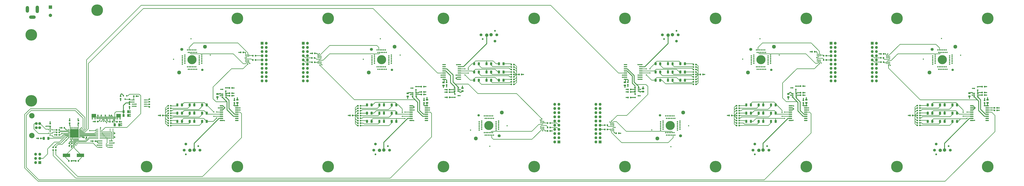
<source format=gtl>
G04 #@! TF.GenerationSoftware,KiCad,Pcbnew,(5.1.5)-3*
G04 #@! TF.CreationDate,2020-09-20T17:18:25+02:00*
G04 #@! TF.ProjectId,prog_rig,70726f67-5f72-4696-972e-6b696361645f,A*
G04 #@! TF.SameCoordinates,Original*
G04 #@! TF.FileFunction,Copper,L1,Top*
G04 #@! TF.FilePolarity,Positive*
%FSLAX46Y46*%
G04 Gerber Fmt 4.6, Leading zero omitted, Abs format (unit mm)*
G04 Created by KiCad (PCBNEW (5.1.5)-3) date 2020-09-20 17:18:25*
%MOMM*%
%LPD*%
G04 APERTURE LIST*
%ADD10C,0.800000*%
%ADD11C,1.400000*%
%ADD12C,1.800000*%
%ADD13C,2.300000*%
%ADD14C,5.500000*%
%ADD15C,0.100000*%
%ADD16R,1.700000X1.700000*%
%ADD17O,1.700000X1.700000*%
%ADD18R,0.900000X0.800000*%
%ADD19R,0.300000X1.600000*%
%ADD20R,1.750000X0.550000*%
%ADD21R,0.900000X0.450000*%
%ADD22O,1.998980X4.000500*%
%ADD23O,4.000500X1.998980*%
%ADD24O,1.998980X4.500880*%
%ADD25C,1.700000*%
%ADD26C,3.299460*%
%ADD27R,0.800000X0.900000*%
%ADD28C,2.000000*%
%ADD29C,1.100000*%
%ADD30C,1.600000*%
%ADD31R,2.700000X2.300000*%
%ADD32R,2.399540X0.599440*%
%ADD33R,0.510000X0.700000*%
%ADD34R,4.500000X2.000000*%
%ADD35C,7.000000*%
%ADD36R,1.060000X0.650000*%
%ADD37R,2.000000X2.000000*%
%ADD38C,0.700000*%
%ADD39C,0.300000*%
%ADD40C,0.500000*%
%ADD41C,0.200000*%
G04 APERTURE END LIST*
D10*
X609750000Y-74125000D03*
X610250000Y-75650000D03*
X614750000Y-74125000D03*
X615250000Y-75650000D03*
X618375000Y-77250000D03*
X616850000Y-77750000D03*
X618375000Y-82250000D03*
X616850000Y-82750000D03*
X615250000Y-85875000D03*
X614750000Y-84350000D03*
X610250000Y-85875000D03*
X609750000Y-84350000D03*
X606625000Y-82750000D03*
X608150000Y-82250000D03*
X606625000Y-77750000D03*
X608150000Y-77250000D03*
D11*
X618725000Y-86225000D03*
D12*
X606275000Y-73775000D03*
D13*
X604650000Y-87850000D03*
X620350000Y-72150000D03*
D10*
X610750000Y-74125000D03*
X611250000Y-75650000D03*
X611750000Y-74125000D03*
X612250000Y-75650000D03*
X612750000Y-74125000D03*
X613250000Y-75650000D03*
X613750000Y-74125000D03*
X614250000Y-75650000D03*
X618375000Y-78250000D03*
X616850000Y-78750000D03*
X618375000Y-79250000D03*
X616850000Y-79750000D03*
X618375000Y-80250000D03*
X616850000Y-80750000D03*
X618375000Y-81250000D03*
X616850000Y-81750000D03*
X614250000Y-85875000D03*
X613750000Y-84350000D03*
X613250000Y-85875000D03*
X612750000Y-84350000D03*
X612250000Y-85875000D03*
X611750000Y-84350000D03*
X611250000Y-85875000D03*
X610750000Y-84350000D03*
X606625000Y-81750000D03*
X608150000Y-81250000D03*
X606625000Y-80750000D03*
X608150000Y-80250000D03*
X606625000Y-79750000D03*
X608150000Y-79250000D03*
X606625000Y-78750000D03*
X608150000Y-78250000D03*
D14*
X612500000Y-80000000D03*
D10*
X154750000Y-74125000D03*
X155250000Y-75650000D03*
X159750000Y-74125000D03*
X160250000Y-75650000D03*
X163375000Y-77250000D03*
X161850000Y-77750000D03*
X163375000Y-82250000D03*
X161850000Y-82750000D03*
X160250000Y-85875000D03*
X159750000Y-84350000D03*
X155250000Y-85875000D03*
X154750000Y-84350000D03*
X151625000Y-82750000D03*
X153150000Y-82250000D03*
X151625000Y-77750000D03*
X153150000Y-77250000D03*
D11*
X163725000Y-86225000D03*
D12*
X151275000Y-73775000D03*
D13*
X149650000Y-87850000D03*
X165350000Y-72150000D03*
D10*
X155750000Y-74125000D03*
X156250000Y-75650000D03*
X156750000Y-74125000D03*
X157250000Y-75650000D03*
X157750000Y-74125000D03*
X158250000Y-75650000D03*
X158750000Y-74125000D03*
X159250000Y-75650000D03*
X163375000Y-78250000D03*
X161850000Y-78750000D03*
X163375000Y-79250000D03*
X161850000Y-79750000D03*
X163375000Y-80250000D03*
X161850000Y-80750000D03*
X163375000Y-81250000D03*
X161850000Y-81750000D03*
X159250000Y-85875000D03*
X158750000Y-84350000D03*
X158250000Y-85875000D03*
X157750000Y-84350000D03*
X157250000Y-85875000D03*
X156750000Y-84350000D03*
X156250000Y-85875000D03*
X155750000Y-84350000D03*
X151625000Y-81750000D03*
X153150000Y-81250000D03*
X151625000Y-80750000D03*
X153150000Y-80250000D03*
X151625000Y-79750000D03*
X153150000Y-79250000D03*
X151625000Y-78750000D03*
X153150000Y-78250000D03*
D14*
X157500000Y-80000000D03*
D10*
X269750000Y-74125000D03*
X270250000Y-75650000D03*
X274750000Y-74125000D03*
X275250000Y-75650000D03*
X278375000Y-77250000D03*
X276850000Y-77750000D03*
X278375000Y-82250000D03*
X276850000Y-82750000D03*
X275250000Y-85875000D03*
X274750000Y-84350000D03*
X270250000Y-85875000D03*
X269750000Y-84350000D03*
X266625000Y-82750000D03*
X268150000Y-82250000D03*
X266625000Y-77750000D03*
X268150000Y-77250000D03*
D11*
X278725000Y-86225000D03*
D12*
X266275000Y-73775000D03*
D13*
X264650000Y-87850000D03*
X280350000Y-72150000D03*
D10*
X270750000Y-74125000D03*
X271250000Y-75650000D03*
X271750000Y-74125000D03*
X272250000Y-75650000D03*
X272750000Y-74125000D03*
X273250000Y-75650000D03*
X273750000Y-74125000D03*
X274250000Y-75650000D03*
X278375000Y-78250000D03*
X276850000Y-78750000D03*
X278375000Y-79250000D03*
X276850000Y-79750000D03*
X278375000Y-80250000D03*
X276850000Y-80750000D03*
X278375000Y-81250000D03*
X276850000Y-81750000D03*
X274250000Y-85875000D03*
X273750000Y-84350000D03*
X273250000Y-85875000D03*
X272750000Y-84350000D03*
X272250000Y-85875000D03*
X271750000Y-84350000D03*
X271250000Y-85875000D03*
X270750000Y-84350000D03*
X266625000Y-81750000D03*
X268150000Y-81250000D03*
X266625000Y-80750000D03*
X268150000Y-80250000D03*
X266625000Y-79750000D03*
X268150000Y-79250000D03*
X266625000Y-78750000D03*
X268150000Y-78250000D03*
D14*
X272500000Y-80000000D03*
D10*
X499750000Y-74125000D03*
X500250000Y-75650000D03*
X504750000Y-74125000D03*
X505250000Y-75650000D03*
X508375000Y-77250000D03*
X506850000Y-77750000D03*
X508375000Y-82250000D03*
X506850000Y-82750000D03*
X505250000Y-85875000D03*
X504750000Y-84350000D03*
X500250000Y-85875000D03*
X499750000Y-84350000D03*
X496625000Y-82750000D03*
X498150000Y-82250000D03*
X496625000Y-77750000D03*
X498150000Y-77250000D03*
D11*
X508725000Y-86225000D03*
D12*
X496275000Y-73775000D03*
D13*
X494650000Y-87850000D03*
X510350000Y-72150000D03*
D10*
X500750000Y-74125000D03*
X501250000Y-75650000D03*
X501750000Y-74125000D03*
X502250000Y-75650000D03*
X502750000Y-74125000D03*
X503250000Y-75650000D03*
X503750000Y-74125000D03*
X504250000Y-75650000D03*
X508375000Y-78250000D03*
X506850000Y-78750000D03*
X508375000Y-79250000D03*
X506850000Y-79750000D03*
X508375000Y-80250000D03*
X506850000Y-80750000D03*
X508375000Y-81250000D03*
X506850000Y-81750000D03*
X504250000Y-85875000D03*
X503750000Y-84350000D03*
X503250000Y-85875000D03*
X502750000Y-84350000D03*
X502250000Y-85875000D03*
X501750000Y-84350000D03*
X501250000Y-85875000D03*
X500750000Y-84350000D03*
X496625000Y-81750000D03*
X498150000Y-81250000D03*
X496625000Y-80750000D03*
X498150000Y-80250000D03*
X496625000Y-79750000D03*
X498150000Y-79250000D03*
X496625000Y-78750000D03*
X498150000Y-78250000D03*
D14*
X502500000Y-80000000D03*
D10*
X450250000Y-125875000D03*
X449750000Y-124350000D03*
X445250000Y-125875000D03*
X444750000Y-124350000D03*
X441625000Y-122750000D03*
X443150000Y-122250000D03*
X441625000Y-117750000D03*
X443150000Y-117250000D03*
X444750000Y-114125000D03*
X445250000Y-115650000D03*
X449750000Y-114125000D03*
X450250000Y-115650000D03*
X453375000Y-117250000D03*
X451850000Y-117750000D03*
X453375000Y-122250000D03*
X451850000Y-122750000D03*
D11*
X441275000Y-113775000D03*
D12*
X453725000Y-126225000D03*
D13*
X455350000Y-112150000D03*
X439650000Y-127850000D03*
D10*
X449250000Y-125875000D03*
X448750000Y-124350000D03*
X448250000Y-125875000D03*
X447750000Y-124350000D03*
X447250000Y-125875000D03*
X446750000Y-124350000D03*
X446250000Y-125875000D03*
X445750000Y-124350000D03*
X441625000Y-121750000D03*
X443150000Y-121250000D03*
X441625000Y-120750000D03*
X443150000Y-120250000D03*
X441625000Y-119750000D03*
X443150000Y-119250000D03*
X441625000Y-118750000D03*
X443150000Y-118250000D03*
X445750000Y-114125000D03*
X446250000Y-115650000D03*
X446750000Y-114125000D03*
X447250000Y-115650000D03*
X447750000Y-114125000D03*
X448250000Y-115650000D03*
X448750000Y-114125000D03*
X449250000Y-115650000D03*
X453375000Y-118250000D03*
X451850000Y-118750000D03*
X453375000Y-119250000D03*
X451850000Y-119750000D03*
X453375000Y-120250000D03*
X451850000Y-120750000D03*
X453375000Y-121250000D03*
X451850000Y-121750000D03*
D14*
X447500000Y-120000000D03*
D10*
X340250000Y-125875000D03*
X339750000Y-124350000D03*
X335250000Y-125875000D03*
X334750000Y-124350000D03*
X331625000Y-122750000D03*
X333150000Y-122250000D03*
X331625000Y-117750000D03*
X333150000Y-117250000D03*
X334750000Y-114125000D03*
X335250000Y-115650000D03*
X339750000Y-114125000D03*
X340250000Y-115650000D03*
X343375000Y-117250000D03*
X341850000Y-117750000D03*
X343375000Y-122250000D03*
X341850000Y-122750000D03*
D11*
X331275000Y-113775000D03*
D12*
X343725000Y-126225000D03*
D13*
X345350000Y-112150000D03*
X329650000Y-127850000D03*
D10*
X339250000Y-125875000D03*
X338750000Y-124350000D03*
X338250000Y-125875000D03*
X337750000Y-124350000D03*
X337250000Y-125875000D03*
X336750000Y-124350000D03*
X336250000Y-125875000D03*
X335750000Y-124350000D03*
X331625000Y-121750000D03*
X333150000Y-121250000D03*
X331625000Y-120750000D03*
X333150000Y-120250000D03*
X331625000Y-119750000D03*
X333150000Y-119250000D03*
X331625000Y-118750000D03*
X333150000Y-118250000D03*
X335750000Y-114125000D03*
X336250000Y-115650000D03*
X336750000Y-114125000D03*
X337250000Y-115650000D03*
X337750000Y-114125000D03*
X338250000Y-115650000D03*
X338750000Y-114125000D03*
X339250000Y-115650000D03*
X343375000Y-118250000D03*
X341850000Y-118750000D03*
X343375000Y-119250000D03*
X341850000Y-119750000D03*
X343375000Y-120250000D03*
X341850000Y-120750000D03*
X343375000Y-121250000D03*
X341850000Y-121750000D03*
D14*
X337500000Y-120000000D03*
G04 #@! TA.AperFunction,SMDPad,CuDef*
D15*
G36*
X351352691Y-87026053D02*
G01*
X351373926Y-87029203D01*
X351394750Y-87034419D01*
X351414962Y-87041651D01*
X351434368Y-87050830D01*
X351452781Y-87061866D01*
X351470024Y-87074654D01*
X351485930Y-87089070D01*
X351500346Y-87104976D01*
X351513134Y-87122219D01*
X351524170Y-87140632D01*
X351533349Y-87160038D01*
X351540581Y-87180250D01*
X351545797Y-87201074D01*
X351548947Y-87222309D01*
X351550000Y-87243750D01*
X351550000Y-87756250D01*
X351548947Y-87777691D01*
X351545797Y-87798926D01*
X351540581Y-87819750D01*
X351533349Y-87839962D01*
X351524170Y-87859368D01*
X351513134Y-87877781D01*
X351500346Y-87895024D01*
X351485930Y-87910930D01*
X351470024Y-87925346D01*
X351452781Y-87938134D01*
X351434368Y-87949170D01*
X351414962Y-87958349D01*
X351394750Y-87965581D01*
X351373926Y-87970797D01*
X351352691Y-87973947D01*
X351331250Y-87975000D01*
X350893750Y-87975000D01*
X350872309Y-87973947D01*
X350851074Y-87970797D01*
X350830250Y-87965581D01*
X350810038Y-87958349D01*
X350790632Y-87949170D01*
X350772219Y-87938134D01*
X350754976Y-87925346D01*
X350739070Y-87910930D01*
X350724654Y-87895024D01*
X350711866Y-87877781D01*
X350700830Y-87859368D01*
X350691651Y-87839962D01*
X350684419Y-87819750D01*
X350679203Y-87798926D01*
X350676053Y-87777691D01*
X350675000Y-87756250D01*
X350675000Y-87243750D01*
X350676053Y-87222309D01*
X350679203Y-87201074D01*
X350684419Y-87180250D01*
X350691651Y-87160038D01*
X350700830Y-87140632D01*
X350711866Y-87122219D01*
X350724654Y-87104976D01*
X350739070Y-87089070D01*
X350754976Y-87074654D01*
X350772219Y-87061866D01*
X350790632Y-87050830D01*
X350810038Y-87041651D01*
X350830250Y-87034419D01*
X350851074Y-87029203D01*
X350872309Y-87026053D01*
X350893750Y-87025000D01*
X351331250Y-87025000D01*
X351352691Y-87026053D01*
G37*
G04 #@! TD.AperFunction*
G04 #@! TA.AperFunction,SMDPad,CuDef*
G36*
X352927691Y-87026053D02*
G01*
X352948926Y-87029203D01*
X352969750Y-87034419D01*
X352989962Y-87041651D01*
X353009368Y-87050830D01*
X353027781Y-87061866D01*
X353045024Y-87074654D01*
X353060930Y-87089070D01*
X353075346Y-87104976D01*
X353088134Y-87122219D01*
X353099170Y-87140632D01*
X353108349Y-87160038D01*
X353115581Y-87180250D01*
X353120797Y-87201074D01*
X353123947Y-87222309D01*
X353125000Y-87243750D01*
X353125000Y-87756250D01*
X353123947Y-87777691D01*
X353120797Y-87798926D01*
X353115581Y-87819750D01*
X353108349Y-87839962D01*
X353099170Y-87859368D01*
X353088134Y-87877781D01*
X353075346Y-87895024D01*
X353060930Y-87910930D01*
X353045024Y-87925346D01*
X353027781Y-87938134D01*
X353009368Y-87949170D01*
X352989962Y-87958349D01*
X352969750Y-87965581D01*
X352948926Y-87970797D01*
X352927691Y-87973947D01*
X352906250Y-87975000D01*
X352468750Y-87975000D01*
X352447309Y-87973947D01*
X352426074Y-87970797D01*
X352405250Y-87965581D01*
X352385038Y-87958349D01*
X352365632Y-87949170D01*
X352347219Y-87938134D01*
X352329976Y-87925346D01*
X352314070Y-87910930D01*
X352299654Y-87895024D01*
X352286866Y-87877781D01*
X352275830Y-87859368D01*
X352266651Y-87839962D01*
X352259419Y-87819750D01*
X352254203Y-87798926D01*
X352251053Y-87777691D01*
X352250000Y-87756250D01*
X352250000Y-87243750D01*
X352251053Y-87222309D01*
X352254203Y-87201074D01*
X352259419Y-87180250D01*
X352266651Y-87160038D01*
X352275830Y-87140632D01*
X352286866Y-87122219D01*
X352299654Y-87104976D01*
X352314070Y-87089070D01*
X352329976Y-87074654D01*
X352347219Y-87061866D01*
X352365632Y-87050830D01*
X352385038Y-87041651D01*
X352405250Y-87034419D01*
X352426074Y-87029203D01*
X352447309Y-87026053D01*
X352468750Y-87025000D01*
X352906250Y-87025000D01*
X352927691Y-87026053D01*
G37*
G04 #@! TD.AperFunction*
G04 #@! TA.AperFunction,SMDPad,CuDef*
G36*
X485027691Y-113426053D02*
G01*
X485048926Y-113429203D01*
X485069750Y-113434419D01*
X485089962Y-113441651D01*
X485109368Y-113450830D01*
X485127781Y-113461866D01*
X485145024Y-113474654D01*
X485160930Y-113489070D01*
X485175346Y-113504976D01*
X485188134Y-113522219D01*
X485199170Y-113540632D01*
X485208349Y-113560038D01*
X485215581Y-113580250D01*
X485220797Y-113601074D01*
X485223947Y-113622309D01*
X485225000Y-113643750D01*
X485225000Y-114156250D01*
X485223947Y-114177691D01*
X485220797Y-114198926D01*
X485215581Y-114219750D01*
X485208349Y-114239962D01*
X485199170Y-114259368D01*
X485188134Y-114277781D01*
X485175346Y-114295024D01*
X485160930Y-114310930D01*
X485145024Y-114325346D01*
X485127781Y-114338134D01*
X485109368Y-114349170D01*
X485089962Y-114358349D01*
X485069750Y-114365581D01*
X485048926Y-114370797D01*
X485027691Y-114373947D01*
X485006250Y-114375000D01*
X484568750Y-114375000D01*
X484547309Y-114373947D01*
X484526074Y-114370797D01*
X484505250Y-114365581D01*
X484485038Y-114358349D01*
X484465632Y-114349170D01*
X484447219Y-114338134D01*
X484429976Y-114325346D01*
X484414070Y-114310930D01*
X484399654Y-114295024D01*
X484386866Y-114277781D01*
X484375830Y-114259368D01*
X484366651Y-114239962D01*
X484359419Y-114219750D01*
X484354203Y-114198926D01*
X484351053Y-114177691D01*
X484350000Y-114156250D01*
X484350000Y-113643750D01*
X484351053Y-113622309D01*
X484354203Y-113601074D01*
X484359419Y-113580250D01*
X484366651Y-113560038D01*
X484375830Y-113540632D01*
X484386866Y-113522219D01*
X484399654Y-113504976D01*
X484414070Y-113489070D01*
X484429976Y-113474654D01*
X484447219Y-113461866D01*
X484465632Y-113450830D01*
X484485038Y-113441651D01*
X484505250Y-113434419D01*
X484526074Y-113429203D01*
X484547309Y-113426053D01*
X484568750Y-113425000D01*
X485006250Y-113425000D01*
X485027691Y-113426053D01*
G37*
G04 #@! TD.AperFunction*
G04 #@! TA.AperFunction,SMDPad,CuDef*
G36*
X483452691Y-113426053D02*
G01*
X483473926Y-113429203D01*
X483494750Y-113434419D01*
X483514962Y-113441651D01*
X483534368Y-113450830D01*
X483552781Y-113461866D01*
X483570024Y-113474654D01*
X483585930Y-113489070D01*
X483600346Y-113504976D01*
X483613134Y-113522219D01*
X483624170Y-113540632D01*
X483633349Y-113560038D01*
X483640581Y-113580250D01*
X483645797Y-113601074D01*
X483648947Y-113622309D01*
X483650000Y-113643750D01*
X483650000Y-114156250D01*
X483648947Y-114177691D01*
X483645797Y-114198926D01*
X483640581Y-114219750D01*
X483633349Y-114239962D01*
X483624170Y-114259368D01*
X483613134Y-114277781D01*
X483600346Y-114295024D01*
X483585930Y-114310930D01*
X483570024Y-114325346D01*
X483552781Y-114338134D01*
X483534368Y-114349170D01*
X483514962Y-114358349D01*
X483494750Y-114365581D01*
X483473926Y-114370797D01*
X483452691Y-114373947D01*
X483431250Y-114375000D01*
X482993750Y-114375000D01*
X482972309Y-114373947D01*
X482951074Y-114370797D01*
X482930250Y-114365581D01*
X482910038Y-114358349D01*
X482890632Y-114349170D01*
X482872219Y-114338134D01*
X482854976Y-114325346D01*
X482839070Y-114310930D01*
X482824654Y-114295024D01*
X482811866Y-114277781D01*
X482800830Y-114259368D01*
X482791651Y-114239962D01*
X482784419Y-114219750D01*
X482779203Y-114198926D01*
X482776053Y-114177691D01*
X482775000Y-114156250D01*
X482775000Y-113643750D01*
X482776053Y-113622309D01*
X482779203Y-113601074D01*
X482784419Y-113580250D01*
X482791651Y-113560038D01*
X482800830Y-113540632D01*
X482811866Y-113522219D01*
X482824654Y-113504976D01*
X482839070Y-113489070D01*
X482854976Y-113474654D01*
X482872219Y-113461866D01*
X482890632Y-113450830D01*
X482910038Y-113441651D01*
X482930250Y-113434419D01*
X482951074Y-113429203D01*
X482972309Y-113426053D01*
X482993750Y-113425000D01*
X483431250Y-113425000D01*
X483452691Y-113426053D01*
G37*
G04 #@! TD.AperFunction*
G04 #@! TA.AperFunction,SMDPad,CuDef*
G36*
X488002691Y-112026053D02*
G01*
X488023926Y-112029203D01*
X488044750Y-112034419D01*
X488064962Y-112041651D01*
X488084368Y-112050830D01*
X488102781Y-112061866D01*
X488120024Y-112074654D01*
X488135930Y-112089070D01*
X488150346Y-112104976D01*
X488163134Y-112122219D01*
X488174170Y-112140632D01*
X488183349Y-112160038D01*
X488190581Y-112180250D01*
X488195797Y-112201074D01*
X488198947Y-112222309D01*
X488200000Y-112243750D01*
X488200000Y-112756250D01*
X488198947Y-112777691D01*
X488195797Y-112798926D01*
X488190581Y-112819750D01*
X488183349Y-112839962D01*
X488174170Y-112859368D01*
X488163134Y-112877781D01*
X488150346Y-112895024D01*
X488135930Y-112910930D01*
X488120024Y-112925346D01*
X488102781Y-112938134D01*
X488084368Y-112949170D01*
X488064962Y-112958349D01*
X488044750Y-112965581D01*
X488023926Y-112970797D01*
X488002691Y-112973947D01*
X487981250Y-112975000D01*
X487543750Y-112975000D01*
X487522309Y-112973947D01*
X487501074Y-112970797D01*
X487480250Y-112965581D01*
X487460038Y-112958349D01*
X487440632Y-112949170D01*
X487422219Y-112938134D01*
X487404976Y-112925346D01*
X487389070Y-112910930D01*
X487374654Y-112895024D01*
X487361866Y-112877781D01*
X487350830Y-112859368D01*
X487341651Y-112839962D01*
X487334419Y-112819750D01*
X487329203Y-112798926D01*
X487326053Y-112777691D01*
X487325000Y-112756250D01*
X487325000Y-112243750D01*
X487326053Y-112222309D01*
X487329203Y-112201074D01*
X487334419Y-112180250D01*
X487341651Y-112160038D01*
X487350830Y-112140632D01*
X487361866Y-112122219D01*
X487374654Y-112104976D01*
X487389070Y-112089070D01*
X487404976Y-112074654D01*
X487422219Y-112061866D01*
X487440632Y-112050830D01*
X487460038Y-112041651D01*
X487480250Y-112034419D01*
X487501074Y-112029203D01*
X487522309Y-112026053D01*
X487543750Y-112025000D01*
X487981250Y-112025000D01*
X488002691Y-112026053D01*
G37*
G04 #@! TD.AperFunction*
G04 #@! TA.AperFunction,SMDPad,CuDef*
G36*
X489577691Y-112026053D02*
G01*
X489598926Y-112029203D01*
X489619750Y-112034419D01*
X489639962Y-112041651D01*
X489659368Y-112050830D01*
X489677781Y-112061866D01*
X489695024Y-112074654D01*
X489710930Y-112089070D01*
X489725346Y-112104976D01*
X489738134Y-112122219D01*
X489749170Y-112140632D01*
X489758349Y-112160038D01*
X489765581Y-112180250D01*
X489770797Y-112201074D01*
X489773947Y-112222309D01*
X489775000Y-112243750D01*
X489775000Y-112756250D01*
X489773947Y-112777691D01*
X489770797Y-112798926D01*
X489765581Y-112819750D01*
X489758349Y-112839962D01*
X489749170Y-112859368D01*
X489738134Y-112877781D01*
X489725346Y-112895024D01*
X489710930Y-112910930D01*
X489695024Y-112925346D01*
X489677781Y-112938134D01*
X489659368Y-112949170D01*
X489639962Y-112958349D01*
X489619750Y-112965581D01*
X489598926Y-112970797D01*
X489577691Y-112973947D01*
X489556250Y-112975000D01*
X489118750Y-112975000D01*
X489097309Y-112973947D01*
X489076074Y-112970797D01*
X489055250Y-112965581D01*
X489035038Y-112958349D01*
X489015632Y-112949170D01*
X488997219Y-112938134D01*
X488979976Y-112925346D01*
X488964070Y-112910930D01*
X488949654Y-112895024D01*
X488936866Y-112877781D01*
X488925830Y-112859368D01*
X488916651Y-112839962D01*
X488909419Y-112819750D01*
X488904203Y-112798926D01*
X488901053Y-112777691D01*
X488900000Y-112756250D01*
X488900000Y-112243750D01*
X488901053Y-112222309D01*
X488904203Y-112201074D01*
X488909419Y-112180250D01*
X488916651Y-112160038D01*
X488925830Y-112140632D01*
X488936866Y-112122219D01*
X488949654Y-112104976D01*
X488964070Y-112089070D01*
X488979976Y-112074654D01*
X488997219Y-112061866D01*
X489015632Y-112050830D01*
X489035038Y-112041651D01*
X489055250Y-112034419D01*
X489076074Y-112029203D01*
X489097309Y-112026053D01*
X489118750Y-112025000D01*
X489556250Y-112025000D01*
X489577691Y-112026053D01*
G37*
G04 #@! TD.AperFunction*
G04 #@! TA.AperFunction,SMDPad,CuDef*
G36*
X489527691Y-107526053D02*
G01*
X489548926Y-107529203D01*
X489569750Y-107534419D01*
X489589962Y-107541651D01*
X489609368Y-107550830D01*
X489627781Y-107561866D01*
X489645024Y-107574654D01*
X489660930Y-107589070D01*
X489675346Y-107604976D01*
X489688134Y-107622219D01*
X489699170Y-107640632D01*
X489708349Y-107660038D01*
X489715581Y-107680250D01*
X489720797Y-107701074D01*
X489723947Y-107722309D01*
X489725000Y-107743750D01*
X489725000Y-108256250D01*
X489723947Y-108277691D01*
X489720797Y-108298926D01*
X489715581Y-108319750D01*
X489708349Y-108339962D01*
X489699170Y-108359368D01*
X489688134Y-108377781D01*
X489675346Y-108395024D01*
X489660930Y-108410930D01*
X489645024Y-108425346D01*
X489627781Y-108438134D01*
X489609368Y-108449170D01*
X489589962Y-108458349D01*
X489569750Y-108465581D01*
X489548926Y-108470797D01*
X489527691Y-108473947D01*
X489506250Y-108475000D01*
X489068750Y-108475000D01*
X489047309Y-108473947D01*
X489026074Y-108470797D01*
X489005250Y-108465581D01*
X488985038Y-108458349D01*
X488965632Y-108449170D01*
X488947219Y-108438134D01*
X488929976Y-108425346D01*
X488914070Y-108410930D01*
X488899654Y-108395024D01*
X488886866Y-108377781D01*
X488875830Y-108359368D01*
X488866651Y-108339962D01*
X488859419Y-108319750D01*
X488854203Y-108298926D01*
X488851053Y-108277691D01*
X488850000Y-108256250D01*
X488850000Y-107743750D01*
X488851053Y-107722309D01*
X488854203Y-107701074D01*
X488859419Y-107680250D01*
X488866651Y-107660038D01*
X488875830Y-107640632D01*
X488886866Y-107622219D01*
X488899654Y-107604976D01*
X488914070Y-107589070D01*
X488929976Y-107574654D01*
X488947219Y-107561866D01*
X488965632Y-107550830D01*
X488985038Y-107541651D01*
X489005250Y-107534419D01*
X489026074Y-107529203D01*
X489047309Y-107526053D01*
X489068750Y-107525000D01*
X489506250Y-107525000D01*
X489527691Y-107526053D01*
G37*
G04 #@! TD.AperFunction*
G04 #@! TA.AperFunction,SMDPad,CuDef*
G36*
X487952691Y-107526053D02*
G01*
X487973926Y-107529203D01*
X487994750Y-107534419D01*
X488014962Y-107541651D01*
X488034368Y-107550830D01*
X488052781Y-107561866D01*
X488070024Y-107574654D01*
X488085930Y-107589070D01*
X488100346Y-107604976D01*
X488113134Y-107622219D01*
X488124170Y-107640632D01*
X488133349Y-107660038D01*
X488140581Y-107680250D01*
X488145797Y-107701074D01*
X488148947Y-107722309D01*
X488150000Y-107743750D01*
X488150000Y-108256250D01*
X488148947Y-108277691D01*
X488145797Y-108298926D01*
X488140581Y-108319750D01*
X488133349Y-108339962D01*
X488124170Y-108359368D01*
X488113134Y-108377781D01*
X488100346Y-108395024D01*
X488085930Y-108410930D01*
X488070024Y-108425346D01*
X488052781Y-108438134D01*
X488034368Y-108449170D01*
X488014962Y-108458349D01*
X487994750Y-108465581D01*
X487973926Y-108470797D01*
X487952691Y-108473947D01*
X487931250Y-108475000D01*
X487493750Y-108475000D01*
X487472309Y-108473947D01*
X487451074Y-108470797D01*
X487430250Y-108465581D01*
X487410038Y-108458349D01*
X487390632Y-108449170D01*
X487372219Y-108438134D01*
X487354976Y-108425346D01*
X487339070Y-108410930D01*
X487324654Y-108395024D01*
X487311866Y-108377781D01*
X487300830Y-108359368D01*
X487291651Y-108339962D01*
X487284419Y-108319750D01*
X487279203Y-108298926D01*
X487276053Y-108277691D01*
X487275000Y-108256250D01*
X487275000Y-107743750D01*
X487276053Y-107722309D01*
X487279203Y-107701074D01*
X487284419Y-107680250D01*
X487291651Y-107660038D01*
X487300830Y-107640632D01*
X487311866Y-107622219D01*
X487324654Y-107604976D01*
X487339070Y-107589070D01*
X487354976Y-107574654D01*
X487372219Y-107561866D01*
X487390632Y-107550830D01*
X487410038Y-107541651D01*
X487430250Y-107534419D01*
X487451074Y-107529203D01*
X487472309Y-107526053D01*
X487493750Y-107525000D01*
X487931250Y-107525000D01*
X487952691Y-107526053D01*
G37*
G04 #@! TD.AperFunction*
G04 #@! TA.AperFunction,SMDPad,CuDef*
G36*
X487952691Y-109026053D02*
G01*
X487973926Y-109029203D01*
X487994750Y-109034419D01*
X488014962Y-109041651D01*
X488034368Y-109050830D01*
X488052781Y-109061866D01*
X488070024Y-109074654D01*
X488085930Y-109089070D01*
X488100346Y-109104976D01*
X488113134Y-109122219D01*
X488124170Y-109140632D01*
X488133349Y-109160038D01*
X488140581Y-109180250D01*
X488145797Y-109201074D01*
X488148947Y-109222309D01*
X488150000Y-109243750D01*
X488150000Y-109756250D01*
X488148947Y-109777691D01*
X488145797Y-109798926D01*
X488140581Y-109819750D01*
X488133349Y-109839962D01*
X488124170Y-109859368D01*
X488113134Y-109877781D01*
X488100346Y-109895024D01*
X488085930Y-109910930D01*
X488070024Y-109925346D01*
X488052781Y-109938134D01*
X488034368Y-109949170D01*
X488014962Y-109958349D01*
X487994750Y-109965581D01*
X487973926Y-109970797D01*
X487952691Y-109973947D01*
X487931250Y-109975000D01*
X487493750Y-109975000D01*
X487472309Y-109973947D01*
X487451074Y-109970797D01*
X487430250Y-109965581D01*
X487410038Y-109958349D01*
X487390632Y-109949170D01*
X487372219Y-109938134D01*
X487354976Y-109925346D01*
X487339070Y-109910930D01*
X487324654Y-109895024D01*
X487311866Y-109877781D01*
X487300830Y-109859368D01*
X487291651Y-109839962D01*
X487284419Y-109819750D01*
X487279203Y-109798926D01*
X487276053Y-109777691D01*
X487275000Y-109756250D01*
X487275000Y-109243750D01*
X487276053Y-109222309D01*
X487279203Y-109201074D01*
X487284419Y-109180250D01*
X487291651Y-109160038D01*
X487300830Y-109140632D01*
X487311866Y-109122219D01*
X487324654Y-109104976D01*
X487339070Y-109089070D01*
X487354976Y-109074654D01*
X487372219Y-109061866D01*
X487390632Y-109050830D01*
X487410038Y-109041651D01*
X487430250Y-109034419D01*
X487451074Y-109029203D01*
X487472309Y-109026053D01*
X487493750Y-109025000D01*
X487931250Y-109025000D01*
X487952691Y-109026053D01*
G37*
G04 #@! TD.AperFunction*
G04 #@! TA.AperFunction,SMDPad,CuDef*
G36*
X489527691Y-109026053D02*
G01*
X489548926Y-109029203D01*
X489569750Y-109034419D01*
X489589962Y-109041651D01*
X489609368Y-109050830D01*
X489627781Y-109061866D01*
X489645024Y-109074654D01*
X489660930Y-109089070D01*
X489675346Y-109104976D01*
X489688134Y-109122219D01*
X489699170Y-109140632D01*
X489708349Y-109160038D01*
X489715581Y-109180250D01*
X489720797Y-109201074D01*
X489723947Y-109222309D01*
X489725000Y-109243750D01*
X489725000Y-109756250D01*
X489723947Y-109777691D01*
X489720797Y-109798926D01*
X489715581Y-109819750D01*
X489708349Y-109839962D01*
X489699170Y-109859368D01*
X489688134Y-109877781D01*
X489675346Y-109895024D01*
X489660930Y-109910930D01*
X489645024Y-109925346D01*
X489627781Y-109938134D01*
X489609368Y-109949170D01*
X489589962Y-109958349D01*
X489569750Y-109965581D01*
X489548926Y-109970797D01*
X489527691Y-109973947D01*
X489506250Y-109975000D01*
X489068750Y-109975000D01*
X489047309Y-109973947D01*
X489026074Y-109970797D01*
X489005250Y-109965581D01*
X488985038Y-109958349D01*
X488965632Y-109949170D01*
X488947219Y-109938134D01*
X488929976Y-109925346D01*
X488914070Y-109910930D01*
X488899654Y-109895024D01*
X488886866Y-109877781D01*
X488875830Y-109859368D01*
X488866651Y-109839962D01*
X488859419Y-109819750D01*
X488854203Y-109798926D01*
X488851053Y-109777691D01*
X488850000Y-109756250D01*
X488850000Y-109243750D01*
X488851053Y-109222309D01*
X488854203Y-109201074D01*
X488859419Y-109180250D01*
X488866651Y-109160038D01*
X488875830Y-109140632D01*
X488886866Y-109122219D01*
X488899654Y-109104976D01*
X488914070Y-109089070D01*
X488929976Y-109074654D01*
X488947219Y-109061866D01*
X488965632Y-109050830D01*
X488985038Y-109041651D01*
X489005250Y-109034419D01*
X489026074Y-109029203D01*
X489047309Y-109026053D01*
X489068750Y-109025000D01*
X489506250Y-109025000D01*
X489527691Y-109026053D01*
G37*
G04 #@! TD.AperFunction*
G04 #@! TA.AperFunction,SMDPad,CuDef*
G36*
X487952691Y-116526053D02*
G01*
X487973926Y-116529203D01*
X487994750Y-116534419D01*
X488014962Y-116541651D01*
X488034368Y-116550830D01*
X488052781Y-116561866D01*
X488070024Y-116574654D01*
X488085930Y-116589070D01*
X488100346Y-116604976D01*
X488113134Y-116622219D01*
X488124170Y-116640632D01*
X488133349Y-116660038D01*
X488140581Y-116680250D01*
X488145797Y-116701074D01*
X488148947Y-116722309D01*
X488150000Y-116743750D01*
X488150000Y-117256250D01*
X488148947Y-117277691D01*
X488145797Y-117298926D01*
X488140581Y-117319750D01*
X488133349Y-117339962D01*
X488124170Y-117359368D01*
X488113134Y-117377781D01*
X488100346Y-117395024D01*
X488085930Y-117410930D01*
X488070024Y-117425346D01*
X488052781Y-117438134D01*
X488034368Y-117449170D01*
X488014962Y-117458349D01*
X487994750Y-117465581D01*
X487973926Y-117470797D01*
X487952691Y-117473947D01*
X487931250Y-117475000D01*
X487493750Y-117475000D01*
X487472309Y-117473947D01*
X487451074Y-117470797D01*
X487430250Y-117465581D01*
X487410038Y-117458349D01*
X487390632Y-117449170D01*
X487372219Y-117438134D01*
X487354976Y-117425346D01*
X487339070Y-117410930D01*
X487324654Y-117395024D01*
X487311866Y-117377781D01*
X487300830Y-117359368D01*
X487291651Y-117339962D01*
X487284419Y-117319750D01*
X487279203Y-117298926D01*
X487276053Y-117277691D01*
X487275000Y-117256250D01*
X487275000Y-116743750D01*
X487276053Y-116722309D01*
X487279203Y-116701074D01*
X487284419Y-116680250D01*
X487291651Y-116660038D01*
X487300830Y-116640632D01*
X487311866Y-116622219D01*
X487324654Y-116604976D01*
X487339070Y-116589070D01*
X487354976Y-116574654D01*
X487372219Y-116561866D01*
X487390632Y-116550830D01*
X487410038Y-116541651D01*
X487430250Y-116534419D01*
X487451074Y-116529203D01*
X487472309Y-116526053D01*
X487493750Y-116525000D01*
X487931250Y-116525000D01*
X487952691Y-116526053D01*
G37*
G04 #@! TD.AperFunction*
G04 #@! TA.AperFunction,SMDPad,CuDef*
G36*
X489527691Y-116526053D02*
G01*
X489548926Y-116529203D01*
X489569750Y-116534419D01*
X489589962Y-116541651D01*
X489609368Y-116550830D01*
X489627781Y-116561866D01*
X489645024Y-116574654D01*
X489660930Y-116589070D01*
X489675346Y-116604976D01*
X489688134Y-116622219D01*
X489699170Y-116640632D01*
X489708349Y-116660038D01*
X489715581Y-116680250D01*
X489720797Y-116701074D01*
X489723947Y-116722309D01*
X489725000Y-116743750D01*
X489725000Y-117256250D01*
X489723947Y-117277691D01*
X489720797Y-117298926D01*
X489715581Y-117319750D01*
X489708349Y-117339962D01*
X489699170Y-117359368D01*
X489688134Y-117377781D01*
X489675346Y-117395024D01*
X489660930Y-117410930D01*
X489645024Y-117425346D01*
X489627781Y-117438134D01*
X489609368Y-117449170D01*
X489589962Y-117458349D01*
X489569750Y-117465581D01*
X489548926Y-117470797D01*
X489527691Y-117473947D01*
X489506250Y-117475000D01*
X489068750Y-117475000D01*
X489047309Y-117473947D01*
X489026074Y-117470797D01*
X489005250Y-117465581D01*
X488985038Y-117458349D01*
X488965632Y-117449170D01*
X488947219Y-117438134D01*
X488929976Y-117425346D01*
X488914070Y-117410930D01*
X488899654Y-117395024D01*
X488886866Y-117377781D01*
X488875830Y-117359368D01*
X488866651Y-117339962D01*
X488859419Y-117319750D01*
X488854203Y-117298926D01*
X488851053Y-117277691D01*
X488850000Y-117256250D01*
X488850000Y-116743750D01*
X488851053Y-116722309D01*
X488854203Y-116701074D01*
X488859419Y-116680250D01*
X488866651Y-116660038D01*
X488875830Y-116640632D01*
X488886866Y-116622219D01*
X488899654Y-116604976D01*
X488914070Y-116589070D01*
X488929976Y-116574654D01*
X488947219Y-116561866D01*
X488965632Y-116550830D01*
X488985038Y-116541651D01*
X489005250Y-116534419D01*
X489026074Y-116529203D01*
X489047309Y-116526053D01*
X489068750Y-116525000D01*
X489506250Y-116525000D01*
X489527691Y-116526053D01*
G37*
G04 #@! TD.AperFunction*
G04 #@! TA.AperFunction,SMDPad,CuDef*
G36*
X487952691Y-110526053D02*
G01*
X487973926Y-110529203D01*
X487994750Y-110534419D01*
X488014962Y-110541651D01*
X488034368Y-110550830D01*
X488052781Y-110561866D01*
X488070024Y-110574654D01*
X488085930Y-110589070D01*
X488100346Y-110604976D01*
X488113134Y-110622219D01*
X488124170Y-110640632D01*
X488133349Y-110660038D01*
X488140581Y-110680250D01*
X488145797Y-110701074D01*
X488148947Y-110722309D01*
X488150000Y-110743750D01*
X488150000Y-111256250D01*
X488148947Y-111277691D01*
X488145797Y-111298926D01*
X488140581Y-111319750D01*
X488133349Y-111339962D01*
X488124170Y-111359368D01*
X488113134Y-111377781D01*
X488100346Y-111395024D01*
X488085930Y-111410930D01*
X488070024Y-111425346D01*
X488052781Y-111438134D01*
X488034368Y-111449170D01*
X488014962Y-111458349D01*
X487994750Y-111465581D01*
X487973926Y-111470797D01*
X487952691Y-111473947D01*
X487931250Y-111475000D01*
X487493750Y-111475000D01*
X487472309Y-111473947D01*
X487451074Y-111470797D01*
X487430250Y-111465581D01*
X487410038Y-111458349D01*
X487390632Y-111449170D01*
X487372219Y-111438134D01*
X487354976Y-111425346D01*
X487339070Y-111410930D01*
X487324654Y-111395024D01*
X487311866Y-111377781D01*
X487300830Y-111359368D01*
X487291651Y-111339962D01*
X487284419Y-111319750D01*
X487279203Y-111298926D01*
X487276053Y-111277691D01*
X487275000Y-111256250D01*
X487275000Y-110743750D01*
X487276053Y-110722309D01*
X487279203Y-110701074D01*
X487284419Y-110680250D01*
X487291651Y-110660038D01*
X487300830Y-110640632D01*
X487311866Y-110622219D01*
X487324654Y-110604976D01*
X487339070Y-110589070D01*
X487354976Y-110574654D01*
X487372219Y-110561866D01*
X487390632Y-110550830D01*
X487410038Y-110541651D01*
X487430250Y-110534419D01*
X487451074Y-110529203D01*
X487472309Y-110526053D01*
X487493750Y-110525000D01*
X487931250Y-110525000D01*
X487952691Y-110526053D01*
G37*
G04 #@! TD.AperFunction*
G04 #@! TA.AperFunction,SMDPad,CuDef*
G36*
X489527691Y-110526053D02*
G01*
X489548926Y-110529203D01*
X489569750Y-110534419D01*
X489589962Y-110541651D01*
X489609368Y-110550830D01*
X489627781Y-110561866D01*
X489645024Y-110574654D01*
X489660930Y-110589070D01*
X489675346Y-110604976D01*
X489688134Y-110622219D01*
X489699170Y-110640632D01*
X489708349Y-110660038D01*
X489715581Y-110680250D01*
X489720797Y-110701074D01*
X489723947Y-110722309D01*
X489725000Y-110743750D01*
X489725000Y-111256250D01*
X489723947Y-111277691D01*
X489720797Y-111298926D01*
X489715581Y-111319750D01*
X489708349Y-111339962D01*
X489699170Y-111359368D01*
X489688134Y-111377781D01*
X489675346Y-111395024D01*
X489660930Y-111410930D01*
X489645024Y-111425346D01*
X489627781Y-111438134D01*
X489609368Y-111449170D01*
X489589962Y-111458349D01*
X489569750Y-111465581D01*
X489548926Y-111470797D01*
X489527691Y-111473947D01*
X489506250Y-111475000D01*
X489068750Y-111475000D01*
X489047309Y-111473947D01*
X489026074Y-111470797D01*
X489005250Y-111465581D01*
X488985038Y-111458349D01*
X488965632Y-111449170D01*
X488947219Y-111438134D01*
X488929976Y-111425346D01*
X488914070Y-111410930D01*
X488899654Y-111395024D01*
X488886866Y-111377781D01*
X488875830Y-111359368D01*
X488866651Y-111339962D01*
X488859419Y-111319750D01*
X488854203Y-111298926D01*
X488851053Y-111277691D01*
X488850000Y-111256250D01*
X488850000Y-110743750D01*
X488851053Y-110722309D01*
X488854203Y-110701074D01*
X488859419Y-110680250D01*
X488866651Y-110660038D01*
X488875830Y-110640632D01*
X488886866Y-110622219D01*
X488899654Y-110604976D01*
X488914070Y-110589070D01*
X488929976Y-110574654D01*
X488947219Y-110561866D01*
X488965632Y-110550830D01*
X488985038Y-110541651D01*
X489005250Y-110534419D01*
X489026074Y-110529203D01*
X489047309Y-110526053D01*
X489068750Y-110525000D01*
X489506250Y-110525000D01*
X489527691Y-110526053D01*
G37*
G04 #@! TD.AperFunction*
G04 #@! TA.AperFunction,SMDPad,CuDef*
G36*
X488002691Y-113526053D02*
G01*
X488023926Y-113529203D01*
X488044750Y-113534419D01*
X488064962Y-113541651D01*
X488084368Y-113550830D01*
X488102781Y-113561866D01*
X488120024Y-113574654D01*
X488135930Y-113589070D01*
X488150346Y-113604976D01*
X488163134Y-113622219D01*
X488174170Y-113640632D01*
X488183349Y-113660038D01*
X488190581Y-113680250D01*
X488195797Y-113701074D01*
X488198947Y-113722309D01*
X488200000Y-113743750D01*
X488200000Y-114256250D01*
X488198947Y-114277691D01*
X488195797Y-114298926D01*
X488190581Y-114319750D01*
X488183349Y-114339962D01*
X488174170Y-114359368D01*
X488163134Y-114377781D01*
X488150346Y-114395024D01*
X488135930Y-114410930D01*
X488120024Y-114425346D01*
X488102781Y-114438134D01*
X488084368Y-114449170D01*
X488064962Y-114458349D01*
X488044750Y-114465581D01*
X488023926Y-114470797D01*
X488002691Y-114473947D01*
X487981250Y-114475000D01*
X487543750Y-114475000D01*
X487522309Y-114473947D01*
X487501074Y-114470797D01*
X487480250Y-114465581D01*
X487460038Y-114458349D01*
X487440632Y-114449170D01*
X487422219Y-114438134D01*
X487404976Y-114425346D01*
X487389070Y-114410930D01*
X487374654Y-114395024D01*
X487361866Y-114377781D01*
X487350830Y-114359368D01*
X487341651Y-114339962D01*
X487334419Y-114319750D01*
X487329203Y-114298926D01*
X487326053Y-114277691D01*
X487325000Y-114256250D01*
X487325000Y-113743750D01*
X487326053Y-113722309D01*
X487329203Y-113701074D01*
X487334419Y-113680250D01*
X487341651Y-113660038D01*
X487350830Y-113640632D01*
X487361866Y-113622219D01*
X487374654Y-113604976D01*
X487389070Y-113589070D01*
X487404976Y-113574654D01*
X487422219Y-113561866D01*
X487440632Y-113550830D01*
X487460038Y-113541651D01*
X487480250Y-113534419D01*
X487501074Y-113529203D01*
X487522309Y-113526053D01*
X487543750Y-113525000D01*
X487981250Y-113525000D01*
X488002691Y-113526053D01*
G37*
G04 #@! TD.AperFunction*
G04 #@! TA.AperFunction,SMDPad,CuDef*
G36*
X489577691Y-113526053D02*
G01*
X489598926Y-113529203D01*
X489619750Y-113534419D01*
X489639962Y-113541651D01*
X489659368Y-113550830D01*
X489677781Y-113561866D01*
X489695024Y-113574654D01*
X489710930Y-113589070D01*
X489725346Y-113604976D01*
X489738134Y-113622219D01*
X489749170Y-113640632D01*
X489758349Y-113660038D01*
X489765581Y-113680250D01*
X489770797Y-113701074D01*
X489773947Y-113722309D01*
X489775000Y-113743750D01*
X489775000Y-114256250D01*
X489773947Y-114277691D01*
X489770797Y-114298926D01*
X489765581Y-114319750D01*
X489758349Y-114339962D01*
X489749170Y-114359368D01*
X489738134Y-114377781D01*
X489725346Y-114395024D01*
X489710930Y-114410930D01*
X489695024Y-114425346D01*
X489677781Y-114438134D01*
X489659368Y-114449170D01*
X489639962Y-114458349D01*
X489619750Y-114465581D01*
X489598926Y-114470797D01*
X489577691Y-114473947D01*
X489556250Y-114475000D01*
X489118750Y-114475000D01*
X489097309Y-114473947D01*
X489076074Y-114470797D01*
X489055250Y-114465581D01*
X489035038Y-114458349D01*
X489015632Y-114449170D01*
X488997219Y-114438134D01*
X488979976Y-114425346D01*
X488964070Y-114410930D01*
X488949654Y-114395024D01*
X488936866Y-114377781D01*
X488925830Y-114359368D01*
X488916651Y-114339962D01*
X488909419Y-114319750D01*
X488904203Y-114298926D01*
X488901053Y-114277691D01*
X488900000Y-114256250D01*
X488900000Y-113743750D01*
X488901053Y-113722309D01*
X488904203Y-113701074D01*
X488909419Y-113680250D01*
X488916651Y-113660038D01*
X488925830Y-113640632D01*
X488936866Y-113622219D01*
X488949654Y-113604976D01*
X488964070Y-113589070D01*
X488979976Y-113574654D01*
X488997219Y-113561866D01*
X489015632Y-113550830D01*
X489035038Y-113541651D01*
X489055250Y-113534419D01*
X489076074Y-113529203D01*
X489097309Y-113526053D01*
X489118750Y-113525000D01*
X489556250Y-113525000D01*
X489577691Y-113526053D01*
G37*
G04 #@! TD.AperFunction*
G04 #@! TA.AperFunction,SMDPad,CuDef*
G36*
X489527691Y-115026053D02*
G01*
X489548926Y-115029203D01*
X489569750Y-115034419D01*
X489589962Y-115041651D01*
X489609368Y-115050830D01*
X489627781Y-115061866D01*
X489645024Y-115074654D01*
X489660930Y-115089070D01*
X489675346Y-115104976D01*
X489688134Y-115122219D01*
X489699170Y-115140632D01*
X489708349Y-115160038D01*
X489715581Y-115180250D01*
X489720797Y-115201074D01*
X489723947Y-115222309D01*
X489725000Y-115243750D01*
X489725000Y-115756250D01*
X489723947Y-115777691D01*
X489720797Y-115798926D01*
X489715581Y-115819750D01*
X489708349Y-115839962D01*
X489699170Y-115859368D01*
X489688134Y-115877781D01*
X489675346Y-115895024D01*
X489660930Y-115910930D01*
X489645024Y-115925346D01*
X489627781Y-115938134D01*
X489609368Y-115949170D01*
X489589962Y-115958349D01*
X489569750Y-115965581D01*
X489548926Y-115970797D01*
X489527691Y-115973947D01*
X489506250Y-115975000D01*
X489068750Y-115975000D01*
X489047309Y-115973947D01*
X489026074Y-115970797D01*
X489005250Y-115965581D01*
X488985038Y-115958349D01*
X488965632Y-115949170D01*
X488947219Y-115938134D01*
X488929976Y-115925346D01*
X488914070Y-115910930D01*
X488899654Y-115895024D01*
X488886866Y-115877781D01*
X488875830Y-115859368D01*
X488866651Y-115839962D01*
X488859419Y-115819750D01*
X488854203Y-115798926D01*
X488851053Y-115777691D01*
X488850000Y-115756250D01*
X488850000Y-115243750D01*
X488851053Y-115222309D01*
X488854203Y-115201074D01*
X488859419Y-115180250D01*
X488866651Y-115160038D01*
X488875830Y-115140632D01*
X488886866Y-115122219D01*
X488899654Y-115104976D01*
X488914070Y-115089070D01*
X488929976Y-115074654D01*
X488947219Y-115061866D01*
X488965632Y-115050830D01*
X488985038Y-115041651D01*
X489005250Y-115034419D01*
X489026074Y-115029203D01*
X489047309Y-115026053D01*
X489068750Y-115025000D01*
X489506250Y-115025000D01*
X489527691Y-115026053D01*
G37*
G04 #@! TD.AperFunction*
G04 #@! TA.AperFunction,SMDPad,CuDef*
G36*
X487952691Y-115026053D02*
G01*
X487973926Y-115029203D01*
X487994750Y-115034419D01*
X488014962Y-115041651D01*
X488034368Y-115050830D01*
X488052781Y-115061866D01*
X488070024Y-115074654D01*
X488085930Y-115089070D01*
X488100346Y-115104976D01*
X488113134Y-115122219D01*
X488124170Y-115140632D01*
X488133349Y-115160038D01*
X488140581Y-115180250D01*
X488145797Y-115201074D01*
X488148947Y-115222309D01*
X488150000Y-115243750D01*
X488150000Y-115756250D01*
X488148947Y-115777691D01*
X488145797Y-115798926D01*
X488140581Y-115819750D01*
X488133349Y-115839962D01*
X488124170Y-115859368D01*
X488113134Y-115877781D01*
X488100346Y-115895024D01*
X488085930Y-115910930D01*
X488070024Y-115925346D01*
X488052781Y-115938134D01*
X488034368Y-115949170D01*
X488014962Y-115958349D01*
X487994750Y-115965581D01*
X487973926Y-115970797D01*
X487952691Y-115973947D01*
X487931250Y-115975000D01*
X487493750Y-115975000D01*
X487472309Y-115973947D01*
X487451074Y-115970797D01*
X487430250Y-115965581D01*
X487410038Y-115958349D01*
X487390632Y-115949170D01*
X487372219Y-115938134D01*
X487354976Y-115925346D01*
X487339070Y-115910930D01*
X487324654Y-115895024D01*
X487311866Y-115877781D01*
X487300830Y-115859368D01*
X487291651Y-115839962D01*
X487284419Y-115819750D01*
X487279203Y-115798926D01*
X487276053Y-115777691D01*
X487275000Y-115756250D01*
X487275000Y-115243750D01*
X487276053Y-115222309D01*
X487279203Y-115201074D01*
X487284419Y-115180250D01*
X487291651Y-115160038D01*
X487300830Y-115140632D01*
X487311866Y-115122219D01*
X487324654Y-115104976D01*
X487339070Y-115089070D01*
X487354976Y-115074654D01*
X487372219Y-115061866D01*
X487390632Y-115050830D01*
X487410038Y-115041651D01*
X487430250Y-115034419D01*
X487451074Y-115029203D01*
X487472309Y-115026053D01*
X487493750Y-115025000D01*
X487931250Y-115025000D01*
X487952691Y-115026053D01*
G37*
G04 #@! TD.AperFunction*
G04 #@! TA.AperFunction,SMDPad,CuDef*
G36*
X489527691Y-119526053D02*
G01*
X489548926Y-119529203D01*
X489569750Y-119534419D01*
X489589962Y-119541651D01*
X489609368Y-119550830D01*
X489627781Y-119561866D01*
X489645024Y-119574654D01*
X489660930Y-119589070D01*
X489675346Y-119604976D01*
X489688134Y-119622219D01*
X489699170Y-119640632D01*
X489708349Y-119660038D01*
X489715581Y-119680250D01*
X489720797Y-119701074D01*
X489723947Y-119722309D01*
X489725000Y-119743750D01*
X489725000Y-120256250D01*
X489723947Y-120277691D01*
X489720797Y-120298926D01*
X489715581Y-120319750D01*
X489708349Y-120339962D01*
X489699170Y-120359368D01*
X489688134Y-120377781D01*
X489675346Y-120395024D01*
X489660930Y-120410930D01*
X489645024Y-120425346D01*
X489627781Y-120438134D01*
X489609368Y-120449170D01*
X489589962Y-120458349D01*
X489569750Y-120465581D01*
X489548926Y-120470797D01*
X489527691Y-120473947D01*
X489506250Y-120475000D01*
X489068750Y-120475000D01*
X489047309Y-120473947D01*
X489026074Y-120470797D01*
X489005250Y-120465581D01*
X488985038Y-120458349D01*
X488965632Y-120449170D01*
X488947219Y-120438134D01*
X488929976Y-120425346D01*
X488914070Y-120410930D01*
X488899654Y-120395024D01*
X488886866Y-120377781D01*
X488875830Y-120359368D01*
X488866651Y-120339962D01*
X488859419Y-120319750D01*
X488854203Y-120298926D01*
X488851053Y-120277691D01*
X488850000Y-120256250D01*
X488850000Y-119743750D01*
X488851053Y-119722309D01*
X488854203Y-119701074D01*
X488859419Y-119680250D01*
X488866651Y-119660038D01*
X488875830Y-119640632D01*
X488886866Y-119622219D01*
X488899654Y-119604976D01*
X488914070Y-119589070D01*
X488929976Y-119574654D01*
X488947219Y-119561866D01*
X488965632Y-119550830D01*
X488985038Y-119541651D01*
X489005250Y-119534419D01*
X489026074Y-119529203D01*
X489047309Y-119526053D01*
X489068750Y-119525000D01*
X489506250Y-119525000D01*
X489527691Y-119526053D01*
G37*
G04 #@! TD.AperFunction*
G04 #@! TA.AperFunction,SMDPad,CuDef*
G36*
X487952691Y-119526053D02*
G01*
X487973926Y-119529203D01*
X487994750Y-119534419D01*
X488014962Y-119541651D01*
X488034368Y-119550830D01*
X488052781Y-119561866D01*
X488070024Y-119574654D01*
X488085930Y-119589070D01*
X488100346Y-119604976D01*
X488113134Y-119622219D01*
X488124170Y-119640632D01*
X488133349Y-119660038D01*
X488140581Y-119680250D01*
X488145797Y-119701074D01*
X488148947Y-119722309D01*
X488150000Y-119743750D01*
X488150000Y-120256250D01*
X488148947Y-120277691D01*
X488145797Y-120298926D01*
X488140581Y-120319750D01*
X488133349Y-120339962D01*
X488124170Y-120359368D01*
X488113134Y-120377781D01*
X488100346Y-120395024D01*
X488085930Y-120410930D01*
X488070024Y-120425346D01*
X488052781Y-120438134D01*
X488034368Y-120449170D01*
X488014962Y-120458349D01*
X487994750Y-120465581D01*
X487973926Y-120470797D01*
X487952691Y-120473947D01*
X487931250Y-120475000D01*
X487493750Y-120475000D01*
X487472309Y-120473947D01*
X487451074Y-120470797D01*
X487430250Y-120465581D01*
X487410038Y-120458349D01*
X487390632Y-120449170D01*
X487372219Y-120438134D01*
X487354976Y-120425346D01*
X487339070Y-120410930D01*
X487324654Y-120395024D01*
X487311866Y-120377781D01*
X487300830Y-120359368D01*
X487291651Y-120339962D01*
X487284419Y-120319750D01*
X487279203Y-120298926D01*
X487276053Y-120277691D01*
X487275000Y-120256250D01*
X487275000Y-119743750D01*
X487276053Y-119722309D01*
X487279203Y-119701074D01*
X487284419Y-119680250D01*
X487291651Y-119660038D01*
X487300830Y-119640632D01*
X487311866Y-119622219D01*
X487324654Y-119604976D01*
X487339070Y-119589070D01*
X487354976Y-119574654D01*
X487372219Y-119561866D01*
X487390632Y-119550830D01*
X487410038Y-119541651D01*
X487430250Y-119534419D01*
X487451074Y-119529203D01*
X487472309Y-119526053D01*
X487493750Y-119525000D01*
X487931250Y-119525000D01*
X487952691Y-119526053D01*
G37*
G04 #@! TD.AperFunction*
G04 #@! TA.AperFunction,SMDPad,CuDef*
G36*
X489527691Y-118026053D02*
G01*
X489548926Y-118029203D01*
X489569750Y-118034419D01*
X489589962Y-118041651D01*
X489609368Y-118050830D01*
X489627781Y-118061866D01*
X489645024Y-118074654D01*
X489660930Y-118089070D01*
X489675346Y-118104976D01*
X489688134Y-118122219D01*
X489699170Y-118140632D01*
X489708349Y-118160038D01*
X489715581Y-118180250D01*
X489720797Y-118201074D01*
X489723947Y-118222309D01*
X489725000Y-118243750D01*
X489725000Y-118756250D01*
X489723947Y-118777691D01*
X489720797Y-118798926D01*
X489715581Y-118819750D01*
X489708349Y-118839962D01*
X489699170Y-118859368D01*
X489688134Y-118877781D01*
X489675346Y-118895024D01*
X489660930Y-118910930D01*
X489645024Y-118925346D01*
X489627781Y-118938134D01*
X489609368Y-118949170D01*
X489589962Y-118958349D01*
X489569750Y-118965581D01*
X489548926Y-118970797D01*
X489527691Y-118973947D01*
X489506250Y-118975000D01*
X489068750Y-118975000D01*
X489047309Y-118973947D01*
X489026074Y-118970797D01*
X489005250Y-118965581D01*
X488985038Y-118958349D01*
X488965632Y-118949170D01*
X488947219Y-118938134D01*
X488929976Y-118925346D01*
X488914070Y-118910930D01*
X488899654Y-118895024D01*
X488886866Y-118877781D01*
X488875830Y-118859368D01*
X488866651Y-118839962D01*
X488859419Y-118819750D01*
X488854203Y-118798926D01*
X488851053Y-118777691D01*
X488850000Y-118756250D01*
X488850000Y-118243750D01*
X488851053Y-118222309D01*
X488854203Y-118201074D01*
X488859419Y-118180250D01*
X488866651Y-118160038D01*
X488875830Y-118140632D01*
X488886866Y-118122219D01*
X488899654Y-118104976D01*
X488914070Y-118089070D01*
X488929976Y-118074654D01*
X488947219Y-118061866D01*
X488965632Y-118050830D01*
X488985038Y-118041651D01*
X489005250Y-118034419D01*
X489026074Y-118029203D01*
X489047309Y-118026053D01*
X489068750Y-118025000D01*
X489506250Y-118025000D01*
X489527691Y-118026053D01*
G37*
G04 #@! TD.AperFunction*
G04 #@! TA.AperFunction,SMDPad,CuDef*
G36*
X487952691Y-118026053D02*
G01*
X487973926Y-118029203D01*
X487994750Y-118034419D01*
X488014962Y-118041651D01*
X488034368Y-118050830D01*
X488052781Y-118061866D01*
X488070024Y-118074654D01*
X488085930Y-118089070D01*
X488100346Y-118104976D01*
X488113134Y-118122219D01*
X488124170Y-118140632D01*
X488133349Y-118160038D01*
X488140581Y-118180250D01*
X488145797Y-118201074D01*
X488148947Y-118222309D01*
X488150000Y-118243750D01*
X488150000Y-118756250D01*
X488148947Y-118777691D01*
X488145797Y-118798926D01*
X488140581Y-118819750D01*
X488133349Y-118839962D01*
X488124170Y-118859368D01*
X488113134Y-118877781D01*
X488100346Y-118895024D01*
X488085930Y-118910930D01*
X488070024Y-118925346D01*
X488052781Y-118938134D01*
X488034368Y-118949170D01*
X488014962Y-118958349D01*
X487994750Y-118965581D01*
X487973926Y-118970797D01*
X487952691Y-118973947D01*
X487931250Y-118975000D01*
X487493750Y-118975000D01*
X487472309Y-118973947D01*
X487451074Y-118970797D01*
X487430250Y-118965581D01*
X487410038Y-118958349D01*
X487390632Y-118949170D01*
X487372219Y-118938134D01*
X487354976Y-118925346D01*
X487339070Y-118910930D01*
X487324654Y-118895024D01*
X487311866Y-118877781D01*
X487300830Y-118859368D01*
X487291651Y-118839962D01*
X487284419Y-118819750D01*
X487279203Y-118798926D01*
X487276053Y-118777691D01*
X487275000Y-118756250D01*
X487275000Y-118243750D01*
X487276053Y-118222309D01*
X487279203Y-118201074D01*
X487284419Y-118180250D01*
X487291651Y-118160038D01*
X487300830Y-118140632D01*
X487311866Y-118122219D01*
X487324654Y-118104976D01*
X487339070Y-118089070D01*
X487354976Y-118074654D01*
X487372219Y-118061866D01*
X487390632Y-118050830D01*
X487410038Y-118041651D01*
X487430250Y-118034419D01*
X487451074Y-118029203D01*
X487472309Y-118026053D01*
X487493750Y-118025000D01*
X487931250Y-118025000D01*
X487952691Y-118026053D01*
G37*
G04 #@! TD.AperFunction*
G04 #@! TA.AperFunction,SMDPad,CuDef*
G36*
X638377691Y-104276053D02*
G01*
X638398926Y-104279203D01*
X638419750Y-104284419D01*
X638439962Y-104291651D01*
X638459368Y-104300830D01*
X638477781Y-104311866D01*
X638495024Y-104324654D01*
X638510930Y-104339070D01*
X638525346Y-104354976D01*
X638538134Y-104372219D01*
X638549170Y-104390632D01*
X638558349Y-104410038D01*
X638565581Y-104430250D01*
X638570797Y-104451074D01*
X638573947Y-104472309D01*
X638575000Y-104493750D01*
X638575000Y-104931250D01*
X638573947Y-104952691D01*
X638570797Y-104973926D01*
X638565581Y-104994750D01*
X638558349Y-105014962D01*
X638549170Y-105034368D01*
X638538134Y-105052781D01*
X638525346Y-105070024D01*
X638510930Y-105085930D01*
X638495024Y-105100346D01*
X638477781Y-105113134D01*
X638459368Y-105124170D01*
X638439962Y-105133349D01*
X638419750Y-105140581D01*
X638398926Y-105145797D01*
X638377691Y-105148947D01*
X638356250Y-105150000D01*
X637843750Y-105150000D01*
X637822309Y-105148947D01*
X637801074Y-105145797D01*
X637780250Y-105140581D01*
X637760038Y-105133349D01*
X637740632Y-105124170D01*
X637722219Y-105113134D01*
X637704976Y-105100346D01*
X637689070Y-105085930D01*
X637674654Y-105070024D01*
X637661866Y-105052781D01*
X637650830Y-105034368D01*
X637641651Y-105014962D01*
X637634419Y-104994750D01*
X637629203Y-104973926D01*
X637626053Y-104952691D01*
X637625000Y-104931250D01*
X637625000Y-104493750D01*
X637626053Y-104472309D01*
X637629203Y-104451074D01*
X637634419Y-104430250D01*
X637641651Y-104410038D01*
X637650830Y-104390632D01*
X637661866Y-104372219D01*
X637674654Y-104354976D01*
X637689070Y-104339070D01*
X637704976Y-104324654D01*
X637722219Y-104311866D01*
X637740632Y-104300830D01*
X637760038Y-104291651D01*
X637780250Y-104284419D01*
X637801074Y-104279203D01*
X637822309Y-104276053D01*
X637843750Y-104275000D01*
X638356250Y-104275000D01*
X638377691Y-104276053D01*
G37*
G04 #@! TD.AperFunction*
G04 #@! TA.AperFunction,SMDPad,CuDef*
G36*
X638377691Y-105851053D02*
G01*
X638398926Y-105854203D01*
X638419750Y-105859419D01*
X638439962Y-105866651D01*
X638459368Y-105875830D01*
X638477781Y-105886866D01*
X638495024Y-105899654D01*
X638510930Y-105914070D01*
X638525346Y-105929976D01*
X638538134Y-105947219D01*
X638549170Y-105965632D01*
X638558349Y-105985038D01*
X638565581Y-106005250D01*
X638570797Y-106026074D01*
X638573947Y-106047309D01*
X638575000Y-106068750D01*
X638575000Y-106506250D01*
X638573947Y-106527691D01*
X638570797Y-106548926D01*
X638565581Y-106569750D01*
X638558349Y-106589962D01*
X638549170Y-106609368D01*
X638538134Y-106627781D01*
X638525346Y-106645024D01*
X638510930Y-106660930D01*
X638495024Y-106675346D01*
X638477781Y-106688134D01*
X638459368Y-106699170D01*
X638439962Y-106708349D01*
X638419750Y-106715581D01*
X638398926Y-106720797D01*
X638377691Y-106723947D01*
X638356250Y-106725000D01*
X637843750Y-106725000D01*
X637822309Y-106723947D01*
X637801074Y-106720797D01*
X637780250Y-106715581D01*
X637760038Y-106708349D01*
X637740632Y-106699170D01*
X637722219Y-106688134D01*
X637704976Y-106675346D01*
X637689070Y-106660930D01*
X637674654Y-106645024D01*
X637661866Y-106627781D01*
X637650830Y-106609368D01*
X637641651Y-106589962D01*
X637634419Y-106569750D01*
X637629203Y-106548926D01*
X637626053Y-106527691D01*
X637625000Y-106506250D01*
X637625000Y-106068750D01*
X637626053Y-106047309D01*
X637629203Y-106026074D01*
X637634419Y-106005250D01*
X637641651Y-105985038D01*
X637650830Y-105965632D01*
X637661866Y-105947219D01*
X637674654Y-105929976D01*
X637689070Y-105914070D01*
X637704976Y-105899654D01*
X637722219Y-105886866D01*
X637740632Y-105875830D01*
X637760038Y-105866651D01*
X637780250Y-105859419D01*
X637801074Y-105854203D01*
X637822309Y-105851053D01*
X637843750Y-105850000D01*
X638356250Y-105850000D01*
X638377691Y-105851053D01*
G37*
G04 #@! TD.AperFunction*
G04 #@! TA.AperFunction,SMDPad,CuDef*
G36*
X640380142Y-105751174D02*
G01*
X640403803Y-105754684D01*
X640427007Y-105760496D01*
X640449529Y-105768554D01*
X640471153Y-105778782D01*
X640491670Y-105791079D01*
X640510883Y-105805329D01*
X640528607Y-105821393D01*
X640544671Y-105839117D01*
X640558921Y-105858330D01*
X640571218Y-105878847D01*
X640581446Y-105900471D01*
X640589504Y-105922993D01*
X640595316Y-105946197D01*
X640598826Y-105969858D01*
X640600000Y-105993750D01*
X640600000Y-106481250D01*
X640598826Y-106505142D01*
X640595316Y-106528803D01*
X640589504Y-106552007D01*
X640581446Y-106574529D01*
X640571218Y-106596153D01*
X640558921Y-106616670D01*
X640544671Y-106635883D01*
X640528607Y-106653607D01*
X640510883Y-106669671D01*
X640491670Y-106683921D01*
X640471153Y-106696218D01*
X640449529Y-106706446D01*
X640427007Y-106714504D01*
X640403803Y-106720316D01*
X640380142Y-106723826D01*
X640356250Y-106725000D01*
X639443750Y-106725000D01*
X639419858Y-106723826D01*
X639396197Y-106720316D01*
X639372993Y-106714504D01*
X639350471Y-106706446D01*
X639328847Y-106696218D01*
X639308330Y-106683921D01*
X639289117Y-106669671D01*
X639271393Y-106653607D01*
X639255329Y-106635883D01*
X639241079Y-106616670D01*
X639228782Y-106596153D01*
X639218554Y-106574529D01*
X639210496Y-106552007D01*
X639204684Y-106528803D01*
X639201174Y-106505142D01*
X639200000Y-106481250D01*
X639200000Y-105993750D01*
X639201174Y-105969858D01*
X639204684Y-105946197D01*
X639210496Y-105922993D01*
X639218554Y-105900471D01*
X639228782Y-105878847D01*
X639241079Y-105858330D01*
X639255329Y-105839117D01*
X639271393Y-105821393D01*
X639289117Y-105805329D01*
X639308330Y-105791079D01*
X639328847Y-105778782D01*
X639350471Y-105768554D01*
X639372993Y-105760496D01*
X639396197Y-105754684D01*
X639419858Y-105751174D01*
X639443750Y-105750000D01*
X640356250Y-105750000D01*
X640380142Y-105751174D01*
G37*
G04 #@! TD.AperFunction*
G04 #@! TA.AperFunction,SMDPad,CuDef*
G36*
X640380142Y-103876174D02*
G01*
X640403803Y-103879684D01*
X640427007Y-103885496D01*
X640449529Y-103893554D01*
X640471153Y-103903782D01*
X640491670Y-103916079D01*
X640510883Y-103930329D01*
X640528607Y-103946393D01*
X640544671Y-103964117D01*
X640558921Y-103983330D01*
X640571218Y-104003847D01*
X640581446Y-104025471D01*
X640589504Y-104047993D01*
X640595316Y-104071197D01*
X640598826Y-104094858D01*
X640600000Y-104118750D01*
X640600000Y-104606250D01*
X640598826Y-104630142D01*
X640595316Y-104653803D01*
X640589504Y-104677007D01*
X640581446Y-104699529D01*
X640571218Y-104721153D01*
X640558921Y-104741670D01*
X640544671Y-104760883D01*
X640528607Y-104778607D01*
X640510883Y-104794671D01*
X640491670Y-104808921D01*
X640471153Y-104821218D01*
X640449529Y-104831446D01*
X640427007Y-104839504D01*
X640403803Y-104845316D01*
X640380142Y-104848826D01*
X640356250Y-104850000D01*
X639443750Y-104850000D01*
X639419858Y-104848826D01*
X639396197Y-104845316D01*
X639372993Y-104839504D01*
X639350471Y-104831446D01*
X639328847Y-104821218D01*
X639308330Y-104808921D01*
X639289117Y-104794671D01*
X639271393Y-104778607D01*
X639255329Y-104760883D01*
X639241079Y-104741670D01*
X639228782Y-104721153D01*
X639218554Y-104699529D01*
X639210496Y-104677007D01*
X639204684Y-104653803D01*
X639201174Y-104630142D01*
X639200000Y-104606250D01*
X639200000Y-104118750D01*
X639201174Y-104094858D01*
X639204684Y-104071197D01*
X639210496Y-104047993D01*
X639218554Y-104025471D01*
X639228782Y-104003847D01*
X639241079Y-103983330D01*
X639255329Y-103964117D01*
X639271393Y-103946393D01*
X639289117Y-103930329D01*
X639308330Y-103916079D01*
X639328847Y-103903782D01*
X639350471Y-103893554D01*
X639372993Y-103885496D01*
X639396197Y-103879684D01*
X639419858Y-103876174D01*
X639443750Y-103875000D01*
X640356250Y-103875000D01*
X640380142Y-103876174D01*
G37*
G04 #@! TD.AperFunction*
G04 #@! TA.AperFunction,SMDPad,CuDef*
G36*
X644352691Y-108826053D02*
G01*
X644373926Y-108829203D01*
X644394750Y-108834419D01*
X644414962Y-108841651D01*
X644434368Y-108850830D01*
X644452781Y-108861866D01*
X644470024Y-108874654D01*
X644485930Y-108889070D01*
X644500346Y-108904976D01*
X644513134Y-108922219D01*
X644524170Y-108940632D01*
X644533349Y-108960038D01*
X644540581Y-108980250D01*
X644545797Y-109001074D01*
X644548947Y-109022309D01*
X644550000Y-109043750D01*
X644550000Y-109556250D01*
X644548947Y-109577691D01*
X644545797Y-109598926D01*
X644540581Y-109619750D01*
X644533349Y-109639962D01*
X644524170Y-109659368D01*
X644513134Y-109677781D01*
X644500346Y-109695024D01*
X644485930Y-109710930D01*
X644470024Y-109725346D01*
X644452781Y-109738134D01*
X644434368Y-109749170D01*
X644414962Y-109758349D01*
X644394750Y-109765581D01*
X644373926Y-109770797D01*
X644352691Y-109773947D01*
X644331250Y-109775000D01*
X643893750Y-109775000D01*
X643872309Y-109773947D01*
X643851074Y-109770797D01*
X643830250Y-109765581D01*
X643810038Y-109758349D01*
X643790632Y-109749170D01*
X643772219Y-109738134D01*
X643754976Y-109725346D01*
X643739070Y-109710930D01*
X643724654Y-109695024D01*
X643711866Y-109677781D01*
X643700830Y-109659368D01*
X643691651Y-109639962D01*
X643684419Y-109619750D01*
X643679203Y-109598926D01*
X643676053Y-109577691D01*
X643675000Y-109556250D01*
X643675000Y-109043750D01*
X643676053Y-109022309D01*
X643679203Y-109001074D01*
X643684419Y-108980250D01*
X643691651Y-108960038D01*
X643700830Y-108940632D01*
X643711866Y-108922219D01*
X643724654Y-108904976D01*
X643739070Y-108889070D01*
X643754976Y-108874654D01*
X643772219Y-108861866D01*
X643790632Y-108850830D01*
X643810038Y-108841651D01*
X643830250Y-108834419D01*
X643851074Y-108829203D01*
X643872309Y-108826053D01*
X643893750Y-108825000D01*
X644331250Y-108825000D01*
X644352691Y-108826053D01*
G37*
G04 #@! TD.AperFunction*
G04 #@! TA.AperFunction,SMDPad,CuDef*
G36*
X645927691Y-108826053D02*
G01*
X645948926Y-108829203D01*
X645969750Y-108834419D01*
X645989962Y-108841651D01*
X646009368Y-108850830D01*
X646027781Y-108861866D01*
X646045024Y-108874654D01*
X646060930Y-108889070D01*
X646075346Y-108904976D01*
X646088134Y-108922219D01*
X646099170Y-108940632D01*
X646108349Y-108960038D01*
X646115581Y-108980250D01*
X646120797Y-109001074D01*
X646123947Y-109022309D01*
X646125000Y-109043750D01*
X646125000Y-109556250D01*
X646123947Y-109577691D01*
X646120797Y-109598926D01*
X646115581Y-109619750D01*
X646108349Y-109639962D01*
X646099170Y-109659368D01*
X646088134Y-109677781D01*
X646075346Y-109695024D01*
X646060930Y-109710930D01*
X646045024Y-109725346D01*
X646027781Y-109738134D01*
X646009368Y-109749170D01*
X645989962Y-109758349D01*
X645969750Y-109765581D01*
X645948926Y-109770797D01*
X645927691Y-109773947D01*
X645906250Y-109775000D01*
X645468750Y-109775000D01*
X645447309Y-109773947D01*
X645426074Y-109770797D01*
X645405250Y-109765581D01*
X645385038Y-109758349D01*
X645365632Y-109749170D01*
X645347219Y-109738134D01*
X645329976Y-109725346D01*
X645314070Y-109710930D01*
X645299654Y-109695024D01*
X645286866Y-109677781D01*
X645275830Y-109659368D01*
X645266651Y-109639962D01*
X645259419Y-109619750D01*
X645254203Y-109598926D01*
X645251053Y-109577691D01*
X645250000Y-109556250D01*
X645250000Y-109043750D01*
X645251053Y-109022309D01*
X645254203Y-109001074D01*
X645259419Y-108980250D01*
X645266651Y-108960038D01*
X645275830Y-108940632D01*
X645286866Y-108922219D01*
X645299654Y-108904976D01*
X645314070Y-108889070D01*
X645329976Y-108874654D01*
X645347219Y-108861866D01*
X645365632Y-108850830D01*
X645385038Y-108841651D01*
X645405250Y-108834419D01*
X645426074Y-108829203D01*
X645447309Y-108826053D01*
X645468750Y-108825000D01*
X645906250Y-108825000D01*
X645927691Y-108826053D01*
G37*
G04 #@! TD.AperFunction*
G04 #@! TA.AperFunction,SMDPad,CuDef*
G36*
X645927691Y-110326053D02*
G01*
X645948926Y-110329203D01*
X645969750Y-110334419D01*
X645989962Y-110341651D01*
X646009368Y-110350830D01*
X646027781Y-110361866D01*
X646045024Y-110374654D01*
X646060930Y-110389070D01*
X646075346Y-110404976D01*
X646088134Y-110422219D01*
X646099170Y-110440632D01*
X646108349Y-110460038D01*
X646115581Y-110480250D01*
X646120797Y-110501074D01*
X646123947Y-110522309D01*
X646125000Y-110543750D01*
X646125000Y-111056250D01*
X646123947Y-111077691D01*
X646120797Y-111098926D01*
X646115581Y-111119750D01*
X646108349Y-111139962D01*
X646099170Y-111159368D01*
X646088134Y-111177781D01*
X646075346Y-111195024D01*
X646060930Y-111210930D01*
X646045024Y-111225346D01*
X646027781Y-111238134D01*
X646009368Y-111249170D01*
X645989962Y-111258349D01*
X645969750Y-111265581D01*
X645948926Y-111270797D01*
X645927691Y-111273947D01*
X645906250Y-111275000D01*
X645468750Y-111275000D01*
X645447309Y-111273947D01*
X645426074Y-111270797D01*
X645405250Y-111265581D01*
X645385038Y-111258349D01*
X645365632Y-111249170D01*
X645347219Y-111238134D01*
X645329976Y-111225346D01*
X645314070Y-111210930D01*
X645299654Y-111195024D01*
X645286866Y-111177781D01*
X645275830Y-111159368D01*
X645266651Y-111139962D01*
X645259419Y-111119750D01*
X645254203Y-111098926D01*
X645251053Y-111077691D01*
X645250000Y-111056250D01*
X645250000Y-110543750D01*
X645251053Y-110522309D01*
X645254203Y-110501074D01*
X645259419Y-110480250D01*
X645266651Y-110460038D01*
X645275830Y-110440632D01*
X645286866Y-110422219D01*
X645299654Y-110404976D01*
X645314070Y-110389070D01*
X645329976Y-110374654D01*
X645347219Y-110361866D01*
X645365632Y-110350830D01*
X645385038Y-110341651D01*
X645405250Y-110334419D01*
X645426074Y-110329203D01*
X645447309Y-110326053D01*
X645468750Y-110325000D01*
X645906250Y-110325000D01*
X645927691Y-110326053D01*
G37*
G04 #@! TD.AperFunction*
G04 #@! TA.AperFunction,SMDPad,CuDef*
G36*
X644352691Y-110326053D02*
G01*
X644373926Y-110329203D01*
X644394750Y-110334419D01*
X644414962Y-110341651D01*
X644434368Y-110350830D01*
X644452781Y-110361866D01*
X644470024Y-110374654D01*
X644485930Y-110389070D01*
X644500346Y-110404976D01*
X644513134Y-110422219D01*
X644524170Y-110440632D01*
X644533349Y-110460038D01*
X644540581Y-110480250D01*
X644545797Y-110501074D01*
X644548947Y-110522309D01*
X644550000Y-110543750D01*
X644550000Y-111056250D01*
X644548947Y-111077691D01*
X644545797Y-111098926D01*
X644540581Y-111119750D01*
X644533349Y-111139962D01*
X644524170Y-111159368D01*
X644513134Y-111177781D01*
X644500346Y-111195024D01*
X644485930Y-111210930D01*
X644470024Y-111225346D01*
X644452781Y-111238134D01*
X644434368Y-111249170D01*
X644414962Y-111258349D01*
X644394750Y-111265581D01*
X644373926Y-111270797D01*
X644352691Y-111273947D01*
X644331250Y-111275000D01*
X643893750Y-111275000D01*
X643872309Y-111273947D01*
X643851074Y-111270797D01*
X643830250Y-111265581D01*
X643810038Y-111258349D01*
X643790632Y-111249170D01*
X643772219Y-111238134D01*
X643754976Y-111225346D01*
X643739070Y-111210930D01*
X643724654Y-111195024D01*
X643711866Y-111177781D01*
X643700830Y-111159368D01*
X643691651Y-111139962D01*
X643684419Y-111119750D01*
X643679203Y-111098926D01*
X643676053Y-111077691D01*
X643675000Y-111056250D01*
X643675000Y-110543750D01*
X643676053Y-110522309D01*
X643679203Y-110501074D01*
X643684419Y-110480250D01*
X643691651Y-110460038D01*
X643700830Y-110440632D01*
X643711866Y-110422219D01*
X643724654Y-110404976D01*
X643739070Y-110389070D01*
X643754976Y-110374654D01*
X643772219Y-110361866D01*
X643790632Y-110350830D01*
X643810038Y-110341651D01*
X643830250Y-110334419D01*
X643851074Y-110329203D01*
X643872309Y-110326053D01*
X643893750Y-110325000D01*
X644331250Y-110325000D01*
X644352691Y-110326053D01*
G37*
G04 #@! TD.AperFunction*
G04 #@! TA.AperFunction,SMDPad,CuDef*
G36*
X636852691Y-99526053D02*
G01*
X636873926Y-99529203D01*
X636894750Y-99534419D01*
X636914962Y-99541651D01*
X636934368Y-99550830D01*
X636952781Y-99561866D01*
X636970024Y-99574654D01*
X636985930Y-99589070D01*
X637000346Y-99604976D01*
X637013134Y-99622219D01*
X637024170Y-99640632D01*
X637033349Y-99660038D01*
X637040581Y-99680250D01*
X637045797Y-99701074D01*
X637048947Y-99722309D01*
X637050000Y-99743750D01*
X637050000Y-100256250D01*
X637048947Y-100277691D01*
X637045797Y-100298926D01*
X637040581Y-100319750D01*
X637033349Y-100339962D01*
X637024170Y-100359368D01*
X637013134Y-100377781D01*
X637000346Y-100395024D01*
X636985930Y-100410930D01*
X636970024Y-100425346D01*
X636952781Y-100438134D01*
X636934368Y-100449170D01*
X636914962Y-100458349D01*
X636894750Y-100465581D01*
X636873926Y-100470797D01*
X636852691Y-100473947D01*
X636831250Y-100475000D01*
X636393750Y-100475000D01*
X636372309Y-100473947D01*
X636351074Y-100470797D01*
X636330250Y-100465581D01*
X636310038Y-100458349D01*
X636290632Y-100449170D01*
X636272219Y-100438134D01*
X636254976Y-100425346D01*
X636239070Y-100410930D01*
X636224654Y-100395024D01*
X636211866Y-100377781D01*
X636200830Y-100359368D01*
X636191651Y-100339962D01*
X636184419Y-100319750D01*
X636179203Y-100298926D01*
X636176053Y-100277691D01*
X636175000Y-100256250D01*
X636175000Y-99743750D01*
X636176053Y-99722309D01*
X636179203Y-99701074D01*
X636184419Y-99680250D01*
X636191651Y-99660038D01*
X636200830Y-99640632D01*
X636211866Y-99622219D01*
X636224654Y-99604976D01*
X636239070Y-99589070D01*
X636254976Y-99574654D01*
X636272219Y-99561866D01*
X636290632Y-99550830D01*
X636310038Y-99541651D01*
X636330250Y-99534419D01*
X636351074Y-99529203D01*
X636372309Y-99526053D01*
X636393750Y-99525000D01*
X636831250Y-99525000D01*
X636852691Y-99526053D01*
G37*
G04 #@! TD.AperFunction*
G04 #@! TA.AperFunction,SMDPad,CuDef*
G36*
X638427691Y-99526053D02*
G01*
X638448926Y-99529203D01*
X638469750Y-99534419D01*
X638489962Y-99541651D01*
X638509368Y-99550830D01*
X638527781Y-99561866D01*
X638545024Y-99574654D01*
X638560930Y-99589070D01*
X638575346Y-99604976D01*
X638588134Y-99622219D01*
X638599170Y-99640632D01*
X638608349Y-99660038D01*
X638615581Y-99680250D01*
X638620797Y-99701074D01*
X638623947Y-99722309D01*
X638625000Y-99743750D01*
X638625000Y-100256250D01*
X638623947Y-100277691D01*
X638620797Y-100298926D01*
X638615581Y-100319750D01*
X638608349Y-100339962D01*
X638599170Y-100359368D01*
X638588134Y-100377781D01*
X638575346Y-100395024D01*
X638560930Y-100410930D01*
X638545024Y-100425346D01*
X638527781Y-100438134D01*
X638509368Y-100449170D01*
X638489962Y-100458349D01*
X638469750Y-100465581D01*
X638448926Y-100470797D01*
X638427691Y-100473947D01*
X638406250Y-100475000D01*
X637968750Y-100475000D01*
X637947309Y-100473947D01*
X637926074Y-100470797D01*
X637905250Y-100465581D01*
X637885038Y-100458349D01*
X637865632Y-100449170D01*
X637847219Y-100438134D01*
X637829976Y-100425346D01*
X637814070Y-100410930D01*
X637799654Y-100395024D01*
X637786866Y-100377781D01*
X637775830Y-100359368D01*
X637766651Y-100339962D01*
X637759419Y-100319750D01*
X637754203Y-100298926D01*
X637751053Y-100277691D01*
X637750000Y-100256250D01*
X637750000Y-99743750D01*
X637751053Y-99722309D01*
X637754203Y-99701074D01*
X637759419Y-99680250D01*
X637766651Y-99660038D01*
X637775830Y-99640632D01*
X637786866Y-99622219D01*
X637799654Y-99604976D01*
X637814070Y-99589070D01*
X637829976Y-99574654D01*
X637847219Y-99561866D01*
X637865632Y-99550830D01*
X637885038Y-99541651D01*
X637905250Y-99534419D01*
X637926074Y-99529203D01*
X637947309Y-99526053D01*
X637968750Y-99525000D01*
X638406250Y-99525000D01*
X638427691Y-99526053D01*
G37*
G04 #@! TD.AperFunction*
G04 #@! TA.AperFunction,SMDPad,CuDef*
G36*
X629380142Y-101751174D02*
G01*
X629403803Y-101754684D01*
X629427007Y-101760496D01*
X629449529Y-101768554D01*
X629471153Y-101778782D01*
X629491670Y-101791079D01*
X629510883Y-101805329D01*
X629528607Y-101821393D01*
X629544671Y-101839117D01*
X629558921Y-101858330D01*
X629571218Y-101878847D01*
X629581446Y-101900471D01*
X629589504Y-101922993D01*
X629595316Y-101946197D01*
X629598826Y-101969858D01*
X629600000Y-101993750D01*
X629600000Y-102481250D01*
X629598826Y-102505142D01*
X629595316Y-102528803D01*
X629589504Y-102552007D01*
X629581446Y-102574529D01*
X629571218Y-102596153D01*
X629558921Y-102616670D01*
X629544671Y-102635883D01*
X629528607Y-102653607D01*
X629510883Y-102669671D01*
X629491670Y-102683921D01*
X629471153Y-102696218D01*
X629449529Y-102706446D01*
X629427007Y-102714504D01*
X629403803Y-102720316D01*
X629380142Y-102723826D01*
X629356250Y-102725000D01*
X628443750Y-102725000D01*
X628419858Y-102723826D01*
X628396197Y-102720316D01*
X628372993Y-102714504D01*
X628350471Y-102706446D01*
X628328847Y-102696218D01*
X628308330Y-102683921D01*
X628289117Y-102669671D01*
X628271393Y-102653607D01*
X628255329Y-102635883D01*
X628241079Y-102616670D01*
X628228782Y-102596153D01*
X628218554Y-102574529D01*
X628210496Y-102552007D01*
X628204684Y-102528803D01*
X628201174Y-102505142D01*
X628200000Y-102481250D01*
X628200000Y-101993750D01*
X628201174Y-101969858D01*
X628204684Y-101946197D01*
X628210496Y-101922993D01*
X628218554Y-101900471D01*
X628228782Y-101878847D01*
X628241079Y-101858330D01*
X628255329Y-101839117D01*
X628271393Y-101821393D01*
X628289117Y-101805329D01*
X628308330Y-101791079D01*
X628328847Y-101778782D01*
X628350471Y-101768554D01*
X628372993Y-101760496D01*
X628396197Y-101754684D01*
X628419858Y-101751174D01*
X628443750Y-101750000D01*
X629356250Y-101750000D01*
X629380142Y-101751174D01*
G37*
G04 #@! TD.AperFunction*
G04 #@! TA.AperFunction,SMDPad,CuDef*
G36*
X629380142Y-99876174D02*
G01*
X629403803Y-99879684D01*
X629427007Y-99885496D01*
X629449529Y-99893554D01*
X629471153Y-99903782D01*
X629491670Y-99916079D01*
X629510883Y-99930329D01*
X629528607Y-99946393D01*
X629544671Y-99964117D01*
X629558921Y-99983330D01*
X629571218Y-100003847D01*
X629581446Y-100025471D01*
X629589504Y-100047993D01*
X629595316Y-100071197D01*
X629598826Y-100094858D01*
X629600000Y-100118750D01*
X629600000Y-100606250D01*
X629598826Y-100630142D01*
X629595316Y-100653803D01*
X629589504Y-100677007D01*
X629581446Y-100699529D01*
X629571218Y-100721153D01*
X629558921Y-100741670D01*
X629544671Y-100760883D01*
X629528607Y-100778607D01*
X629510883Y-100794671D01*
X629491670Y-100808921D01*
X629471153Y-100821218D01*
X629449529Y-100831446D01*
X629427007Y-100839504D01*
X629403803Y-100845316D01*
X629380142Y-100848826D01*
X629356250Y-100850000D01*
X628443750Y-100850000D01*
X628419858Y-100848826D01*
X628396197Y-100845316D01*
X628372993Y-100839504D01*
X628350471Y-100831446D01*
X628328847Y-100821218D01*
X628308330Y-100808921D01*
X628289117Y-100794671D01*
X628271393Y-100778607D01*
X628255329Y-100760883D01*
X628241079Y-100741670D01*
X628228782Y-100721153D01*
X628218554Y-100699529D01*
X628210496Y-100677007D01*
X628204684Y-100653803D01*
X628201174Y-100630142D01*
X628200000Y-100606250D01*
X628200000Y-100118750D01*
X628201174Y-100094858D01*
X628204684Y-100071197D01*
X628210496Y-100047993D01*
X628218554Y-100025471D01*
X628228782Y-100003847D01*
X628241079Y-99983330D01*
X628255329Y-99964117D01*
X628271393Y-99946393D01*
X628289117Y-99930329D01*
X628308330Y-99916079D01*
X628328847Y-99903782D01*
X628350471Y-99893554D01*
X628372993Y-99885496D01*
X628396197Y-99879684D01*
X628419858Y-99876174D01*
X628443750Y-99875000D01*
X629356250Y-99875000D01*
X629380142Y-99876174D01*
G37*
G04 #@! TD.AperFunction*
G04 #@! TA.AperFunction,SMDPad,CuDef*
G36*
X638427691Y-101026053D02*
G01*
X638448926Y-101029203D01*
X638469750Y-101034419D01*
X638489962Y-101041651D01*
X638509368Y-101050830D01*
X638527781Y-101061866D01*
X638545024Y-101074654D01*
X638560930Y-101089070D01*
X638575346Y-101104976D01*
X638588134Y-101122219D01*
X638599170Y-101140632D01*
X638608349Y-101160038D01*
X638615581Y-101180250D01*
X638620797Y-101201074D01*
X638623947Y-101222309D01*
X638625000Y-101243750D01*
X638625000Y-101756250D01*
X638623947Y-101777691D01*
X638620797Y-101798926D01*
X638615581Y-101819750D01*
X638608349Y-101839962D01*
X638599170Y-101859368D01*
X638588134Y-101877781D01*
X638575346Y-101895024D01*
X638560930Y-101910930D01*
X638545024Y-101925346D01*
X638527781Y-101938134D01*
X638509368Y-101949170D01*
X638489962Y-101958349D01*
X638469750Y-101965581D01*
X638448926Y-101970797D01*
X638427691Y-101973947D01*
X638406250Y-101975000D01*
X637968750Y-101975000D01*
X637947309Y-101973947D01*
X637926074Y-101970797D01*
X637905250Y-101965581D01*
X637885038Y-101958349D01*
X637865632Y-101949170D01*
X637847219Y-101938134D01*
X637829976Y-101925346D01*
X637814070Y-101910930D01*
X637799654Y-101895024D01*
X637786866Y-101877781D01*
X637775830Y-101859368D01*
X637766651Y-101839962D01*
X637759419Y-101819750D01*
X637754203Y-101798926D01*
X637751053Y-101777691D01*
X637750000Y-101756250D01*
X637750000Y-101243750D01*
X637751053Y-101222309D01*
X637754203Y-101201074D01*
X637759419Y-101180250D01*
X637766651Y-101160038D01*
X637775830Y-101140632D01*
X637786866Y-101122219D01*
X637799654Y-101104976D01*
X637814070Y-101089070D01*
X637829976Y-101074654D01*
X637847219Y-101061866D01*
X637865632Y-101050830D01*
X637885038Y-101041651D01*
X637905250Y-101034419D01*
X637926074Y-101029203D01*
X637947309Y-101026053D01*
X637968750Y-101025000D01*
X638406250Y-101025000D01*
X638427691Y-101026053D01*
G37*
G04 #@! TD.AperFunction*
G04 #@! TA.AperFunction,SMDPad,CuDef*
G36*
X636852691Y-101026053D02*
G01*
X636873926Y-101029203D01*
X636894750Y-101034419D01*
X636914962Y-101041651D01*
X636934368Y-101050830D01*
X636952781Y-101061866D01*
X636970024Y-101074654D01*
X636985930Y-101089070D01*
X637000346Y-101104976D01*
X637013134Y-101122219D01*
X637024170Y-101140632D01*
X637033349Y-101160038D01*
X637040581Y-101180250D01*
X637045797Y-101201074D01*
X637048947Y-101222309D01*
X637050000Y-101243750D01*
X637050000Y-101756250D01*
X637048947Y-101777691D01*
X637045797Y-101798926D01*
X637040581Y-101819750D01*
X637033349Y-101839962D01*
X637024170Y-101859368D01*
X637013134Y-101877781D01*
X637000346Y-101895024D01*
X636985930Y-101910930D01*
X636970024Y-101925346D01*
X636952781Y-101938134D01*
X636934368Y-101949170D01*
X636914962Y-101958349D01*
X636894750Y-101965581D01*
X636873926Y-101970797D01*
X636852691Y-101973947D01*
X636831250Y-101975000D01*
X636393750Y-101975000D01*
X636372309Y-101973947D01*
X636351074Y-101970797D01*
X636330250Y-101965581D01*
X636310038Y-101958349D01*
X636290632Y-101949170D01*
X636272219Y-101938134D01*
X636254976Y-101925346D01*
X636239070Y-101910930D01*
X636224654Y-101895024D01*
X636211866Y-101877781D01*
X636200830Y-101859368D01*
X636191651Y-101839962D01*
X636184419Y-101819750D01*
X636179203Y-101798926D01*
X636176053Y-101777691D01*
X636175000Y-101756250D01*
X636175000Y-101243750D01*
X636176053Y-101222309D01*
X636179203Y-101201074D01*
X636184419Y-101180250D01*
X636191651Y-101160038D01*
X636200830Y-101140632D01*
X636211866Y-101122219D01*
X636224654Y-101104976D01*
X636239070Y-101089070D01*
X636254976Y-101074654D01*
X636272219Y-101061866D01*
X636290632Y-101050830D01*
X636310038Y-101041651D01*
X636330250Y-101034419D01*
X636351074Y-101029203D01*
X636372309Y-101026053D01*
X636393750Y-101025000D01*
X636831250Y-101025000D01*
X636852691Y-101026053D01*
G37*
G04 #@! TD.AperFunction*
G04 #@! TA.AperFunction,SMDPad,CuDef*
G36*
X631239703Y-107755722D02*
G01*
X631254264Y-107757882D01*
X631268543Y-107761459D01*
X631282403Y-107766418D01*
X631295710Y-107772712D01*
X631308336Y-107780280D01*
X631320159Y-107789048D01*
X631331066Y-107798934D01*
X631340952Y-107809841D01*
X631349720Y-107821664D01*
X631357288Y-107834290D01*
X631363582Y-107847597D01*
X631368541Y-107861457D01*
X631372118Y-107875736D01*
X631374278Y-107890297D01*
X631375000Y-107905000D01*
X631375000Y-108205000D01*
X631374278Y-108219703D01*
X631372118Y-108234264D01*
X631368541Y-108248543D01*
X631363582Y-108262403D01*
X631357288Y-108275710D01*
X631349720Y-108288336D01*
X631340952Y-108300159D01*
X631331066Y-108311066D01*
X631320159Y-108320952D01*
X631308336Y-108329720D01*
X631295710Y-108337288D01*
X631282403Y-108343582D01*
X631268543Y-108348541D01*
X631254264Y-108352118D01*
X631239703Y-108354278D01*
X631225000Y-108355000D01*
X629475000Y-108355000D01*
X629460297Y-108354278D01*
X629445736Y-108352118D01*
X629431457Y-108348541D01*
X629417597Y-108343582D01*
X629404290Y-108337288D01*
X629391664Y-108329720D01*
X629379841Y-108320952D01*
X629368934Y-108311066D01*
X629359048Y-108300159D01*
X629350280Y-108288336D01*
X629342712Y-108275710D01*
X629336418Y-108262403D01*
X629331459Y-108248543D01*
X629327882Y-108234264D01*
X629325722Y-108219703D01*
X629325000Y-108205000D01*
X629325000Y-107905000D01*
X629325722Y-107890297D01*
X629327882Y-107875736D01*
X629331459Y-107861457D01*
X629336418Y-107847597D01*
X629342712Y-107834290D01*
X629350280Y-107821664D01*
X629359048Y-107809841D01*
X629368934Y-107798934D01*
X629379841Y-107789048D01*
X629391664Y-107780280D01*
X629404290Y-107772712D01*
X629417597Y-107766418D01*
X629431457Y-107761459D01*
X629445736Y-107757882D01*
X629460297Y-107755722D01*
X629475000Y-107755000D01*
X631225000Y-107755000D01*
X631239703Y-107755722D01*
G37*
G04 #@! TD.AperFunction*
G04 #@! TA.AperFunction,SMDPad,CuDef*
G36*
X631239703Y-109025722D02*
G01*
X631254264Y-109027882D01*
X631268543Y-109031459D01*
X631282403Y-109036418D01*
X631295710Y-109042712D01*
X631308336Y-109050280D01*
X631320159Y-109059048D01*
X631331066Y-109068934D01*
X631340952Y-109079841D01*
X631349720Y-109091664D01*
X631357288Y-109104290D01*
X631363582Y-109117597D01*
X631368541Y-109131457D01*
X631372118Y-109145736D01*
X631374278Y-109160297D01*
X631375000Y-109175000D01*
X631375000Y-109475000D01*
X631374278Y-109489703D01*
X631372118Y-109504264D01*
X631368541Y-109518543D01*
X631363582Y-109532403D01*
X631357288Y-109545710D01*
X631349720Y-109558336D01*
X631340952Y-109570159D01*
X631331066Y-109581066D01*
X631320159Y-109590952D01*
X631308336Y-109599720D01*
X631295710Y-109607288D01*
X631282403Y-109613582D01*
X631268543Y-109618541D01*
X631254264Y-109622118D01*
X631239703Y-109624278D01*
X631225000Y-109625000D01*
X629475000Y-109625000D01*
X629460297Y-109624278D01*
X629445736Y-109622118D01*
X629431457Y-109618541D01*
X629417597Y-109613582D01*
X629404290Y-109607288D01*
X629391664Y-109599720D01*
X629379841Y-109590952D01*
X629368934Y-109581066D01*
X629359048Y-109570159D01*
X629350280Y-109558336D01*
X629342712Y-109545710D01*
X629336418Y-109532403D01*
X629331459Y-109518543D01*
X629327882Y-109504264D01*
X629325722Y-109489703D01*
X629325000Y-109475000D01*
X629325000Y-109175000D01*
X629325722Y-109160297D01*
X629327882Y-109145736D01*
X629331459Y-109131457D01*
X629336418Y-109117597D01*
X629342712Y-109104290D01*
X629350280Y-109091664D01*
X629359048Y-109079841D01*
X629368934Y-109068934D01*
X629379841Y-109059048D01*
X629391664Y-109050280D01*
X629404290Y-109042712D01*
X629417597Y-109036418D01*
X629431457Y-109031459D01*
X629445736Y-109027882D01*
X629460297Y-109025722D01*
X629475000Y-109025000D01*
X631225000Y-109025000D01*
X631239703Y-109025722D01*
G37*
G04 #@! TD.AperFunction*
G04 #@! TA.AperFunction,SMDPad,CuDef*
G36*
X631239703Y-110295722D02*
G01*
X631254264Y-110297882D01*
X631268543Y-110301459D01*
X631282403Y-110306418D01*
X631295710Y-110312712D01*
X631308336Y-110320280D01*
X631320159Y-110329048D01*
X631331066Y-110338934D01*
X631340952Y-110349841D01*
X631349720Y-110361664D01*
X631357288Y-110374290D01*
X631363582Y-110387597D01*
X631368541Y-110401457D01*
X631372118Y-110415736D01*
X631374278Y-110430297D01*
X631375000Y-110445000D01*
X631375000Y-110745000D01*
X631374278Y-110759703D01*
X631372118Y-110774264D01*
X631368541Y-110788543D01*
X631363582Y-110802403D01*
X631357288Y-110815710D01*
X631349720Y-110828336D01*
X631340952Y-110840159D01*
X631331066Y-110851066D01*
X631320159Y-110860952D01*
X631308336Y-110869720D01*
X631295710Y-110877288D01*
X631282403Y-110883582D01*
X631268543Y-110888541D01*
X631254264Y-110892118D01*
X631239703Y-110894278D01*
X631225000Y-110895000D01*
X629475000Y-110895000D01*
X629460297Y-110894278D01*
X629445736Y-110892118D01*
X629431457Y-110888541D01*
X629417597Y-110883582D01*
X629404290Y-110877288D01*
X629391664Y-110869720D01*
X629379841Y-110860952D01*
X629368934Y-110851066D01*
X629359048Y-110840159D01*
X629350280Y-110828336D01*
X629342712Y-110815710D01*
X629336418Y-110802403D01*
X629331459Y-110788543D01*
X629327882Y-110774264D01*
X629325722Y-110759703D01*
X629325000Y-110745000D01*
X629325000Y-110445000D01*
X629325722Y-110430297D01*
X629327882Y-110415736D01*
X629331459Y-110401457D01*
X629336418Y-110387597D01*
X629342712Y-110374290D01*
X629350280Y-110361664D01*
X629359048Y-110349841D01*
X629368934Y-110338934D01*
X629379841Y-110329048D01*
X629391664Y-110320280D01*
X629404290Y-110312712D01*
X629417597Y-110306418D01*
X629431457Y-110301459D01*
X629445736Y-110297882D01*
X629460297Y-110295722D01*
X629475000Y-110295000D01*
X631225000Y-110295000D01*
X631239703Y-110295722D01*
G37*
G04 #@! TD.AperFunction*
G04 #@! TA.AperFunction,SMDPad,CuDef*
G36*
X631239703Y-111565722D02*
G01*
X631254264Y-111567882D01*
X631268543Y-111571459D01*
X631282403Y-111576418D01*
X631295710Y-111582712D01*
X631308336Y-111590280D01*
X631320159Y-111599048D01*
X631331066Y-111608934D01*
X631340952Y-111619841D01*
X631349720Y-111631664D01*
X631357288Y-111644290D01*
X631363582Y-111657597D01*
X631368541Y-111671457D01*
X631372118Y-111685736D01*
X631374278Y-111700297D01*
X631375000Y-111715000D01*
X631375000Y-112015000D01*
X631374278Y-112029703D01*
X631372118Y-112044264D01*
X631368541Y-112058543D01*
X631363582Y-112072403D01*
X631357288Y-112085710D01*
X631349720Y-112098336D01*
X631340952Y-112110159D01*
X631331066Y-112121066D01*
X631320159Y-112130952D01*
X631308336Y-112139720D01*
X631295710Y-112147288D01*
X631282403Y-112153582D01*
X631268543Y-112158541D01*
X631254264Y-112162118D01*
X631239703Y-112164278D01*
X631225000Y-112165000D01*
X629475000Y-112165000D01*
X629460297Y-112164278D01*
X629445736Y-112162118D01*
X629431457Y-112158541D01*
X629417597Y-112153582D01*
X629404290Y-112147288D01*
X629391664Y-112139720D01*
X629379841Y-112130952D01*
X629368934Y-112121066D01*
X629359048Y-112110159D01*
X629350280Y-112098336D01*
X629342712Y-112085710D01*
X629336418Y-112072403D01*
X629331459Y-112058543D01*
X629327882Y-112044264D01*
X629325722Y-112029703D01*
X629325000Y-112015000D01*
X629325000Y-111715000D01*
X629325722Y-111700297D01*
X629327882Y-111685736D01*
X629331459Y-111671457D01*
X629336418Y-111657597D01*
X629342712Y-111644290D01*
X629350280Y-111631664D01*
X629359048Y-111619841D01*
X629368934Y-111608934D01*
X629379841Y-111599048D01*
X629391664Y-111590280D01*
X629404290Y-111582712D01*
X629417597Y-111576418D01*
X629431457Y-111571459D01*
X629445736Y-111567882D01*
X629460297Y-111565722D01*
X629475000Y-111565000D01*
X631225000Y-111565000D01*
X631239703Y-111565722D01*
G37*
G04 #@! TD.AperFunction*
G04 #@! TA.AperFunction,SMDPad,CuDef*
G36*
X631239703Y-112835722D02*
G01*
X631254264Y-112837882D01*
X631268543Y-112841459D01*
X631282403Y-112846418D01*
X631295710Y-112852712D01*
X631308336Y-112860280D01*
X631320159Y-112869048D01*
X631331066Y-112878934D01*
X631340952Y-112889841D01*
X631349720Y-112901664D01*
X631357288Y-112914290D01*
X631363582Y-112927597D01*
X631368541Y-112941457D01*
X631372118Y-112955736D01*
X631374278Y-112970297D01*
X631375000Y-112985000D01*
X631375000Y-113285000D01*
X631374278Y-113299703D01*
X631372118Y-113314264D01*
X631368541Y-113328543D01*
X631363582Y-113342403D01*
X631357288Y-113355710D01*
X631349720Y-113368336D01*
X631340952Y-113380159D01*
X631331066Y-113391066D01*
X631320159Y-113400952D01*
X631308336Y-113409720D01*
X631295710Y-113417288D01*
X631282403Y-113423582D01*
X631268543Y-113428541D01*
X631254264Y-113432118D01*
X631239703Y-113434278D01*
X631225000Y-113435000D01*
X629475000Y-113435000D01*
X629460297Y-113434278D01*
X629445736Y-113432118D01*
X629431457Y-113428541D01*
X629417597Y-113423582D01*
X629404290Y-113417288D01*
X629391664Y-113409720D01*
X629379841Y-113400952D01*
X629368934Y-113391066D01*
X629359048Y-113380159D01*
X629350280Y-113368336D01*
X629342712Y-113355710D01*
X629336418Y-113342403D01*
X629331459Y-113328543D01*
X629327882Y-113314264D01*
X629325722Y-113299703D01*
X629325000Y-113285000D01*
X629325000Y-112985000D01*
X629325722Y-112970297D01*
X629327882Y-112955736D01*
X629331459Y-112941457D01*
X629336418Y-112927597D01*
X629342712Y-112914290D01*
X629350280Y-112901664D01*
X629359048Y-112889841D01*
X629368934Y-112878934D01*
X629379841Y-112869048D01*
X629391664Y-112860280D01*
X629404290Y-112852712D01*
X629417597Y-112846418D01*
X629431457Y-112841459D01*
X629445736Y-112837882D01*
X629460297Y-112835722D01*
X629475000Y-112835000D01*
X631225000Y-112835000D01*
X631239703Y-112835722D01*
G37*
G04 #@! TD.AperFunction*
G04 #@! TA.AperFunction,SMDPad,CuDef*
G36*
X631239703Y-114105722D02*
G01*
X631254264Y-114107882D01*
X631268543Y-114111459D01*
X631282403Y-114116418D01*
X631295710Y-114122712D01*
X631308336Y-114130280D01*
X631320159Y-114139048D01*
X631331066Y-114148934D01*
X631340952Y-114159841D01*
X631349720Y-114171664D01*
X631357288Y-114184290D01*
X631363582Y-114197597D01*
X631368541Y-114211457D01*
X631372118Y-114225736D01*
X631374278Y-114240297D01*
X631375000Y-114255000D01*
X631375000Y-114555000D01*
X631374278Y-114569703D01*
X631372118Y-114584264D01*
X631368541Y-114598543D01*
X631363582Y-114612403D01*
X631357288Y-114625710D01*
X631349720Y-114638336D01*
X631340952Y-114650159D01*
X631331066Y-114661066D01*
X631320159Y-114670952D01*
X631308336Y-114679720D01*
X631295710Y-114687288D01*
X631282403Y-114693582D01*
X631268543Y-114698541D01*
X631254264Y-114702118D01*
X631239703Y-114704278D01*
X631225000Y-114705000D01*
X629475000Y-114705000D01*
X629460297Y-114704278D01*
X629445736Y-114702118D01*
X629431457Y-114698541D01*
X629417597Y-114693582D01*
X629404290Y-114687288D01*
X629391664Y-114679720D01*
X629379841Y-114670952D01*
X629368934Y-114661066D01*
X629359048Y-114650159D01*
X629350280Y-114638336D01*
X629342712Y-114625710D01*
X629336418Y-114612403D01*
X629331459Y-114598543D01*
X629327882Y-114584264D01*
X629325722Y-114569703D01*
X629325000Y-114555000D01*
X629325000Y-114255000D01*
X629325722Y-114240297D01*
X629327882Y-114225736D01*
X629331459Y-114211457D01*
X629336418Y-114197597D01*
X629342712Y-114184290D01*
X629350280Y-114171664D01*
X629359048Y-114159841D01*
X629368934Y-114148934D01*
X629379841Y-114139048D01*
X629391664Y-114130280D01*
X629404290Y-114122712D01*
X629417597Y-114116418D01*
X629431457Y-114111459D01*
X629445736Y-114107882D01*
X629460297Y-114105722D01*
X629475000Y-114105000D01*
X631225000Y-114105000D01*
X631239703Y-114105722D01*
G37*
G04 #@! TD.AperFunction*
G04 #@! TA.AperFunction,SMDPad,CuDef*
G36*
X631239703Y-115375722D02*
G01*
X631254264Y-115377882D01*
X631268543Y-115381459D01*
X631282403Y-115386418D01*
X631295710Y-115392712D01*
X631308336Y-115400280D01*
X631320159Y-115409048D01*
X631331066Y-115418934D01*
X631340952Y-115429841D01*
X631349720Y-115441664D01*
X631357288Y-115454290D01*
X631363582Y-115467597D01*
X631368541Y-115481457D01*
X631372118Y-115495736D01*
X631374278Y-115510297D01*
X631375000Y-115525000D01*
X631375000Y-115825000D01*
X631374278Y-115839703D01*
X631372118Y-115854264D01*
X631368541Y-115868543D01*
X631363582Y-115882403D01*
X631357288Y-115895710D01*
X631349720Y-115908336D01*
X631340952Y-115920159D01*
X631331066Y-115931066D01*
X631320159Y-115940952D01*
X631308336Y-115949720D01*
X631295710Y-115957288D01*
X631282403Y-115963582D01*
X631268543Y-115968541D01*
X631254264Y-115972118D01*
X631239703Y-115974278D01*
X631225000Y-115975000D01*
X629475000Y-115975000D01*
X629460297Y-115974278D01*
X629445736Y-115972118D01*
X629431457Y-115968541D01*
X629417597Y-115963582D01*
X629404290Y-115957288D01*
X629391664Y-115949720D01*
X629379841Y-115940952D01*
X629368934Y-115931066D01*
X629359048Y-115920159D01*
X629350280Y-115908336D01*
X629342712Y-115895710D01*
X629336418Y-115882403D01*
X629331459Y-115868543D01*
X629327882Y-115854264D01*
X629325722Y-115839703D01*
X629325000Y-115825000D01*
X629325000Y-115525000D01*
X629325722Y-115510297D01*
X629327882Y-115495736D01*
X629331459Y-115481457D01*
X629336418Y-115467597D01*
X629342712Y-115454290D01*
X629350280Y-115441664D01*
X629359048Y-115429841D01*
X629368934Y-115418934D01*
X629379841Y-115409048D01*
X629391664Y-115400280D01*
X629404290Y-115392712D01*
X629417597Y-115386418D01*
X629431457Y-115381459D01*
X629445736Y-115377882D01*
X629460297Y-115375722D01*
X629475000Y-115375000D01*
X631225000Y-115375000D01*
X631239703Y-115375722D01*
G37*
G04 #@! TD.AperFunction*
G04 #@! TA.AperFunction,SMDPad,CuDef*
G36*
X631239703Y-116645722D02*
G01*
X631254264Y-116647882D01*
X631268543Y-116651459D01*
X631282403Y-116656418D01*
X631295710Y-116662712D01*
X631308336Y-116670280D01*
X631320159Y-116679048D01*
X631331066Y-116688934D01*
X631340952Y-116699841D01*
X631349720Y-116711664D01*
X631357288Y-116724290D01*
X631363582Y-116737597D01*
X631368541Y-116751457D01*
X631372118Y-116765736D01*
X631374278Y-116780297D01*
X631375000Y-116795000D01*
X631375000Y-117095000D01*
X631374278Y-117109703D01*
X631372118Y-117124264D01*
X631368541Y-117138543D01*
X631363582Y-117152403D01*
X631357288Y-117165710D01*
X631349720Y-117178336D01*
X631340952Y-117190159D01*
X631331066Y-117201066D01*
X631320159Y-117210952D01*
X631308336Y-117219720D01*
X631295710Y-117227288D01*
X631282403Y-117233582D01*
X631268543Y-117238541D01*
X631254264Y-117242118D01*
X631239703Y-117244278D01*
X631225000Y-117245000D01*
X629475000Y-117245000D01*
X629460297Y-117244278D01*
X629445736Y-117242118D01*
X629431457Y-117238541D01*
X629417597Y-117233582D01*
X629404290Y-117227288D01*
X629391664Y-117219720D01*
X629379841Y-117210952D01*
X629368934Y-117201066D01*
X629359048Y-117190159D01*
X629350280Y-117178336D01*
X629342712Y-117165710D01*
X629336418Y-117152403D01*
X629331459Y-117138543D01*
X629327882Y-117124264D01*
X629325722Y-117109703D01*
X629325000Y-117095000D01*
X629325000Y-116795000D01*
X629325722Y-116780297D01*
X629327882Y-116765736D01*
X629331459Y-116751457D01*
X629336418Y-116737597D01*
X629342712Y-116724290D01*
X629350280Y-116711664D01*
X629359048Y-116699841D01*
X629368934Y-116688934D01*
X629379841Y-116679048D01*
X629391664Y-116670280D01*
X629404290Y-116662712D01*
X629417597Y-116656418D01*
X629431457Y-116651459D01*
X629445736Y-116647882D01*
X629460297Y-116645722D01*
X629475000Y-116645000D01*
X631225000Y-116645000D01*
X631239703Y-116645722D01*
G37*
G04 #@! TD.AperFunction*
G04 #@! TA.AperFunction,SMDPad,CuDef*
G36*
X640539703Y-116645722D02*
G01*
X640554264Y-116647882D01*
X640568543Y-116651459D01*
X640582403Y-116656418D01*
X640595710Y-116662712D01*
X640608336Y-116670280D01*
X640620159Y-116679048D01*
X640631066Y-116688934D01*
X640640952Y-116699841D01*
X640649720Y-116711664D01*
X640657288Y-116724290D01*
X640663582Y-116737597D01*
X640668541Y-116751457D01*
X640672118Y-116765736D01*
X640674278Y-116780297D01*
X640675000Y-116795000D01*
X640675000Y-117095000D01*
X640674278Y-117109703D01*
X640672118Y-117124264D01*
X640668541Y-117138543D01*
X640663582Y-117152403D01*
X640657288Y-117165710D01*
X640649720Y-117178336D01*
X640640952Y-117190159D01*
X640631066Y-117201066D01*
X640620159Y-117210952D01*
X640608336Y-117219720D01*
X640595710Y-117227288D01*
X640582403Y-117233582D01*
X640568543Y-117238541D01*
X640554264Y-117242118D01*
X640539703Y-117244278D01*
X640525000Y-117245000D01*
X638775000Y-117245000D01*
X638760297Y-117244278D01*
X638745736Y-117242118D01*
X638731457Y-117238541D01*
X638717597Y-117233582D01*
X638704290Y-117227288D01*
X638691664Y-117219720D01*
X638679841Y-117210952D01*
X638668934Y-117201066D01*
X638659048Y-117190159D01*
X638650280Y-117178336D01*
X638642712Y-117165710D01*
X638636418Y-117152403D01*
X638631459Y-117138543D01*
X638627882Y-117124264D01*
X638625722Y-117109703D01*
X638625000Y-117095000D01*
X638625000Y-116795000D01*
X638625722Y-116780297D01*
X638627882Y-116765736D01*
X638631459Y-116751457D01*
X638636418Y-116737597D01*
X638642712Y-116724290D01*
X638650280Y-116711664D01*
X638659048Y-116699841D01*
X638668934Y-116688934D01*
X638679841Y-116679048D01*
X638691664Y-116670280D01*
X638704290Y-116662712D01*
X638717597Y-116656418D01*
X638731457Y-116651459D01*
X638745736Y-116647882D01*
X638760297Y-116645722D01*
X638775000Y-116645000D01*
X640525000Y-116645000D01*
X640539703Y-116645722D01*
G37*
G04 #@! TD.AperFunction*
G04 #@! TA.AperFunction,SMDPad,CuDef*
G36*
X640539703Y-115375722D02*
G01*
X640554264Y-115377882D01*
X640568543Y-115381459D01*
X640582403Y-115386418D01*
X640595710Y-115392712D01*
X640608336Y-115400280D01*
X640620159Y-115409048D01*
X640631066Y-115418934D01*
X640640952Y-115429841D01*
X640649720Y-115441664D01*
X640657288Y-115454290D01*
X640663582Y-115467597D01*
X640668541Y-115481457D01*
X640672118Y-115495736D01*
X640674278Y-115510297D01*
X640675000Y-115525000D01*
X640675000Y-115825000D01*
X640674278Y-115839703D01*
X640672118Y-115854264D01*
X640668541Y-115868543D01*
X640663582Y-115882403D01*
X640657288Y-115895710D01*
X640649720Y-115908336D01*
X640640952Y-115920159D01*
X640631066Y-115931066D01*
X640620159Y-115940952D01*
X640608336Y-115949720D01*
X640595710Y-115957288D01*
X640582403Y-115963582D01*
X640568543Y-115968541D01*
X640554264Y-115972118D01*
X640539703Y-115974278D01*
X640525000Y-115975000D01*
X638775000Y-115975000D01*
X638760297Y-115974278D01*
X638745736Y-115972118D01*
X638731457Y-115968541D01*
X638717597Y-115963582D01*
X638704290Y-115957288D01*
X638691664Y-115949720D01*
X638679841Y-115940952D01*
X638668934Y-115931066D01*
X638659048Y-115920159D01*
X638650280Y-115908336D01*
X638642712Y-115895710D01*
X638636418Y-115882403D01*
X638631459Y-115868543D01*
X638627882Y-115854264D01*
X638625722Y-115839703D01*
X638625000Y-115825000D01*
X638625000Y-115525000D01*
X638625722Y-115510297D01*
X638627882Y-115495736D01*
X638631459Y-115481457D01*
X638636418Y-115467597D01*
X638642712Y-115454290D01*
X638650280Y-115441664D01*
X638659048Y-115429841D01*
X638668934Y-115418934D01*
X638679841Y-115409048D01*
X638691664Y-115400280D01*
X638704290Y-115392712D01*
X638717597Y-115386418D01*
X638731457Y-115381459D01*
X638745736Y-115377882D01*
X638760297Y-115375722D01*
X638775000Y-115375000D01*
X640525000Y-115375000D01*
X640539703Y-115375722D01*
G37*
G04 #@! TD.AperFunction*
G04 #@! TA.AperFunction,SMDPad,CuDef*
G36*
X640539703Y-114105722D02*
G01*
X640554264Y-114107882D01*
X640568543Y-114111459D01*
X640582403Y-114116418D01*
X640595710Y-114122712D01*
X640608336Y-114130280D01*
X640620159Y-114139048D01*
X640631066Y-114148934D01*
X640640952Y-114159841D01*
X640649720Y-114171664D01*
X640657288Y-114184290D01*
X640663582Y-114197597D01*
X640668541Y-114211457D01*
X640672118Y-114225736D01*
X640674278Y-114240297D01*
X640675000Y-114255000D01*
X640675000Y-114555000D01*
X640674278Y-114569703D01*
X640672118Y-114584264D01*
X640668541Y-114598543D01*
X640663582Y-114612403D01*
X640657288Y-114625710D01*
X640649720Y-114638336D01*
X640640952Y-114650159D01*
X640631066Y-114661066D01*
X640620159Y-114670952D01*
X640608336Y-114679720D01*
X640595710Y-114687288D01*
X640582403Y-114693582D01*
X640568543Y-114698541D01*
X640554264Y-114702118D01*
X640539703Y-114704278D01*
X640525000Y-114705000D01*
X638775000Y-114705000D01*
X638760297Y-114704278D01*
X638745736Y-114702118D01*
X638731457Y-114698541D01*
X638717597Y-114693582D01*
X638704290Y-114687288D01*
X638691664Y-114679720D01*
X638679841Y-114670952D01*
X638668934Y-114661066D01*
X638659048Y-114650159D01*
X638650280Y-114638336D01*
X638642712Y-114625710D01*
X638636418Y-114612403D01*
X638631459Y-114598543D01*
X638627882Y-114584264D01*
X638625722Y-114569703D01*
X638625000Y-114555000D01*
X638625000Y-114255000D01*
X638625722Y-114240297D01*
X638627882Y-114225736D01*
X638631459Y-114211457D01*
X638636418Y-114197597D01*
X638642712Y-114184290D01*
X638650280Y-114171664D01*
X638659048Y-114159841D01*
X638668934Y-114148934D01*
X638679841Y-114139048D01*
X638691664Y-114130280D01*
X638704290Y-114122712D01*
X638717597Y-114116418D01*
X638731457Y-114111459D01*
X638745736Y-114107882D01*
X638760297Y-114105722D01*
X638775000Y-114105000D01*
X640525000Y-114105000D01*
X640539703Y-114105722D01*
G37*
G04 #@! TD.AperFunction*
G04 #@! TA.AperFunction,SMDPad,CuDef*
G36*
X640539703Y-112835722D02*
G01*
X640554264Y-112837882D01*
X640568543Y-112841459D01*
X640582403Y-112846418D01*
X640595710Y-112852712D01*
X640608336Y-112860280D01*
X640620159Y-112869048D01*
X640631066Y-112878934D01*
X640640952Y-112889841D01*
X640649720Y-112901664D01*
X640657288Y-112914290D01*
X640663582Y-112927597D01*
X640668541Y-112941457D01*
X640672118Y-112955736D01*
X640674278Y-112970297D01*
X640675000Y-112985000D01*
X640675000Y-113285000D01*
X640674278Y-113299703D01*
X640672118Y-113314264D01*
X640668541Y-113328543D01*
X640663582Y-113342403D01*
X640657288Y-113355710D01*
X640649720Y-113368336D01*
X640640952Y-113380159D01*
X640631066Y-113391066D01*
X640620159Y-113400952D01*
X640608336Y-113409720D01*
X640595710Y-113417288D01*
X640582403Y-113423582D01*
X640568543Y-113428541D01*
X640554264Y-113432118D01*
X640539703Y-113434278D01*
X640525000Y-113435000D01*
X638775000Y-113435000D01*
X638760297Y-113434278D01*
X638745736Y-113432118D01*
X638731457Y-113428541D01*
X638717597Y-113423582D01*
X638704290Y-113417288D01*
X638691664Y-113409720D01*
X638679841Y-113400952D01*
X638668934Y-113391066D01*
X638659048Y-113380159D01*
X638650280Y-113368336D01*
X638642712Y-113355710D01*
X638636418Y-113342403D01*
X638631459Y-113328543D01*
X638627882Y-113314264D01*
X638625722Y-113299703D01*
X638625000Y-113285000D01*
X638625000Y-112985000D01*
X638625722Y-112970297D01*
X638627882Y-112955736D01*
X638631459Y-112941457D01*
X638636418Y-112927597D01*
X638642712Y-112914290D01*
X638650280Y-112901664D01*
X638659048Y-112889841D01*
X638668934Y-112878934D01*
X638679841Y-112869048D01*
X638691664Y-112860280D01*
X638704290Y-112852712D01*
X638717597Y-112846418D01*
X638731457Y-112841459D01*
X638745736Y-112837882D01*
X638760297Y-112835722D01*
X638775000Y-112835000D01*
X640525000Y-112835000D01*
X640539703Y-112835722D01*
G37*
G04 #@! TD.AperFunction*
G04 #@! TA.AperFunction,SMDPad,CuDef*
G36*
X640539703Y-111565722D02*
G01*
X640554264Y-111567882D01*
X640568543Y-111571459D01*
X640582403Y-111576418D01*
X640595710Y-111582712D01*
X640608336Y-111590280D01*
X640620159Y-111599048D01*
X640631066Y-111608934D01*
X640640952Y-111619841D01*
X640649720Y-111631664D01*
X640657288Y-111644290D01*
X640663582Y-111657597D01*
X640668541Y-111671457D01*
X640672118Y-111685736D01*
X640674278Y-111700297D01*
X640675000Y-111715000D01*
X640675000Y-112015000D01*
X640674278Y-112029703D01*
X640672118Y-112044264D01*
X640668541Y-112058543D01*
X640663582Y-112072403D01*
X640657288Y-112085710D01*
X640649720Y-112098336D01*
X640640952Y-112110159D01*
X640631066Y-112121066D01*
X640620159Y-112130952D01*
X640608336Y-112139720D01*
X640595710Y-112147288D01*
X640582403Y-112153582D01*
X640568543Y-112158541D01*
X640554264Y-112162118D01*
X640539703Y-112164278D01*
X640525000Y-112165000D01*
X638775000Y-112165000D01*
X638760297Y-112164278D01*
X638745736Y-112162118D01*
X638731457Y-112158541D01*
X638717597Y-112153582D01*
X638704290Y-112147288D01*
X638691664Y-112139720D01*
X638679841Y-112130952D01*
X638668934Y-112121066D01*
X638659048Y-112110159D01*
X638650280Y-112098336D01*
X638642712Y-112085710D01*
X638636418Y-112072403D01*
X638631459Y-112058543D01*
X638627882Y-112044264D01*
X638625722Y-112029703D01*
X638625000Y-112015000D01*
X638625000Y-111715000D01*
X638625722Y-111700297D01*
X638627882Y-111685736D01*
X638631459Y-111671457D01*
X638636418Y-111657597D01*
X638642712Y-111644290D01*
X638650280Y-111631664D01*
X638659048Y-111619841D01*
X638668934Y-111608934D01*
X638679841Y-111599048D01*
X638691664Y-111590280D01*
X638704290Y-111582712D01*
X638717597Y-111576418D01*
X638731457Y-111571459D01*
X638745736Y-111567882D01*
X638760297Y-111565722D01*
X638775000Y-111565000D01*
X640525000Y-111565000D01*
X640539703Y-111565722D01*
G37*
G04 #@! TD.AperFunction*
G04 #@! TA.AperFunction,SMDPad,CuDef*
G36*
X640539703Y-110295722D02*
G01*
X640554264Y-110297882D01*
X640568543Y-110301459D01*
X640582403Y-110306418D01*
X640595710Y-110312712D01*
X640608336Y-110320280D01*
X640620159Y-110329048D01*
X640631066Y-110338934D01*
X640640952Y-110349841D01*
X640649720Y-110361664D01*
X640657288Y-110374290D01*
X640663582Y-110387597D01*
X640668541Y-110401457D01*
X640672118Y-110415736D01*
X640674278Y-110430297D01*
X640675000Y-110445000D01*
X640675000Y-110745000D01*
X640674278Y-110759703D01*
X640672118Y-110774264D01*
X640668541Y-110788543D01*
X640663582Y-110802403D01*
X640657288Y-110815710D01*
X640649720Y-110828336D01*
X640640952Y-110840159D01*
X640631066Y-110851066D01*
X640620159Y-110860952D01*
X640608336Y-110869720D01*
X640595710Y-110877288D01*
X640582403Y-110883582D01*
X640568543Y-110888541D01*
X640554264Y-110892118D01*
X640539703Y-110894278D01*
X640525000Y-110895000D01*
X638775000Y-110895000D01*
X638760297Y-110894278D01*
X638745736Y-110892118D01*
X638731457Y-110888541D01*
X638717597Y-110883582D01*
X638704290Y-110877288D01*
X638691664Y-110869720D01*
X638679841Y-110860952D01*
X638668934Y-110851066D01*
X638659048Y-110840159D01*
X638650280Y-110828336D01*
X638642712Y-110815710D01*
X638636418Y-110802403D01*
X638631459Y-110788543D01*
X638627882Y-110774264D01*
X638625722Y-110759703D01*
X638625000Y-110745000D01*
X638625000Y-110445000D01*
X638625722Y-110430297D01*
X638627882Y-110415736D01*
X638631459Y-110401457D01*
X638636418Y-110387597D01*
X638642712Y-110374290D01*
X638650280Y-110361664D01*
X638659048Y-110349841D01*
X638668934Y-110338934D01*
X638679841Y-110329048D01*
X638691664Y-110320280D01*
X638704290Y-110312712D01*
X638717597Y-110306418D01*
X638731457Y-110301459D01*
X638745736Y-110297882D01*
X638760297Y-110295722D01*
X638775000Y-110295000D01*
X640525000Y-110295000D01*
X640539703Y-110295722D01*
G37*
G04 #@! TD.AperFunction*
G04 #@! TA.AperFunction,SMDPad,CuDef*
G36*
X640539703Y-109025722D02*
G01*
X640554264Y-109027882D01*
X640568543Y-109031459D01*
X640582403Y-109036418D01*
X640595710Y-109042712D01*
X640608336Y-109050280D01*
X640620159Y-109059048D01*
X640631066Y-109068934D01*
X640640952Y-109079841D01*
X640649720Y-109091664D01*
X640657288Y-109104290D01*
X640663582Y-109117597D01*
X640668541Y-109131457D01*
X640672118Y-109145736D01*
X640674278Y-109160297D01*
X640675000Y-109175000D01*
X640675000Y-109475000D01*
X640674278Y-109489703D01*
X640672118Y-109504264D01*
X640668541Y-109518543D01*
X640663582Y-109532403D01*
X640657288Y-109545710D01*
X640649720Y-109558336D01*
X640640952Y-109570159D01*
X640631066Y-109581066D01*
X640620159Y-109590952D01*
X640608336Y-109599720D01*
X640595710Y-109607288D01*
X640582403Y-109613582D01*
X640568543Y-109618541D01*
X640554264Y-109622118D01*
X640539703Y-109624278D01*
X640525000Y-109625000D01*
X638775000Y-109625000D01*
X638760297Y-109624278D01*
X638745736Y-109622118D01*
X638731457Y-109618541D01*
X638717597Y-109613582D01*
X638704290Y-109607288D01*
X638691664Y-109599720D01*
X638679841Y-109590952D01*
X638668934Y-109581066D01*
X638659048Y-109570159D01*
X638650280Y-109558336D01*
X638642712Y-109545710D01*
X638636418Y-109532403D01*
X638631459Y-109518543D01*
X638627882Y-109504264D01*
X638625722Y-109489703D01*
X638625000Y-109475000D01*
X638625000Y-109175000D01*
X638625722Y-109160297D01*
X638627882Y-109145736D01*
X638631459Y-109131457D01*
X638636418Y-109117597D01*
X638642712Y-109104290D01*
X638650280Y-109091664D01*
X638659048Y-109079841D01*
X638668934Y-109068934D01*
X638679841Y-109059048D01*
X638691664Y-109050280D01*
X638704290Y-109042712D01*
X638717597Y-109036418D01*
X638731457Y-109031459D01*
X638745736Y-109027882D01*
X638760297Y-109025722D01*
X638775000Y-109025000D01*
X640525000Y-109025000D01*
X640539703Y-109025722D01*
G37*
G04 #@! TD.AperFunction*
G04 #@! TA.AperFunction,SMDPad,CuDef*
G36*
X640539703Y-107755722D02*
G01*
X640554264Y-107757882D01*
X640568543Y-107761459D01*
X640582403Y-107766418D01*
X640595710Y-107772712D01*
X640608336Y-107780280D01*
X640620159Y-107789048D01*
X640631066Y-107798934D01*
X640640952Y-107809841D01*
X640649720Y-107821664D01*
X640657288Y-107834290D01*
X640663582Y-107847597D01*
X640668541Y-107861457D01*
X640672118Y-107875736D01*
X640674278Y-107890297D01*
X640675000Y-107905000D01*
X640675000Y-108205000D01*
X640674278Y-108219703D01*
X640672118Y-108234264D01*
X640668541Y-108248543D01*
X640663582Y-108262403D01*
X640657288Y-108275710D01*
X640649720Y-108288336D01*
X640640952Y-108300159D01*
X640631066Y-108311066D01*
X640620159Y-108320952D01*
X640608336Y-108329720D01*
X640595710Y-108337288D01*
X640582403Y-108343582D01*
X640568543Y-108348541D01*
X640554264Y-108352118D01*
X640539703Y-108354278D01*
X640525000Y-108355000D01*
X638775000Y-108355000D01*
X638760297Y-108354278D01*
X638745736Y-108352118D01*
X638731457Y-108348541D01*
X638717597Y-108343582D01*
X638704290Y-108337288D01*
X638691664Y-108329720D01*
X638679841Y-108320952D01*
X638668934Y-108311066D01*
X638659048Y-108300159D01*
X638650280Y-108288336D01*
X638642712Y-108275710D01*
X638636418Y-108262403D01*
X638631459Y-108248543D01*
X638627882Y-108234264D01*
X638625722Y-108219703D01*
X638625000Y-108205000D01*
X638625000Y-107905000D01*
X638625722Y-107890297D01*
X638627882Y-107875736D01*
X638631459Y-107861457D01*
X638636418Y-107847597D01*
X638642712Y-107834290D01*
X638650280Y-107821664D01*
X638659048Y-107809841D01*
X638668934Y-107798934D01*
X638679841Y-107789048D01*
X638691664Y-107780280D01*
X638704290Y-107772712D01*
X638717597Y-107766418D01*
X638731457Y-107761459D01*
X638745736Y-107757882D01*
X638760297Y-107755722D01*
X638775000Y-107755000D01*
X640525000Y-107755000D01*
X640539703Y-107755722D01*
G37*
G04 #@! TD.AperFunction*
G04 #@! TA.AperFunction,SMDPad,CuDef*
G36*
X313877691Y-97776053D02*
G01*
X313898926Y-97779203D01*
X313919750Y-97784419D01*
X313939962Y-97791651D01*
X313959368Y-97800830D01*
X313977781Y-97811866D01*
X313995024Y-97824654D01*
X314010930Y-97839070D01*
X314025346Y-97854976D01*
X314038134Y-97872219D01*
X314049170Y-97890632D01*
X314058349Y-97910038D01*
X314065581Y-97930250D01*
X314070797Y-97951074D01*
X314073947Y-97972309D01*
X314075000Y-97993750D01*
X314075000Y-98506250D01*
X314073947Y-98527691D01*
X314070797Y-98548926D01*
X314065581Y-98569750D01*
X314058349Y-98589962D01*
X314049170Y-98609368D01*
X314038134Y-98627781D01*
X314025346Y-98645024D01*
X314010930Y-98660930D01*
X313995024Y-98675346D01*
X313977781Y-98688134D01*
X313959368Y-98699170D01*
X313939962Y-98708349D01*
X313919750Y-98715581D01*
X313898926Y-98720797D01*
X313877691Y-98723947D01*
X313856250Y-98725000D01*
X313418750Y-98725000D01*
X313397309Y-98723947D01*
X313376074Y-98720797D01*
X313355250Y-98715581D01*
X313335038Y-98708349D01*
X313315632Y-98699170D01*
X313297219Y-98688134D01*
X313279976Y-98675346D01*
X313264070Y-98660930D01*
X313249654Y-98645024D01*
X313236866Y-98627781D01*
X313225830Y-98609368D01*
X313216651Y-98589962D01*
X313209419Y-98569750D01*
X313204203Y-98548926D01*
X313201053Y-98527691D01*
X313200000Y-98506250D01*
X313200000Y-97993750D01*
X313201053Y-97972309D01*
X313204203Y-97951074D01*
X313209419Y-97930250D01*
X313216651Y-97910038D01*
X313225830Y-97890632D01*
X313236866Y-97872219D01*
X313249654Y-97854976D01*
X313264070Y-97839070D01*
X313279976Y-97824654D01*
X313297219Y-97811866D01*
X313315632Y-97800830D01*
X313335038Y-97791651D01*
X313355250Y-97784419D01*
X313376074Y-97779203D01*
X313397309Y-97776053D01*
X313418750Y-97775000D01*
X313856250Y-97775000D01*
X313877691Y-97776053D01*
G37*
G04 #@! TD.AperFunction*
G04 #@! TA.AperFunction,SMDPad,CuDef*
G36*
X312302691Y-97776053D02*
G01*
X312323926Y-97779203D01*
X312344750Y-97784419D01*
X312364962Y-97791651D01*
X312384368Y-97800830D01*
X312402781Y-97811866D01*
X312420024Y-97824654D01*
X312435930Y-97839070D01*
X312450346Y-97854976D01*
X312463134Y-97872219D01*
X312474170Y-97890632D01*
X312483349Y-97910038D01*
X312490581Y-97930250D01*
X312495797Y-97951074D01*
X312498947Y-97972309D01*
X312500000Y-97993750D01*
X312500000Y-98506250D01*
X312498947Y-98527691D01*
X312495797Y-98548926D01*
X312490581Y-98569750D01*
X312483349Y-98589962D01*
X312474170Y-98609368D01*
X312463134Y-98627781D01*
X312450346Y-98645024D01*
X312435930Y-98660930D01*
X312420024Y-98675346D01*
X312402781Y-98688134D01*
X312384368Y-98699170D01*
X312364962Y-98708349D01*
X312344750Y-98715581D01*
X312323926Y-98720797D01*
X312302691Y-98723947D01*
X312281250Y-98725000D01*
X311843750Y-98725000D01*
X311822309Y-98723947D01*
X311801074Y-98720797D01*
X311780250Y-98715581D01*
X311760038Y-98708349D01*
X311740632Y-98699170D01*
X311722219Y-98688134D01*
X311704976Y-98675346D01*
X311689070Y-98660930D01*
X311674654Y-98645024D01*
X311661866Y-98627781D01*
X311650830Y-98609368D01*
X311641651Y-98589962D01*
X311634419Y-98569750D01*
X311629203Y-98548926D01*
X311626053Y-98527691D01*
X311625000Y-98506250D01*
X311625000Y-97993750D01*
X311626053Y-97972309D01*
X311629203Y-97951074D01*
X311634419Y-97930250D01*
X311641651Y-97910038D01*
X311650830Y-97890632D01*
X311661866Y-97872219D01*
X311674654Y-97854976D01*
X311689070Y-97839070D01*
X311704976Y-97824654D01*
X311722219Y-97811866D01*
X311740632Y-97800830D01*
X311760038Y-97791651D01*
X311780250Y-97784419D01*
X311801074Y-97779203D01*
X311822309Y-97776053D01*
X311843750Y-97775000D01*
X312281250Y-97775000D01*
X312302691Y-97776053D01*
G37*
G04 #@! TD.AperFunction*
G04 #@! TA.AperFunction,SMDPad,CuDef*
G36*
X312302691Y-99276053D02*
G01*
X312323926Y-99279203D01*
X312344750Y-99284419D01*
X312364962Y-99291651D01*
X312384368Y-99300830D01*
X312402781Y-99311866D01*
X312420024Y-99324654D01*
X312435930Y-99339070D01*
X312450346Y-99354976D01*
X312463134Y-99372219D01*
X312474170Y-99390632D01*
X312483349Y-99410038D01*
X312490581Y-99430250D01*
X312495797Y-99451074D01*
X312498947Y-99472309D01*
X312500000Y-99493750D01*
X312500000Y-100006250D01*
X312498947Y-100027691D01*
X312495797Y-100048926D01*
X312490581Y-100069750D01*
X312483349Y-100089962D01*
X312474170Y-100109368D01*
X312463134Y-100127781D01*
X312450346Y-100145024D01*
X312435930Y-100160930D01*
X312420024Y-100175346D01*
X312402781Y-100188134D01*
X312384368Y-100199170D01*
X312364962Y-100208349D01*
X312344750Y-100215581D01*
X312323926Y-100220797D01*
X312302691Y-100223947D01*
X312281250Y-100225000D01*
X311843750Y-100225000D01*
X311822309Y-100223947D01*
X311801074Y-100220797D01*
X311780250Y-100215581D01*
X311760038Y-100208349D01*
X311740632Y-100199170D01*
X311722219Y-100188134D01*
X311704976Y-100175346D01*
X311689070Y-100160930D01*
X311674654Y-100145024D01*
X311661866Y-100127781D01*
X311650830Y-100109368D01*
X311641651Y-100089962D01*
X311634419Y-100069750D01*
X311629203Y-100048926D01*
X311626053Y-100027691D01*
X311625000Y-100006250D01*
X311625000Y-99493750D01*
X311626053Y-99472309D01*
X311629203Y-99451074D01*
X311634419Y-99430250D01*
X311641651Y-99410038D01*
X311650830Y-99390632D01*
X311661866Y-99372219D01*
X311674654Y-99354976D01*
X311689070Y-99339070D01*
X311704976Y-99324654D01*
X311722219Y-99311866D01*
X311740632Y-99300830D01*
X311760038Y-99291651D01*
X311780250Y-99284419D01*
X311801074Y-99279203D01*
X311822309Y-99276053D01*
X311843750Y-99275000D01*
X312281250Y-99275000D01*
X312302691Y-99276053D01*
G37*
G04 #@! TD.AperFunction*
G04 #@! TA.AperFunction,SMDPad,CuDef*
G36*
X313877691Y-99276053D02*
G01*
X313898926Y-99279203D01*
X313919750Y-99284419D01*
X313939962Y-99291651D01*
X313959368Y-99300830D01*
X313977781Y-99311866D01*
X313995024Y-99324654D01*
X314010930Y-99339070D01*
X314025346Y-99354976D01*
X314038134Y-99372219D01*
X314049170Y-99390632D01*
X314058349Y-99410038D01*
X314065581Y-99430250D01*
X314070797Y-99451074D01*
X314073947Y-99472309D01*
X314075000Y-99493750D01*
X314075000Y-100006250D01*
X314073947Y-100027691D01*
X314070797Y-100048926D01*
X314065581Y-100069750D01*
X314058349Y-100089962D01*
X314049170Y-100109368D01*
X314038134Y-100127781D01*
X314025346Y-100145024D01*
X314010930Y-100160930D01*
X313995024Y-100175346D01*
X313977781Y-100188134D01*
X313959368Y-100199170D01*
X313939962Y-100208349D01*
X313919750Y-100215581D01*
X313898926Y-100220797D01*
X313877691Y-100223947D01*
X313856250Y-100225000D01*
X313418750Y-100225000D01*
X313397309Y-100223947D01*
X313376074Y-100220797D01*
X313355250Y-100215581D01*
X313335038Y-100208349D01*
X313315632Y-100199170D01*
X313297219Y-100188134D01*
X313279976Y-100175346D01*
X313264070Y-100160930D01*
X313249654Y-100145024D01*
X313236866Y-100127781D01*
X313225830Y-100109368D01*
X313216651Y-100089962D01*
X313209419Y-100069750D01*
X313204203Y-100048926D01*
X313201053Y-100027691D01*
X313200000Y-100006250D01*
X313200000Y-99493750D01*
X313201053Y-99472309D01*
X313204203Y-99451074D01*
X313209419Y-99430250D01*
X313216651Y-99410038D01*
X313225830Y-99390632D01*
X313236866Y-99372219D01*
X313249654Y-99354976D01*
X313264070Y-99339070D01*
X313279976Y-99324654D01*
X313297219Y-99311866D01*
X313315632Y-99300830D01*
X313335038Y-99291651D01*
X313355250Y-99284419D01*
X313376074Y-99279203D01*
X313397309Y-99276053D01*
X313418750Y-99275000D01*
X313856250Y-99275000D01*
X313877691Y-99276053D01*
G37*
G04 #@! TD.AperFunction*
G04 #@! TA.AperFunction,SMDPad,CuDef*
G36*
X321980142Y-98651174D02*
G01*
X322003803Y-98654684D01*
X322027007Y-98660496D01*
X322049529Y-98668554D01*
X322071153Y-98678782D01*
X322091670Y-98691079D01*
X322110883Y-98705329D01*
X322128607Y-98721393D01*
X322144671Y-98739117D01*
X322158921Y-98758330D01*
X322171218Y-98778847D01*
X322181446Y-98800471D01*
X322189504Y-98822993D01*
X322195316Y-98846197D01*
X322198826Y-98869858D01*
X322200000Y-98893750D01*
X322200000Y-99381250D01*
X322198826Y-99405142D01*
X322195316Y-99428803D01*
X322189504Y-99452007D01*
X322181446Y-99474529D01*
X322171218Y-99496153D01*
X322158921Y-99516670D01*
X322144671Y-99535883D01*
X322128607Y-99553607D01*
X322110883Y-99569671D01*
X322091670Y-99583921D01*
X322071153Y-99596218D01*
X322049529Y-99606446D01*
X322027007Y-99614504D01*
X322003803Y-99620316D01*
X321980142Y-99623826D01*
X321956250Y-99625000D01*
X321043750Y-99625000D01*
X321019858Y-99623826D01*
X320996197Y-99620316D01*
X320972993Y-99614504D01*
X320950471Y-99606446D01*
X320928847Y-99596218D01*
X320908330Y-99583921D01*
X320889117Y-99569671D01*
X320871393Y-99553607D01*
X320855329Y-99535883D01*
X320841079Y-99516670D01*
X320828782Y-99496153D01*
X320818554Y-99474529D01*
X320810496Y-99452007D01*
X320804684Y-99428803D01*
X320801174Y-99405142D01*
X320800000Y-99381250D01*
X320800000Y-98893750D01*
X320801174Y-98869858D01*
X320804684Y-98846197D01*
X320810496Y-98822993D01*
X320818554Y-98800471D01*
X320828782Y-98778847D01*
X320841079Y-98758330D01*
X320855329Y-98739117D01*
X320871393Y-98721393D01*
X320889117Y-98705329D01*
X320908330Y-98691079D01*
X320928847Y-98678782D01*
X320950471Y-98668554D01*
X320972993Y-98660496D01*
X320996197Y-98654684D01*
X321019858Y-98651174D01*
X321043750Y-98650000D01*
X321956250Y-98650000D01*
X321980142Y-98651174D01*
G37*
G04 #@! TD.AperFunction*
G04 #@! TA.AperFunction,SMDPad,CuDef*
G36*
X321980142Y-96776174D02*
G01*
X322003803Y-96779684D01*
X322027007Y-96785496D01*
X322049529Y-96793554D01*
X322071153Y-96803782D01*
X322091670Y-96816079D01*
X322110883Y-96830329D01*
X322128607Y-96846393D01*
X322144671Y-96864117D01*
X322158921Y-96883330D01*
X322171218Y-96903847D01*
X322181446Y-96925471D01*
X322189504Y-96947993D01*
X322195316Y-96971197D01*
X322198826Y-96994858D01*
X322200000Y-97018750D01*
X322200000Y-97506250D01*
X322198826Y-97530142D01*
X322195316Y-97553803D01*
X322189504Y-97577007D01*
X322181446Y-97599529D01*
X322171218Y-97621153D01*
X322158921Y-97641670D01*
X322144671Y-97660883D01*
X322128607Y-97678607D01*
X322110883Y-97694671D01*
X322091670Y-97708921D01*
X322071153Y-97721218D01*
X322049529Y-97731446D01*
X322027007Y-97739504D01*
X322003803Y-97745316D01*
X321980142Y-97748826D01*
X321956250Y-97750000D01*
X321043750Y-97750000D01*
X321019858Y-97748826D01*
X320996197Y-97745316D01*
X320972993Y-97739504D01*
X320950471Y-97731446D01*
X320928847Y-97721218D01*
X320908330Y-97708921D01*
X320889117Y-97694671D01*
X320871393Y-97678607D01*
X320855329Y-97660883D01*
X320841079Y-97641670D01*
X320828782Y-97621153D01*
X320818554Y-97599529D01*
X320810496Y-97577007D01*
X320804684Y-97553803D01*
X320801174Y-97530142D01*
X320800000Y-97506250D01*
X320800000Y-97018750D01*
X320801174Y-96994858D01*
X320804684Y-96971197D01*
X320810496Y-96947993D01*
X320818554Y-96925471D01*
X320828782Y-96903847D01*
X320841079Y-96883330D01*
X320855329Y-96864117D01*
X320871393Y-96846393D01*
X320889117Y-96830329D01*
X320908330Y-96816079D01*
X320928847Y-96803782D01*
X320950471Y-96793554D01*
X320972993Y-96785496D01*
X320996197Y-96779684D01*
X321019858Y-96776174D01*
X321043750Y-96775000D01*
X321956250Y-96775000D01*
X321980142Y-96776174D01*
G37*
G04 #@! TD.AperFunction*
G04 #@! TA.AperFunction,SMDPad,CuDef*
G36*
X296802691Y-100676053D02*
G01*
X296823926Y-100679203D01*
X296844750Y-100684419D01*
X296864962Y-100691651D01*
X296884368Y-100700830D01*
X296902781Y-100711866D01*
X296920024Y-100724654D01*
X296935930Y-100739070D01*
X296950346Y-100754976D01*
X296963134Y-100772219D01*
X296974170Y-100790632D01*
X296983349Y-100810038D01*
X296990581Y-100830250D01*
X296995797Y-100851074D01*
X296998947Y-100872309D01*
X297000000Y-100893750D01*
X297000000Y-101406250D01*
X296998947Y-101427691D01*
X296995797Y-101448926D01*
X296990581Y-101469750D01*
X296983349Y-101489962D01*
X296974170Y-101509368D01*
X296963134Y-101527781D01*
X296950346Y-101545024D01*
X296935930Y-101560930D01*
X296920024Y-101575346D01*
X296902781Y-101588134D01*
X296884368Y-101599170D01*
X296864962Y-101608349D01*
X296844750Y-101615581D01*
X296823926Y-101620797D01*
X296802691Y-101623947D01*
X296781250Y-101625000D01*
X296343750Y-101625000D01*
X296322309Y-101623947D01*
X296301074Y-101620797D01*
X296280250Y-101615581D01*
X296260038Y-101608349D01*
X296240632Y-101599170D01*
X296222219Y-101588134D01*
X296204976Y-101575346D01*
X296189070Y-101560930D01*
X296174654Y-101545024D01*
X296161866Y-101527781D01*
X296150830Y-101509368D01*
X296141651Y-101489962D01*
X296134419Y-101469750D01*
X296129203Y-101448926D01*
X296126053Y-101427691D01*
X296125000Y-101406250D01*
X296125000Y-100893750D01*
X296126053Y-100872309D01*
X296129203Y-100851074D01*
X296134419Y-100830250D01*
X296141651Y-100810038D01*
X296150830Y-100790632D01*
X296161866Y-100772219D01*
X296174654Y-100754976D01*
X296189070Y-100739070D01*
X296204976Y-100724654D01*
X296222219Y-100711866D01*
X296240632Y-100700830D01*
X296260038Y-100691651D01*
X296280250Y-100684419D01*
X296301074Y-100679203D01*
X296322309Y-100676053D01*
X296343750Y-100675000D01*
X296781250Y-100675000D01*
X296802691Y-100676053D01*
G37*
G04 #@! TD.AperFunction*
G04 #@! TA.AperFunction,SMDPad,CuDef*
G36*
X298377691Y-100676053D02*
G01*
X298398926Y-100679203D01*
X298419750Y-100684419D01*
X298439962Y-100691651D01*
X298459368Y-100700830D01*
X298477781Y-100711866D01*
X298495024Y-100724654D01*
X298510930Y-100739070D01*
X298525346Y-100754976D01*
X298538134Y-100772219D01*
X298549170Y-100790632D01*
X298558349Y-100810038D01*
X298565581Y-100830250D01*
X298570797Y-100851074D01*
X298573947Y-100872309D01*
X298575000Y-100893750D01*
X298575000Y-101406250D01*
X298573947Y-101427691D01*
X298570797Y-101448926D01*
X298565581Y-101469750D01*
X298558349Y-101489962D01*
X298549170Y-101509368D01*
X298538134Y-101527781D01*
X298525346Y-101545024D01*
X298510930Y-101560930D01*
X298495024Y-101575346D01*
X298477781Y-101588134D01*
X298459368Y-101599170D01*
X298439962Y-101608349D01*
X298419750Y-101615581D01*
X298398926Y-101620797D01*
X298377691Y-101623947D01*
X298356250Y-101625000D01*
X297918750Y-101625000D01*
X297897309Y-101623947D01*
X297876074Y-101620797D01*
X297855250Y-101615581D01*
X297835038Y-101608349D01*
X297815632Y-101599170D01*
X297797219Y-101588134D01*
X297779976Y-101575346D01*
X297764070Y-101560930D01*
X297749654Y-101545024D01*
X297736866Y-101527781D01*
X297725830Y-101509368D01*
X297716651Y-101489962D01*
X297709419Y-101469750D01*
X297704203Y-101448926D01*
X297701053Y-101427691D01*
X297700000Y-101406250D01*
X297700000Y-100893750D01*
X297701053Y-100872309D01*
X297704203Y-100851074D01*
X297709419Y-100830250D01*
X297716651Y-100810038D01*
X297725830Y-100790632D01*
X297736866Y-100772219D01*
X297749654Y-100754976D01*
X297764070Y-100739070D01*
X297779976Y-100724654D01*
X297797219Y-100711866D01*
X297815632Y-100700830D01*
X297835038Y-100691651D01*
X297855250Y-100684419D01*
X297876074Y-100679203D01*
X297897309Y-100676053D01*
X297918750Y-100675000D01*
X298356250Y-100675000D01*
X298377691Y-100676053D01*
G37*
G04 #@! TD.AperFunction*
G04 #@! TA.AperFunction,SMDPad,CuDef*
G36*
X298377691Y-99176053D02*
G01*
X298398926Y-99179203D01*
X298419750Y-99184419D01*
X298439962Y-99191651D01*
X298459368Y-99200830D01*
X298477781Y-99211866D01*
X298495024Y-99224654D01*
X298510930Y-99239070D01*
X298525346Y-99254976D01*
X298538134Y-99272219D01*
X298549170Y-99290632D01*
X298558349Y-99310038D01*
X298565581Y-99330250D01*
X298570797Y-99351074D01*
X298573947Y-99372309D01*
X298575000Y-99393750D01*
X298575000Y-99906250D01*
X298573947Y-99927691D01*
X298570797Y-99948926D01*
X298565581Y-99969750D01*
X298558349Y-99989962D01*
X298549170Y-100009368D01*
X298538134Y-100027781D01*
X298525346Y-100045024D01*
X298510930Y-100060930D01*
X298495024Y-100075346D01*
X298477781Y-100088134D01*
X298459368Y-100099170D01*
X298439962Y-100108349D01*
X298419750Y-100115581D01*
X298398926Y-100120797D01*
X298377691Y-100123947D01*
X298356250Y-100125000D01*
X297918750Y-100125000D01*
X297897309Y-100123947D01*
X297876074Y-100120797D01*
X297855250Y-100115581D01*
X297835038Y-100108349D01*
X297815632Y-100099170D01*
X297797219Y-100088134D01*
X297779976Y-100075346D01*
X297764070Y-100060930D01*
X297749654Y-100045024D01*
X297736866Y-100027781D01*
X297725830Y-100009368D01*
X297716651Y-99989962D01*
X297709419Y-99969750D01*
X297704203Y-99948926D01*
X297701053Y-99927691D01*
X297700000Y-99906250D01*
X297700000Y-99393750D01*
X297701053Y-99372309D01*
X297704203Y-99351074D01*
X297709419Y-99330250D01*
X297716651Y-99310038D01*
X297725830Y-99290632D01*
X297736866Y-99272219D01*
X297749654Y-99254976D01*
X297764070Y-99239070D01*
X297779976Y-99224654D01*
X297797219Y-99211866D01*
X297815632Y-99200830D01*
X297835038Y-99191651D01*
X297855250Y-99184419D01*
X297876074Y-99179203D01*
X297897309Y-99176053D01*
X297918750Y-99175000D01*
X298356250Y-99175000D01*
X298377691Y-99176053D01*
G37*
G04 #@! TD.AperFunction*
G04 #@! TA.AperFunction,SMDPad,CuDef*
G36*
X296802691Y-99176053D02*
G01*
X296823926Y-99179203D01*
X296844750Y-99184419D01*
X296864962Y-99191651D01*
X296884368Y-99200830D01*
X296902781Y-99211866D01*
X296920024Y-99224654D01*
X296935930Y-99239070D01*
X296950346Y-99254976D01*
X296963134Y-99272219D01*
X296974170Y-99290632D01*
X296983349Y-99310038D01*
X296990581Y-99330250D01*
X296995797Y-99351074D01*
X296998947Y-99372309D01*
X297000000Y-99393750D01*
X297000000Y-99906250D01*
X296998947Y-99927691D01*
X296995797Y-99948926D01*
X296990581Y-99969750D01*
X296983349Y-99989962D01*
X296974170Y-100009368D01*
X296963134Y-100027781D01*
X296950346Y-100045024D01*
X296935930Y-100060930D01*
X296920024Y-100075346D01*
X296902781Y-100088134D01*
X296884368Y-100099170D01*
X296864962Y-100108349D01*
X296844750Y-100115581D01*
X296823926Y-100120797D01*
X296802691Y-100123947D01*
X296781250Y-100125000D01*
X296343750Y-100125000D01*
X296322309Y-100123947D01*
X296301074Y-100120797D01*
X296280250Y-100115581D01*
X296260038Y-100108349D01*
X296240632Y-100099170D01*
X296222219Y-100088134D01*
X296204976Y-100075346D01*
X296189070Y-100060930D01*
X296174654Y-100045024D01*
X296161866Y-100027781D01*
X296150830Y-100009368D01*
X296141651Y-99989962D01*
X296134419Y-99969750D01*
X296129203Y-99948926D01*
X296126053Y-99927691D01*
X296125000Y-99906250D01*
X296125000Y-99393750D01*
X296126053Y-99372309D01*
X296129203Y-99351074D01*
X296134419Y-99330250D01*
X296141651Y-99310038D01*
X296150830Y-99290632D01*
X296161866Y-99272219D01*
X296174654Y-99254976D01*
X296189070Y-99239070D01*
X296204976Y-99224654D01*
X296222219Y-99211866D01*
X296240632Y-99200830D01*
X296260038Y-99191651D01*
X296280250Y-99184419D01*
X296301074Y-99179203D01*
X296322309Y-99176053D01*
X296343750Y-99175000D01*
X296781250Y-99175000D01*
X296802691Y-99176053D01*
G37*
G04 #@! TD.AperFunction*
G04 #@! TA.AperFunction,SMDPad,CuDef*
G36*
X288780142Y-99976174D02*
G01*
X288803803Y-99979684D01*
X288827007Y-99985496D01*
X288849529Y-99993554D01*
X288871153Y-100003782D01*
X288891670Y-100016079D01*
X288910883Y-100030329D01*
X288928607Y-100046393D01*
X288944671Y-100064117D01*
X288958921Y-100083330D01*
X288971218Y-100103847D01*
X288981446Y-100125471D01*
X288989504Y-100147993D01*
X288995316Y-100171197D01*
X288998826Y-100194858D01*
X289000000Y-100218750D01*
X289000000Y-100706250D01*
X288998826Y-100730142D01*
X288995316Y-100753803D01*
X288989504Y-100777007D01*
X288981446Y-100799529D01*
X288971218Y-100821153D01*
X288958921Y-100841670D01*
X288944671Y-100860883D01*
X288928607Y-100878607D01*
X288910883Y-100894671D01*
X288891670Y-100908921D01*
X288871153Y-100921218D01*
X288849529Y-100931446D01*
X288827007Y-100939504D01*
X288803803Y-100945316D01*
X288780142Y-100948826D01*
X288756250Y-100950000D01*
X287843750Y-100950000D01*
X287819858Y-100948826D01*
X287796197Y-100945316D01*
X287772993Y-100939504D01*
X287750471Y-100931446D01*
X287728847Y-100921218D01*
X287708330Y-100908921D01*
X287689117Y-100894671D01*
X287671393Y-100878607D01*
X287655329Y-100860883D01*
X287641079Y-100841670D01*
X287628782Y-100821153D01*
X287618554Y-100799529D01*
X287610496Y-100777007D01*
X287604684Y-100753803D01*
X287601174Y-100730142D01*
X287600000Y-100706250D01*
X287600000Y-100218750D01*
X287601174Y-100194858D01*
X287604684Y-100171197D01*
X287610496Y-100147993D01*
X287618554Y-100125471D01*
X287628782Y-100103847D01*
X287641079Y-100083330D01*
X287655329Y-100064117D01*
X287671393Y-100046393D01*
X287689117Y-100030329D01*
X287708330Y-100016079D01*
X287728847Y-100003782D01*
X287750471Y-99993554D01*
X287772993Y-99985496D01*
X287796197Y-99979684D01*
X287819858Y-99976174D01*
X287843750Y-99975000D01*
X288756250Y-99975000D01*
X288780142Y-99976174D01*
G37*
G04 #@! TD.AperFunction*
G04 #@! TA.AperFunction,SMDPad,CuDef*
G36*
X288780142Y-101851174D02*
G01*
X288803803Y-101854684D01*
X288827007Y-101860496D01*
X288849529Y-101868554D01*
X288871153Y-101878782D01*
X288891670Y-101891079D01*
X288910883Y-101905329D01*
X288928607Y-101921393D01*
X288944671Y-101939117D01*
X288958921Y-101958330D01*
X288971218Y-101978847D01*
X288981446Y-102000471D01*
X288989504Y-102022993D01*
X288995316Y-102046197D01*
X288998826Y-102069858D01*
X289000000Y-102093750D01*
X289000000Y-102581250D01*
X288998826Y-102605142D01*
X288995316Y-102628803D01*
X288989504Y-102652007D01*
X288981446Y-102674529D01*
X288971218Y-102696153D01*
X288958921Y-102716670D01*
X288944671Y-102735883D01*
X288928607Y-102753607D01*
X288910883Y-102769671D01*
X288891670Y-102783921D01*
X288871153Y-102796218D01*
X288849529Y-102806446D01*
X288827007Y-102814504D01*
X288803803Y-102820316D01*
X288780142Y-102823826D01*
X288756250Y-102825000D01*
X287843750Y-102825000D01*
X287819858Y-102823826D01*
X287796197Y-102820316D01*
X287772993Y-102814504D01*
X287750471Y-102806446D01*
X287728847Y-102796218D01*
X287708330Y-102783921D01*
X287689117Y-102769671D01*
X287671393Y-102753607D01*
X287655329Y-102735883D01*
X287641079Y-102716670D01*
X287628782Y-102696153D01*
X287618554Y-102674529D01*
X287610496Y-102652007D01*
X287604684Y-102628803D01*
X287601174Y-102605142D01*
X287600000Y-102581250D01*
X287600000Y-102093750D01*
X287601174Y-102069858D01*
X287604684Y-102046197D01*
X287610496Y-102022993D01*
X287618554Y-102000471D01*
X287628782Y-101978847D01*
X287641079Y-101958330D01*
X287655329Y-101939117D01*
X287671393Y-101921393D01*
X287689117Y-101905329D01*
X287708330Y-101891079D01*
X287728847Y-101878782D01*
X287750471Y-101868554D01*
X287772993Y-101860496D01*
X287796197Y-101854684D01*
X287819858Y-101851174D01*
X287843750Y-101850000D01*
X288756250Y-101850000D01*
X288780142Y-101851174D01*
G37*
G04 #@! TD.AperFunction*
G04 #@! TA.AperFunction,SMDPad,CuDef*
G36*
X298327691Y-95926053D02*
G01*
X298348926Y-95929203D01*
X298369750Y-95934419D01*
X298389962Y-95941651D01*
X298409368Y-95950830D01*
X298427781Y-95961866D01*
X298445024Y-95974654D01*
X298460930Y-95989070D01*
X298475346Y-96004976D01*
X298488134Y-96022219D01*
X298499170Y-96040632D01*
X298508349Y-96060038D01*
X298515581Y-96080250D01*
X298520797Y-96101074D01*
X298523947Y-96122309D01*
X298525000Y-96143750D01*
X298525000Y-96656250D01*
X298523947Y-96677691D01*
X298520797Y-96698926D01*
X298515581Y-96719750D01*
X298508349Y-96739962D01*
X298499170Y-96759368D01*
X298488134Y-96777781D01*
X298475346Y-96795024D01*
X298460930Y-96810930D01*
X298445024Y-96825346D01*
X298427781Y-96838134D01*
X298409368Y-96849170D01*
X298389962Y-96858349D01*
X298369750Y-96865581D01*
X298348926Y-96870797D01*
X298327691Y-96873947D01*
X298306250Y-96875000D01*
X297868750Y-96875000D01*
X297847309Y-96873947D01*
X297826074Y-96870797D01*
X297805250Y-96865581D01*
X297785038Y-96858349D01*
X297765632Y-96849170D01*
X297747219Y-96838134D01*
X297729976Y-96825346D01*
X297714070Y-96810930D01*
X297699654Y-96795024D01*
X297686866Y-96777781D01*
X297675830Y-96759368D01*
X297666651Y-96739962D01*
X297659419Y-96719750D01*
X297654203Y-96698926D01*
X297651053Y-96677691D01*
X297650000Y-96656250D01*
X297650000Y-96143750D01*
X297651053Y-96122309D01*
X297654203Y-96101074D01*
X297659419Y-96080250D01*
X297666651Y-96060038D01*
X297675830Y-96040632D01*
X297686866Y-96022219D01*
X297699654Y-96004976D01*
X297714070Y-95989070D01*
X297729976Y-95974654D01*
X297747219Y-95961866D01*
X297765632Y-95950830D01*
X297785038Y-95941651D01*
X297805250Y-95934419D01*
X297826074Y-95929203D01*
X297847309Y-95926053D01*
X297868750Y-95925000D01*
X298306250Y-95925000D01*
X298327691Y-95926053D01*
G37*
G04 #@! TD.AperFunction*
G04 #@! TA.AperFunction,SMDPad,CuDef*
G36*
X296752691Y-95926053D02*
G01*
X296773926Y-95929203D01*
X296794750Y-95934419D01*
X296814962Y-95941651D01*
X296834368Y-95950830D01*
X296852781Y-95961866D01*
X296870024Y-95974654D01*
X296885930Y-95989070D01*
X296900346Y-96004976D01*
X296913134Y-96022219D01*
X296924170Y-96040632D01*
X296933349Y-96060038D01*
X296940581Y-96080250D01*
X296945797Y-96101074D01*
X296948947Y-96122309D01*
X296950000Y-96143750D01*
X296950000Y-96656250D01*
X296948947Y-96677691D01*
X296945797Y-96698926D01*
X296940581Y-96719750D01*
X296933349Y-96739962D01*
X296924170Y-96759368D01*
X296913134Y-96777781D01*
X296900346Y-96795024D01*
X296885930Y-96810930D01*
X296870024Y-96825346D01*
X296852781Y-96838134D01*
X296834368Y-96849170D01*
X296814962Y-96858349D01*
X296794750Y-96865581D01*
X296773926Y-96870797D01*
X296752691Y-96873947D01*
X296731250Y-96875000D01*
X296293750Y-96875000D01*
X296272309Y-96873947D01*
X296251074Y-96870797D01*
X296230250Y-96865581D01*
X296210038Y-96858349D01*
X296190632Y-96849170D01*
X296172219Y-96838134D01*
X296154976Y-96825346D01*
X296139070Y-96810930D01*
X296124654Y-96795024D01*
X296111866Y-96777781D01*
X296100830Y-96759368D01*
X296091651Y-96739962D01*
X296084419Y-96719750D01*
X296079203Y-96698926D01*
X296076053Y-96677691D01*
X296075000Y-96656250D01*
X296075000Y-96143750D01*
X296076053Y-96122309D01*
X296079203Y-96101074D01*
X296084419Y-96080250D01*
X296091651Y-96060038D01*
X296100830Y-96040632D01*
X296111866Y-96022219D01*
X296124654Y-96004976D01*
X296139070Y-95989070D01*
X296154976Y-95974654D01*
X296172219Y-95961866D01*
X296190632Y-95950830D01*
X296210038Y-95941651D01*
X296230250Y-95934419D01*
X296251074Y-95929203D01*
X296272309Y-95926053D01*
X296293750Y-95925000D01*
X296731250Y-95925000D01*
X296752691Y-95926053D01*
G37*
G04 #@! TD.AperFunction*
D16*
X225000000Y-70000000D03*
D17*
X227540000Y-70000000D03*
X225000000Y-72540000D03*
X227540000Y-72540000D03*
X225000000Y-75080000D03*
X227540000Y-75080000D03*
X225000000Y-77620000D03*
X227540000Y-77620000D03*
X225000000Y-80160000D03*
X227540000Y-80160000D03*
X225000000Y-82700000D03*
X227540000Y-82700000D03*
X225000000Y-85240000D03*
X227540000Y-85240000D03*
X225000000Y-87780000D03*
X227540000Y-87780000D03*
X225000000Y-90320000D03*
X227540000Y-90320000D03*
X225000000Y-92860000D03*
X227540000Y-92860000D03*
G04 #@! TA.AperFunction,SMDPad,CuDef*
D15*
G36*
X232227691Y-75726053D02*
G01*
X232248926Y-75729203D01*
X232269750Y-75734419D01*
X232289962Y-75741651D01*
X232309368Y-75750830D01*
X232327781Y-75761866D01*
X232345024Y-75774654D01*
X232360930Y-75789070D01*
X232375346Y-75804976D01*
X232388134Y-75822219D01*
X232399170Y-75840632D01*
X232408349Y-75860038D01*
X232415581Y-75880250D01*
X232420797Y-75901074D01*
X232423947Y-75922309D01*
X232425000Y-75943750D01*
X232425000Y-76456250D01*
X232423947Y-76477691D01*
X232420797Y-76498926D01*
X232415581Y-76519750D01*
X232408349Y-76539962D01*
X232399170Y-76559368D01*
X232388134Y-76577781D01*
X232375346Y-76595024D01*
X232360930Y-76610930D01*
X232345024Y-76625346D01*
X232327781Y-76638134D01*
X232309368Y-76649170D01*
X232289962Y-76658349D01*
X232269750Y-76665581D01*
X232248926Y-76670797D01*
X232227691Y-76673947D01*
X232206250Y-76675000D01*
X231768750Y-76675000D01*
X231747309Y-76673947D01*
X231726074Y-76670797D01*
X231705250Y-76665581D01*
X231685038Y-76658349D01*
X231665632Y-76649170D01*
X231647219Y-76638134D01*
X231629976Y-76625346D01*
X231614070Y-76610930D01*
X231599654Y-76595024D01*
X231586866Y-76577781D01*
X231575830Y-76559368D01*
X231566651Y-76539962D01*
X231559419Y-76519750D01*
X231554203Y-76498926D01*
X231551053Y-76477691D01*
X231550000Y-76456250D01*
X231550000Y-75943750D01*
X231551053Y-75922309D01*
X231554203Y-75901074D01*
X231559419Y-75880250D01*
X231566651Y-75860038D01*
X231575830Y-75840632D01*
X231586866Y-75822219D01*
X231599654Y-75804976D01*
X231614070Y-75789070D01*
X231629976Y-75774654D01*
X231647219Y-75761866D01*
X231665632Y-75750830D01*
X231685038Y-75741651D01*
X231705250Y-75734419D01*
X231726074Y-75729203D01*
X231747309Y-75726053D01*
X231768750Y-75725000D01*
X232206250Y-75725000D01*
X232227691Y-75726053D01*
G37*
G04 #@! TD.AperFunction*
G04 #@! TA.AperFunction,SMDPad,CuDef*
G36*
X230652691Y-75726053D02*
G01*
X230673926Y-75729203D01*
X230694750Y-75734419D01*
X230714962Y-75741651D01*
X230734368Y-75750830D01*
X230752781Y-75761866D01*
X230770024Y-75774654D01*
X230785930Y-75789070D01*
X230800346Y-75804976D01*
X230813134Y-75822219D01*
X230824170Y-75840632D01*
X230833349Y-75860038D01*
X230840581Y-75880250D01*
X230845797Y-75901074D01*
X230848947Y-75922309D01*
X230850000Y-75943750D01*
X230850000Y-76456250D01*
X230848947Y-76477691D01*
X230845797Y-76498926D01*
X230840581Y-76519750D01*
X230833349Y-76539962D01*
X230824170Y-76559368D01*
X230813134Y-76577781D01*
X230800346Y-76595024D01*
X230785930Y-76610930D01*
X230770024Y-76625346D01*
X230752781Y-76638134D01*
X230734368Y-76649170D01*
X230714962Y-76658349D01*
X230694750Y-76665581D01*
X230673926Y-76670797D01*
X230652691Y-76673947D01*
X230631250Y-76675000D01*
X230193750Y-76675000D01*
X230172309Y-76673947D01*
X230151074Y-76670797D01*
X230130250Y-76665581D01*
X230110038Y-76658349D01*
X230090632Y-76649170D01*
X230072219Y-76638134D01*
X230054976Y-76625346D01*
X230039070Y-76610930D01*
X230024654Y-76595024D01*
X230011866Y-76577781D01*
X230000830Y-76559368D01*
X229991651Y-76539962D01*
X229984419Y-76519750D01*
X229979203Y-76498926D01*
X229976053Y-76477691D01*
X229975000Y-76456250D01*
X229975000Y-75943750D01*
X229976053Y-75922309D01*
X229979203Y-75901074D01*
X229984419Y-75880250D01*
X229991651Y-75860038D01*
X230000830Y-75840632D01*
X230011866Y-75822219D01*
X230024654Y-75804976D01*
X230039070Y-75789070D01*
X230054976Y-75774654D01*
X230072219Y-75761866D01*
X230090632Y-75750830D01*
X230110038Y-75741651D01*
X230130250Y-75734419D01*
X230151074Y-75729203D01*
X230172309Y-75726053D01*
X230193750Y-75725000D01*
X230631250Y-75725000D01*
X230652691Y-75726053D01*
G37*
G04 #@! TD.AperFunction*
D18*
X291300000Y-97300000D03*
X293300000Y-96350000D03*
X293300000Y-98250000D03*
D19*
X233825000Y-81700000D03*
X234475000Y-81700000D03*
X235125000Y-81700000D03*
X235775000Y-81700000D03*
X235775000Y-78300000D03*
X235125000Y-78300000D03*
X234475000Y-78300000D03*
X233825000Y-78300000D03*
G04 #@! TA.AperFunction,SMDPad,CuDef*
D15*
G36*
X230452691Y-78526053D02*
G01*
X230473926Y-78529203D01*
X230494750Y-78534419D01*
X230514962Y-78541651D01*
X230534368Y-78550830D01*
X230552781Y-78561866D01*
X230570024Y-78574654D01*
X230585930Y-78589070D01*
X230600346Y-78604976D01*
X230613134Y-78622219D01*
X230624170Y-78640632D01*
X230633349Y-78660038D01*
X230640581Y-78680250D01*
X230645797Y-78701074D01*
X230648947Y-78722309D01*
X230650000Y-78743750D01*
X230650000Y-79256250D01*
X230648947Y-79277691D01*
X230645797Y-79298926D01*
X230640581Y-79319750D01*
X230633349Y-79339962D01*
X230624170Y-79359368D01*
X230613134Y-79377781D01*
X230600346Y-79395024D01*
X230585930Y-79410930D01*
X230570024Y-79425346D01*
X230552781Y-79438134D01*
X230534368Y-79449170D01*
X230514962Y-79458349D01*
X230494750Y-79465581D01*
X230473926Y-79470797D01*
X230452691Y-79473947D01*
X230431250Y-79475000D01*
X229993750Y-79475000D01*
X229972309Y-79473947D01*
X229951074Y-79470797D01*
X229930250Y-79465581D01*
X229910038Y-79458349D01*
X229890632Y-79449170D01*
X229872219Y-79438134D01*
X229854976Y-79425346D01*
X229839070Y-79410930D01*
X229824654Y-79395024D01*
X229811866Y-79377781D01*
X229800830Y-79359368D01*
X229791651Y-79339962D01*
X229784419Y-79319750D01*
X229779203Y-79298926D01*
X229776053Y-79277691D01*
X229775000Y-79256250D01*
X229775000Y-78743750D01*
X229776053Y-78722309D01*
X229779203Y-78701074D01*
X229784419Y-78680250D01*
X229791651Y-78660038D01*
X229800830Y-78640632D01*
X229811866Y-78622219D01*
X229824654Y-78604976D01*
X229839070Y-78589070D01*
X229854976Y-78574654D01*
X229872219Y-78561866D01*
X229890632Y-78550830D01*
X229910038Y-78541651D01*
X229930250Y-78534419D01*
X229951074Y-78529203D01*
X229972309Y-78526053D01*
X229993750Y-78525000D01*
X230431250Y-78525000D01*
X230452691Y-78526053D01*
G37*
G04 #@! TD.AperFunction*
G04 #@! TA.AperFunction,SMDPad,CuDef*
G36*
X232027691Y-78526053D02*
G01*
X232048926Y-78529203D01*
X232069750Y-78534419D01*
X232089962Y-78541651D01*
X232109368Y-78550830D01*
X232127781Y-78561866D01*
X232145024Y-78574654D01*
X232160930Y-78589070D01*
X232175346Y-78604976D01*
X232188134Y-78622219D01*
X232199170Y-78640632D01*
X232208349Y-78660038D01*
X232215581Y-78680250D01*
X232220797Y-78701074D01*
X232223947Y-78722309D01*
X232225000Y-78743750D01*
X232225000Y-79256250D01*
X232223947Y-79277691D01*
X232220797Y-79298926D01*
X232215581Y-79319750D01*
X232208349Y-79339962D01*
X232199170Y-79359368D01*
X232188134Y-79377781D01*
X232175346Y-79395024D01*
X232160930Y-79410930D01*
X232145024Y-79425346D01*
X232127781Y-79438134D01*
X232109368Y-79449170D01*
X232089962Y-79458349D01*
X232069750Y-79465581D01*
X232048926Y-79470797D01*
X232027691Y-79473947D01*
X232006250Y-79475000D01*
X231568750Y-79475000D01*
X231547309Y-79473947D01*
X231526074Y-79470797D01*
X231505250Y-79465581D01*
X231485038Y-79458349D01*
X231465632Y-79449170D01*
X231447219Y-79438134D01*
X231429976Y-79425346D01*
X231414070Y-79410930D01*
X231399654Y-79395024D01*
X231386866Y-79377781D01*
X231375830Y-79359368D01*
X231366651Y-79339962D01*
X231359419Y-79319750D01*
X231354203Y-79298926D01*
X231351053Y-79277691D01*
X231350000Y-79256250D01*
X231350000Y-78743750D01*
X231351053Y-78722309D01*
X231354203Y-78701074D01*
X231359419Y-78680250D01*
X231366651Y-78660038D01*
X231375830Y-78640632D01*
X231386866Y-78622219D01*
X231399654Y-78604976D01*
X231414070Y-78589070D01*
X231429976Y-78574654D01*
X231447219Y-78561866D01*
X231465632Y-78550830D01*
X231485038Y-78541651D01*
X231505250Y-78534419D01*
X231526074Y-78529203D01*
X231547309Y-78526053D01*
X231568750Y-78525000D01*
X232006250Y-78525000D01*
X232027691Y-78526053D01*
G37*
G04 #@! TD.AperFunction*
G04 #@! TA.AperFunction,SMDPad,CuDef*
G36*
X230552691Y-81126053D02*
G01*
X230573926Y-81129203D01*
X230594750Y-81134419D01*
X230614962Y-81141651D01*
X230634368Y-81150830D01*
X230652781Y-81161866D01*
X230670024Y-81174654D01*
X230685930Y-81189070D01*
X230700346Y-81204976D01*
X230713134Y-81222219D01*
X230724170Y-81240632D01*
X230733349Y-81260038D01*
X230740581Y-81280250D01*
X230745797Y-81301074D01*
X230748947Y-81322309D01*
X230750000Y-81343750D01*
X230750000Y-81856250D01*
X230748947Y-81877691D01*
X230745797Y-81898926D01*
X230740581Y-81919750D01*
X230733349Y-81939962D01*
X230724170Y-81959368D01*
X230713134Y-81977781D01*
X230700346Y-81995024D01*
X230685930Y-82010930D01*
X230670024Y-82025346D01*
X230652781Y-82038134D01*
X230634368Y-82049170D01*
X230614962Y-82058349D01*
X230594750Y-82065581D01*
X230573926Y-82070797D01*
X230552691Y-82073947D01*
X230531250Y-82075000D01*
X230093750Y-82075000D01*
X230072309Y-82073947D01*
X230051074Y-82070797D01*
X230030250Y-82065581D01*
X230010038Y-82058349D01*
X229990632Y-82049170D01*
X229972219Y-82038134D01*
X229954976Y-82025346D01*
X229939070Y-82010930D01*
X229924654Y-81995024D01*
X229911866Y-81977781D01*
X229900830Y-81959368D01*
X229891651Y-81939962D01*
X229884419Y-81919750D01*
X229879203Y-81898926D01*
X229876053Y-81877691D01*
X229875000Y-81856250D01*
X229875000Y-81343750D01*
X229876053Y-81322309D01*
X229879203Y-81301074D01*
X229884419Y-81280250D01*
X229891651Y-81260038D01*
X229900830Y-81240632D01*
X229911866Y-81222219D01*
X229924654Y-81204976D01*
X229939070Y-81189070D01*
X229954976Y-81174654D01*
X229972219Y-81161866D01*
X229990632Y-81150830D01*
X230010038Y-81141651D01*
X230030250Y-81134419D01*
X230051074Y-81129203D01*
X230072309Y-81126053D01*
X230093750Y-81125000D01*
X230531250Y-81125000D01*
X230552691Y-81126053D01*
G37*
G04 #@! TD.AperFunction*
G04 #@! TA.AperFunction,SMDPad,CuDef*
G36*
X232127691Y-81126053D02*
G01*
X232148926Y-81129203D01*
X232169750Y-81134419D01*
X232189962Y-81141651D01*
X232209368Y-81150830D01*
X232227781Y-81161866D01*
X232245024Y-81174654D01*
X232260930Y-81189070D01*
X232275346Y-81204976D01*
X232288134Y-81222219D01*
X232299170Y-81240632D01*
X232308349Y-81260038D01*
X232315581Y-81280250D01*
X232320797Y-81301074D01*
X232323947Y-81322309D01*
X232325000Y-81343750D01*
X232325000Y-81856250D01*
X232323947Y-81877691D01*
X232320797Y-81898926D01*
X232315581Y-81919750D01*
X232308349Y-81939962D01*
X232299170Y-81959368D01*
X232288134Y-81977781D01*
X232275346Y-81995024D01*
X232260930Y-82010930D01*
X232245024Y-82025346D01*
X232227781Y-82038134D01*
X232209368Y-82049170D01*
X232189962Y-82058349D01*
X232169750Y-82065581D01*
X232148926Y-82070797D01*
X232127691Y-82073947D01*
X232106250Y-82075000D01*
X231668750Y-82075000D01*
X231647309Y-82073947D01*
X231626074Y-82070797D01*
X231605250Y-82065581D01*
X231585038Y-82058349D01*
X231565632Y-82049170D01*
X231547219Y-82038134D01*
X231529976Y-82025346D01*
X231514070Y-82010930D01*
X231499654Y-81995024D01*
X231486866Y-81977781D01*
X231475830Y-81959368D01*
X231466651Y-81939962D01*
X231459419Y-81919750D01*
X231454203Y-81898926D01*
X231451053Y-81877691D01*
X231450000Y-81856250D01*
X231450000Y-81343750D01*
X231451053Y-81322309D01*
X231454203Y-81301074D01*
X231459419Y-81280250D01*
X231466651Y-81260038D01*
X231475830Y-81240632D01*
X231486866Y-81222219D01*
X231499654Y-81204976D01*
X231514070Y-81189070D01*
X231529976Y-81174654D01*
X231547219Y-81161866D01*
X231565632Y-81150830D01*
X231585038Y-81141651D01*
X231605250Y-81134419D01*
X231626074Y-81129203D01*
X231647309Y-81126053D01*
X231668750Y-81125000D01*
X232106250Y-81125000D01*
X232127691Y-81126053D01*
G37*
G04 #@! TD.AperFunction*
D20*
X129200000Y-108305000D03*
X129200000Y-107035000D03*
X129200000Y-105765000D03*
X129200000Y-104495000D03*
X121800000Y-104495000D03*
X121800000Y-105765000D03*
X121800000Y-107035000D03*
X121800000Y-108305000D03*
D21*
X101950000Y-127900000D03*
X101950000Y-127100000D03*
X101950000Y-126300000D03*
X101950000Y-125500000D03*
X101950000Y-124700000D03*
X101950000Y-123900000D03*
X101950000Y-123100000D03*
X101950000Y-122300000D03*
X100250000Y-122300000D03*
X100250000Y-123100000D03*
X100250000Y-123900000D03*
X100250000Y-124700000D03*
X100250000Y-125500000D03*
X100250000Y-126300000D03*
X100250000Y-127100000D03*
X100250000Y-127900000D03*
X109550000Y-127900000D03*
X109550000Y-127100000D03*
X109550000Y-126300000D03*
X109550000Y-125500000D03*
X109550000Y-124700000D03*
X109550000Y-123900000D03*
X109550000Y-123100000D03*
X109550000Y-122300000D03*
X107850000Y-122300000D03*
X107850000Y-123100000D03*
X107850000Y-123900000D03*
X107850000Y-124700000D03*
X107850000Y-125500000D03*
X107850000Y-126300000D03*
X107850000Y-127100000D03*
X107850000Y-127900000D03*
D22*
X57700000Y-49500000D03*
D23*
X60699740Y-54199000D03*
D24*
X63699480Y-49500000D03*
D25*
X65099000Y-121349680D03*
X65099000Y-118850320D03*
X63100020Y-118850320D03*
X63100020Y-121349680D03*
D26*
X60400000Y-114100520D03*
X60400000Y-126099480D03*
G04 #@! TA.AperFunction,SMDPad,CuDef*
D15*
G36*
X93727691Y-126726053D02*
G01*
X93748926Y-126729203D01*
X93769750Y-126734419D01*
X93789962Y-126741651D01*
X93809368Y-126750830D01*
X93827781Y-126761866D01*
X93845024Y-126774654D01*
X93860930Y-126789070D01*
X93875346Y-126804976D01*
X93888134Y-126822219D01*
X93899170Y-126840632D01*
X93908349Y-126860038D01*
X93915581Y-126880250D01*
X93920797Y-126901074D01*
X93923947Y-126922309D01*
X93925000Y-126943750D01*
X93925000Y-127456250D01*
X93923947Y-127477691D01*
X93920797Y-127498926D01*
X93915581Y-127519750D01*
X93908349Y-127539962D01*
X93899170Y-127559368D01*
X93888134Y-127577781D01*
X93875346Y-127595024D01*
X93860930Y-127610930D01*
X93845024Y-127625346D01*
X93827781Y-127638134D01*
X93809368Y-127649170D01*
X93789962Y-127658349D01*
X93769750Y-127665581D01*
X93748926Y-127670797D01*
X93727691Y-127673947D01*
X93706250Y-127675000D01*
X93268750Y-127675000D01*
X93247309Y-127673947D01*
X93226074Y-127670797D01*
X93205250Y-127665581D01*
X93185038Y-127658349D01*
X93165632Y-127649170D01*
X93147219Y-127638134D01*
X93129976Y-127625346D01*
X93114070Y-127610930D01*
X93099654Y-127595024D01*
X93086866Y-127577781D01*
X93075830Y-127559368D01*
X93066651Y-127539962D01*
X93059419Y-127519750D01*
X93054203Y-127498926D01*
X93051053Y-127477691D01*
X93050000Y-127456250D01*
X93050000Y-126943750D01*
X93051053Y-126922309D01*
X93054203Y-126901074D01*
X93059419Y-126880250D01*
X93066651Y-126860038D01*
X93075830Y-126840632D01*
X93086866Y-126822219D01*
X93099654Y-126804976D01*
X93114070Y-126789070D01*
X93129976Y-126774654D01*
X93147219Y-126761866D01*
X93165632Y-126750830D01*
X93185038Y-126741651D01*
X93205250Y-126734419D01*
X93226074Y-126729203D01*
X93247309Y-126726053D01*
X93268750Y-126725000D01*
X93706250Y-126725000D01*
X93727691Y-126726053D01*
G37*
G04 #@! TD.AperFunction*
G04 #@! TA.AperFunction,SMDPad,CuDef*
G36*
X92152691Y-126726053D02*
G01*
X92173926Y-126729203D01*
X92194750Y-126734419D01*
X92214962Y-126741651D01*
X92234368Y-126750830D01*
X92252781Y-126761866D01*
X92270024Y-126774654D01*
X92285930Y-126789070D01*
X92300346Y-126804976D01*
X92313134Y-126822219D01*
X92324170Y-126840632D01*
X92333349Y-126860038D01*
X92340581Y-126880250D01*
X92345797Y-126901074D01*
X92348947Y-126922309D01*
X92350000Y-126943750D01*
X92350000Y-127456250D01*
X92348947Y-127477691D01*
X92345797Y-127498926D01*
X92340581Y-127519750D01*
X92333349Y-127539962D01*
X92324170Y-127559368D01*
X92313134Y-127577781D01*
X92300346Y-127595024D01*
X92285930Y-127610930D01*
X92270024Y-127625346D01*
X92252781Y-127638134D01*
X92234368Y-127649170D01*
X92214962Y-127658349D01*
X92194750Y-127665581D01*
X92173926Y-127670797D01*
X92152691Y-127673947D01*
X92131250Y-127675000D01*
X91693750Y-127675000D01*
X91672309Y-127673947D01*
X91651074Y-127670797D01*
X91630250Y-127665581D01*
X91610038Y-127658349D01*
X91590632Y-127649170D01*
X91572219Y-127638134D01*
X91554976Y-127625346D01*
X91539070Y-127610930D01*
X91524654Y-127595024D01*
X91511866Y-127577781D01*
X91500830Y-127559368D01*
X91491651Y-127539962D01*
X91484419Y-127519750D01*
X91479203Y-127498926D01*
X91476053Y-127477691D01*
X91475000Y-127456250D01*
X91475000Y-126943750D01*
X91476053Y-126922309D01*
X91479203Y-126901074D01*
X91484419Y-126880250D01*
X91491651Y-126860038D01*
X91500830Y-126840632D01*
X91511866Y-126822219D01*
X91524654Y-126804976D01*
X91539070Y-126789070D01*
X91554976Y-126774654D01*
X91572219Y-126761866D01*
X91590632Y-126750830D01*
X91610038Y-126741651D01*
X91630250Y-126734419D01*
X91651074Y-126729203D01*
X91672309Y-126726053D01*
X91693750Y-126725000D01*
X92131250Y-126725000D01*
X92152691Y-126726053D01*
G37*
G04 #@! TD.AperFunction*
G04 #@! TA.AperFunction,SMDPad,CuDef*
G36*
X84877691Y-130376053D02*
G01*
X84898926Y-130379203D01*
X84919750Y-130384419D01*
X84939962Y-130391651D01*
X84959368Y-130400830D01*
X84977781Y-130411866D01*
X84995024Y-130424654D01*
X85010930Y-130439070D01*
X85025346Y-130454976D01*
X85038134Y-130472219D01*
X85049170Y-130490632D01*
X85058349Y-130510038D01*
X85065581Y-130530250D01*
X85070797Y-130551074D01*
X85073947Y-130572309D01*
X85075000Y-130593750D01*
X85075000Y-131031250D01*
X85073947Y-131052691D01*
X85070797Y-131073926D01*
X85065581Y-131094750D01*
X85058349Y-131114962D01*
X85049170Y-131134368D01*
X85038134Y-131152781D01*
X85025346Y-131170024D01*
X85010930Y-131185930D01*
X84995024Y-131200346D01*
X84977781Y-131213134D01*
X84959368Y-131224170D01*
X84939962Y-131233349D01*
X84919750Y-131240581D01*
X84898926Y-131245797D01*
X84877691Y-131248947D01*
X84856250Y-131250000D01*
X84343750Y-131250000D01*
X84322309Y-131248947D01*
X84301074Y-131245797D01*
X84280250Y-131240581D01*
X84260038Y-131233349D01*
X84240632Y-131224170D01*
X84222219Y-131213134D01*
X84204976Y-131200346D01*
X84189070Y-131185930D01*
X84174654Y-131170024D01*
X84161866Y-131152781D01*
X84150830Y-131134368D01*
X84141651Y-131114962D01*
X84134419Y-131094750D01*
X84129203Y-131073926D01*
X84126053Y-131052691D01*
X84125000Y-131031250D01*
X84125000Y-130593750D01*
X84126053Y-130572309D01*
X84129203Y-130551074D01*
X84134419Y-130530250D01*
X84141651Y-130510038D01*
X84150830Y-130490632D01*
X84161866Y-130472219D01*
X84174654Y-130454976D01*
X84189070Y-130439070D01*
X84204976Y-130424654D01*
X84222219Y-130411866D01*
X84240632Y-130400830D01*
X84260038Y-130391651D01*
X84280250Y-130384419D01*
X84301074Y-130379203D01*
X84322309Y-130376053D01*
X84343750Y-130375000D01*
X84856250Y-130375000D01*
X84877691Y-130376053D01*
G37*
G04 #@! TD.AperFunction*
G04 #@! TA.AperFunction,SMDPad,CuDef*
G36*
X84877691Y-131951053D02*
G01*
X84898926Y-131954203D01*
X84919750Y-131959419D01*
X84939962Y-131966651D01*
X84959368Y-131975830D01*
X84977781Y-131986866D01*
X84995024Y-131999654D01*
X85010930Y-132014070D01*
X85025346Y-132029976D01*
X85038134Y-132047219D01*
X85049170Y-132065632D01*
X85058349Y-132085038D01*
X85065581Y-132105250D01*
X85070797Y-132126074D01*
X85073947Y-132147309D01*
X85075000Y-132168750D01*
X85075000Y-132606250D01*
X85073947Y-132627691D01*
X85070797Y-132648926D01*
X85065581Y-132669750D01*
X85058349Y-132689962D01*
X85049170Y-132709368D01*
X85038134Y-132727781D01*
X85025346Y-132745024D01*
X85010930Y-132760930D01*
X84995024Y-132775346D01*
X84977781Y-132788134D01*
X84959368Y-132799170D01*
X84939962Y-132808349D01*
X84919750Y-132815581D01*
X84898926Y-132820797D01*
X84877691Y-132823947D01*
X84856250Y-132825000D01*
X84343750Y-132825000D01*
X84322309Y-132823947D01*
X84301074Y-132820797D01*
X84280250Y-132815581D01*
X84260038Y-132808349D01*
X84240632Y-132799170D01*
X84222219Y-132788134D01*
X84204976Y-132775346D01*
X84189070Y-132760930D01*
X84174654Y-132745024D01*
X84161866Y-132727781D01*
X84150830Y-132709368D01*
X84141651Y-132689962D01*
X84134419Y-132669750D01*
X84129203Y-132648926D01*
X84126053Y-132627691D01*
X84125000Y-132606250D01*
X84125000Y-132168750D01*
X84126053Y-132147309D01*
X84129203Y-132126074D01*
X84134419Y-132105250D01*
X84141651Y-132085038D01*
X84150830Y-132065632D01*
X84161866Y-132047219D01*
X84174654Y-132029976D01*
X84189070Y-132014070D01*
X84204976Y-131999654D01*
X84222219Y-131986866D01*
X84240632Y-131975830D01*
X84260038Y-131966651D01*
X84280250Y-131959419D01*
X84301074Y-131954203D01*
X84322309Y-131951053D01*
X84343750Y-131950000D01*
X84856250Y-131950000D01*
X84877691Y-131951053D01*
G37*
G04 #@! TD.AperFunction*
G04 #@! TA.AperFunction,SMDPad,CuDef*
G36*
X80327691Y-120926053D02*
G01*
X80348926Y-120929203D01*
X80369750Y-120934419D01*
X80389962Y-120941651D01*
X80409368Y-120950830D01*
X80427781Y-120961866D01*
X80445024Y-120974654D01*
X80460930Y-120989070D01*
X80475346Y-121004976D01*
X80488134Y-121022219D01*
X80499170Y-121040632D01*
X80508349Y-121060038D01*
X80515581Y-121080250D01*
X80520797Y-121101074D01*
X80523947Y-121122309D01*
X80525000Y-121143750D01*
X80525000Y-121656250D01*
X80523947Y-121677691D01*
X80520797Y-121698926D01*
X80515581Y-121719750D01*
X80508349Y-121739962D01*
X80499170Y-121759368D01*
X80488134Y-121777781D01*
X80475346Y-121795024D01*
X80460930Y-121810930D01*
X80445024Y-121825346D01*
X80427781Y-121838134D01*
X80409368Y-121849170D01*
X80389962Y-121858349D01*
X80369750Y-121865581D01*
X80348926Y-121870797D01*
X80327691Y-121873947D01*
X80306250Y-121875000D01*
X79868750Y-121875000D01*
X79847309Y-121873947D01*
X79826074Y-121870797D01*
X79805250Y-121865581D01*
X79785038Y-121858349D01*
X79765632Y-121849170D01*
X79747219Y-121838134D01*
X79729976Y-121825346D01*
X79714070Y-121810930D01*
X79699654Y-121795024D01*
X79686866Y-121777781D01*
X79675830Y-121759368D01*
X79666651Y-121739962D01*
X79659419Y-121719750D01*
X79654203Y-121698926D01*
X79651053Y-121677691D01*
X79650000Y-121656250D01*
X79650000Y-121143750D01*
X79651053Y-121122309D01*
X79654203Y-121101074D01*
X79659419Y-121080250D01*
X79666651Y-121060038D01*
X79675830Y-121040632D01*
X79686866Y-121022219D01*
X79699654Y-121004976D01*
X79714070Y-120989070D01*
X79729976Y-120974654D01*
X79747219Y-120961866D01*
X79765632Y-120950830D01*
X79785038Y-120941651D01*
X79805250Y-120934419D01*
X79826074Y-120929203D01*
X79847309Y-120926053D01*
X79868750Y-120925000D01*
X80306250Y-120925000D01*
X80327691Y-120926053D01*
G37*
G04 #@! TD.AperFunction*
G04 #@! TA.AperFunction,SMDPad,CuDef*
G36*
X78752691Y-120926053D02*
G01*
X78773926Y-120929203D01*
X78794750Y-120934419D01*
X78814962Y-120941651D01*
X78834368Y-120950830D01*
X78852781Y-120961866D01*
X78870024Y-120974654D01*
X78885930Y-120989070D01*
X78900346Y-121004976D01*
X78913134Y-121022219D01*
X78924170Y-121040632D01*
X78933349Y-121060038D01*
X78940581Y-121080250D01*
X78945797Y-121101074D01*
X78948947Y-121122309D01*
X78950000Y-121143750D01*
X78950000Y-121656250D01*
X78948947Y-121677691D01*
X78945797Y-121698926D01*
X78940581Y-121719750D01*
X78933349Y-121739962D01*
X78924170Y-121759368D01*
X78913134Y-121777781D01*
X78900346Y-121795024D01*
X78885930Y-121810930D01*
X78870024Y-121825346D01*
X78852781Y-121838134D01*
X78834368Y-121849170D01*
X78814962Y-121858349D01*
X78794750Y-121865581D01*
X78773926Y-121870797D01*
X78752691Y-121873947D01*
X78731250Y-121875000D01*
X78293750Y-121875000D01*
X78272309Y-121873947D01*
X78251074Y-121870797D01*
X78230250Y-121865581D01*
X78210038Y-121858349D01*
X78190632Y-121849170D01*
X78172219Y-121838134D01*
X78154976Y-121825346D01*
X78139070Y-121810930D01*
X78124654Y-121795024D01*
X78111866Y-121777781D01*
X78100830Y-121759368D01*
X78091651Y-121739962D01*
X78084419Y-121719750D01*
X78079203Y-121698926D01*
X78076053Y-121677691D01*
X78075000Y-121656250D01*
X78075000Y-121143750D01*
X78076053Y-121122309D01*
X78079203Y-121101074D01*
X78084419Y-121080250D01*
X78091651Y-121060038D01*
X78100830Y-121040632D01*
X78111866Y-121022219D01*
X78124654Y-121004976D01*
X78139070Y-120989070D01*
X78154976Y-120974654D01*
X78172219Y-120961866D01*
X78190632Y-120950830D01*
X78210038Y-120941651D01*
X78230250Y-120934419D01*
X78251074Y-120929203D01*
X78272309Y-120926053D01*
X78293750Y-120925000D01*
X78731250Y-120925000D01*
X78752691Y-120926053D01*
G37*
G04 #@! TD.AperFunction*
G04 #@! TA.AperFunction,SMDPad,CuDef*
G36*
X83577691Y-116576053D02*
G01*
X83598926Y-116579203D01*
X83619750Y-116584419D01*
X83639962Y-116591651D01*
X83659368Y-116600830D01*
X83677781Y-116611866D01*
X83695024Y-116624654D01*
X83710930Y-116639070D01*
X83725346Y-116654976D01*
X83738134Y-116672219D01*
X83749170Y-116690632D01*
X83758349Y-116710038D01*
X83765581Y-116730250D01*
X83770797Y-116751074D01*
X83773947Y-116772309D01*
X83775000Y-116793750D01*
X83775000Y-117231250D01*
X83773947Y-117252691D01*
X83770797Y-117273926D01*
X83765581Y-117294750D01*
X83758349Y-117314962D01*
X83749170Y-117334368D01*
X83738134Y-117352781D01*
X83725346Y-117370024D01*
X83710930Y-117385930D01*
X83695024Y-117400346D01*
X83677781Y-117413134D01*
X83659368Y-117424170D01*
X83639962Y-117433349D01*
X83619750Y-117440581D01*
X83598926Y-117445797D01*
X83577691Y-117448947D01*
X83556250Y-117450000D01*
X83043750Y-117450000D01*
X83022309Y-117448947D01*
X83001074Y-117445797D01*
X82980250Y-117440581D01*
X82960038Y-117433349D01*
X82940632Y-117424170D01*
X82922219Y-117413134D01*
X82904976Y-117400346D01*
X82889070Y-117385930D01*
X82874654Y-117370024D01*
X82861866Y-117352781D01*
X82850830Y-117334368D01*
X82841651Y-117314962D01*
X82834419Y-117294750D01*
X82829203Y-117273926D01*
X82826053Y-117252691D01*
X82825000Y-117231250D01*
X82825000Y-116793750D01*
X82826053Y-116772309D01*
X82829203Y-116751074D01*
X82834419Y-116730250D01*
X82841651Y-116710038D01*
X82850830Y-116690632D01*
X82861866Y-116672219D01*
X82874654Y-116654976D01*
X82889070Y-116639070D01*
X82904976Y-116624654D01*
X82922219Y-116611866D01*
X82940632Y-116600830D01*
X82960038Y-116591651D01*
X82980250Y-116584419D01*
X83001074Y-116579203D01*
X83022309Y-116576053D01*
X83043750Y-116575000D01*
X83556250Y-116575000D01*
X83577691Y-116576053D01*
G37*
G04 #@! TD.AperFunction*
G04 #@! TA.AperFunction,SMDPad,CuDef*
G36*
X83577691Y-118151053D02*
G01*
X83598926Y-118154203D01*
X83619750Y-118159419D01*
X83639962Y-118166651D01*
X83659368Y-118175830D01*
X83677781Y-118186866D01*
X83695024Y-118199654D01*
X83710930Y-118214070D01*
X83725346Y-118229976D01*
X83738134Y-118247219D01*
X83749170Y-118265632D01*
X83758349Y-118285038D01*
X83765581Y-118305250D01*
X83770797Y-118326074D01*
X83773947Y-118347309D01*
X83775000Y-118368750D01*
X83775000Y-118806250D01*
X83773947Y-118827691D01*
X83770797Y-118848926D01*
X83765581Y-118869750D01*
X83758349Y-118889962D01*
X83749170Y-118909368D01*
X83738134Y-118927781D01*
X83725346Y-118945024D01*
X83710930Y-118960930D01*
X83695024Y-118975346D01*
X83677781Y-118988134D01*
X83659368Y-118999170D01*
X83639962Y-119008349D01*
X83619750Y-119015581D01*
X83598926Y-119020797D01*
X83577691Y-119023947D01*
X83556250Y-119025000D01*
X83043750Y-119025000D01*
X83022309Y-119023947D01*
X83001074Y-119020797D01*
X82980250Y-119015581D01*
X82960038Y-119008349D01*
X82940632Y-118999170D01*
X82922219Y-118988134D01*
X82904976Y-118975346D01*
X82889070Y-118960930D01*
X82874654Y-118945024D01*
X82861866Y-118927781D01*
X82850830Y-118909368D01*
X82841651Y-118889962D01*
X82834419Y-118869750D01*
X82829203Y-118848926D01*
X82826053Y-118827691D01*
X82825000Y-118806250D01*
X82825000Y-118368750D01*
X82826053Y-118347309D01*
X82829203Y-118326074D01*
X82834419Y-118305250D01*
X82841651Y-118285038D01*
X82850830Y-118265632D01*
X82861866Y-118247219D01*
X82874654Y-118229976D01*
X82889070Y-118214070D01*
X82904976Y-118199654D01*
X82922219Y-118186866D01*
X82940632Y-118175830D01*
X82960038Y-118166651D01*
X82980250Y-118159419D01*
X83001074Y-118154203D01*
X83022309Y-118151053D01*
X83043750Y-118150000D01*
X83556250Y-118150000D01*
X83577691Y-118151053D01*
G37*
G04 #@! TD.AperFunction*
G04 #@! TA.AperFunction,SMDPad,CuDef*
G36*
X119199504Y-113026204D02*
G01*
X119223773Y-113029804D01*
X119247571Y-113035765D01*
X119270671Y-113044030D01*
X119292849Y-113054520D01*
X119313893Y-113067133D01*
X119333598Y-113081747D01*
X119351777Y-113098223D01*
X119368253Y-113116402D01*
X119382867Y-113136107D01*
X119395480Y-113157151D01*
X119405970Y-113179329D01*
X119414235Y-113202429D01*
X119420196Y-113226227D01*
X119423796Y-113250496D01*
X119425000Y-113275000D01*
X119425000Y-114525000D01*
X119423796Y-114549504D01*
X119420196Y-114573773D01*
X119414235Y-114597571D01*
X119405970Y-114620671D01*
X119395480Y-114642849D01*
X119382867Y-114663893D01*
X119368253Y-114683598D01*
X119351777Y-114701777D01*
X119333598Y-114718253D01*
X119313893Y-114732867D01*
X119292849Y-114745480D01*
X119270671Y-114755970D01*
X119247571Y-114764235D01*
X119223773Y-114770196D01*
X119199504Y-114773796D01*
X119175000Y-114775000D01*
X118425000Y-114775000D01*
X118400496Y-114773796D01*
X118376227Y-114770196D01*
X118352429Y-114764235D01*
X118329329Y-114755970D01*
X118307151Y-114745480D01*
X118286107Y-114732867D01*
X118266402Y-114718253D01*
X118248223Y-114701777D01*
X118231747Y-114683598D01*
X118217133Y-114663893D01*
X118204520Y-114642849D01*
X118194030Y-114620671D01*
X118185765Y-114597571D01*
X118179804Y-114573773D01*
X118176204Y-114549504D01*
X118175000Y-114525000D01*
X118175000Y-113275000D01*
X118176204Y-113250496D01*
X118179804Y-113226227D01*
X118185765Y-113202429D01*
X118194030Y-113179329D01*
X118204520Y-113157151D01*
X118217133Y-113136107D01*
X118231747Y-113116402D01*
X118248223Y-113098223D01*
X118266402Y-113081747D01*
X118286107Y-113067133D01*
X118307151Y-113054520D01*
X118329329Y-113044030D01*
X118352429Y-113035765D01*
X118376227Y-113029804D01*
X118400496Y-113026204D01*
X118425000Y-113025000D01*
X119175000Y-113025000D01*
X119199504Y-113026204D01*
G37*
G04 #@! TD.AperFunction*
G04 #@! TA.AperFunction,SMDPad,CuDef*
G36*
X116399504Y-113026204D02*
G01*
X116423773Y-113029804D01*
X116447571Y-113035765D01*
X116470671Y-113044030D01*
X116492849Y-113054520D01*
X116513893Y-113067133D01*
X116533598Y-113081747D01*
X116551777Y-113098223D01*
X116568253Y-113116402D01*
X116582867Y-113136107D01*
X116595480Y-113157151D01*
X116605970Y-113179329D01*
X116614235Y-113202429D01*
X116620196Y-113226227D01*
X116623796Y-113250496D01*
X116625000Y-113275000D01*
X116625000Y-114525000D01*
X116623796Y-114549504D01*
X116620196Y-114573773D01*
X116614235Y-114597571D01*
X116605970Y-114620671D01*
X116595480Y-114642849D01*
X116582867Y-114663893D01*
X116568253Y-114683598D01*
X116551777Y-114701777D01*
X116533598Y-114718253D01*
X116513893Y-114732867D01*
X116492849Y-114745480D01*
X116470671Y-114755970D01*
X116447571Y-114764235D01*
X116423773Y-114770196D01*
X116399504Y-114773796D01*
X116375000Y-114775000D01*
X115625000Y-114775000D01*
X115600496Y-114773796D01*
X115576227Y-114770196D01*
X115552429Y-114764235D01*
X115529329Y-114755970D01*
X115507151Y-114745480D01*
X115486107Y-114732867D01*
X115466402Y-114718253D01*
X115448223Y-114701777D01*
X115431747Y-114683598D01*
X115417133Y-114663893D01*
X115404520Y-114642849D01*
X115394030Y-114620671D01*
X115385765Y-114597571D01*
X115379804Y-114573773D01*
X115376204Y-114549504D01*
X115375000Y-114525000D01*
X115375000Y-113275000D01*
X115376204Y-113250496D01*
X115379804Y-113226227D01*
X115385765Y-113202429D01*
X115394030Y-113179329D01*
X115404520Y-113157151D01*
X115417133Y-113136107D01*
X115431747Y-113116402D01*
X115448223Y-113098223D01*
X115466402Y-113081747D01*
X115486107Y-113067133D01*
X115507151Y-113054520D01*
X115529329Y-113044030D01*
X115552429Y-113035765D01*
X115576227Y-113029804D01*
X115600496Y-113026204D01*
X115625000Y-113025000D01*
X116375000Y-113025000D01*
X116399504Y-113026204D01*
G37*
G04 #@! TD.AperFunction*
G04 #@! TA.AperFunction,SMDPad,CuDef*
G36*
X116399504Y-110726204D02*
G01*
X116423773Y-110729804D01*
X116447571Y-110735765D01*
X116470671Y-110744030D01*
X116492849Y-110754520D01*
X116513893Y-110767133D01*
X116533598Y-110781747D01*
X116551777Y-110798223D01*
X116568253Y-110816402D01*
X116582867Y-110836107D01*
X116595480Y-110857151D01*
X116605970Y-110879329D01*
X116614235Y-110902429D01*
X116620196Y-110926227D01*
X116623796Y-110950496D01*
X116625000Y-110975000D01*
X116625000Y-112225000D01*
X116623796Y-112249504D01*
X116620196Y-112273773D01*
X116614235Y-112297571D01*
X116605970Y-112320671D01*
X116595480Y-112342849D01*
X116582867Y-112363893D01*
X116568253Y-112383598D01*
X116551777Y-112401777D01*
X116533598Y-112418253D01*
X116513893Y-112432867D01*
X116492849Y-112445480D01*
X116470671Y-112455970D01*
X116447571Y-112464235D01*
X116423773Y-112470196D01*
X116399504Y-112473796D01*
X116375000Y-112475000D01*
X115625000Y-112475000D01*
X115600496Y-112473796D01*
X115576227Y-112470196D01*
X115552429Y-112464235D01*
X115529329Y-112455970D01*
X115507151Y-112445480D01*
X115486107Y-112432867D01*
X115466402Y-112418253D01*
X115448223Y-112401777D01*
X115431747Y-112383598D01*
X115417133Y-112363893D01*
X115404520Y-112342849D01*
X115394030Y-112320671D01*
X115385765Y-112297571D01*
X115379804Y-112273773D01*
X115376204Y-112249504D01*
X115375000Y-112225000D01*
X115375000Y-110975000D01*
X115376204Y-110950496D01*
X115379804Y-110926227D01*
X115385765Y-110902429D01*
X115394030Y-110879329D01*
X115404520Y-110857151D01*
X115417133Y-110836107D01*
X115431747Y-110816402D01*
X115448223Y-110798223D01*
X115466402Y-110781747D01*
X115486107Y-110767133D01*
X115507151Y-110754520D01*
X115529329Y-110744030D01*
X115552429Y-110735765D01*
X115576227Y-110729804D01*
X115600496Y-110726204D01*
X115625000Y-110725000D01*
X116375000Y-110725000D01*
X116399504Y-110726204D01*
G37*
G04 #@! TD.AperFunction*
G04 #@! TA.AperFunction,SMDPad,CuDef*
G36*
X119199504Y-110726204D02*
G01*
X119223773Y-110729804D01*
X119247571Y-110735765D01*
X119270671Y-110744030D01*
X119292849Y-110754520D01*
X119313893Y-110767133D01*
X119333598Y-110781747D01*
X119351777Y-110798223D01*
X119368253Y-110816402D01*
X119382867Y-110836107D01*
X119395480Y-110857151D01*
X119405970Y-110879329D01*
X119414235Y-110902429D01*
X119420196Y-110926227D01*
X119423796Y-110950496D01*
X119425000Y-110975000D01*
X119425000Y-112225000D01*
X119423796Y-112249504D01*
X119420196Y-112273773D01*
X119414235Y-112297571D01*
X119405970Y-112320671D01*
X119395480Y-112342849D01*
X119382867Y-112363893D01*
X119368253Y-112383598D01*
X119351777Y-112401777D01*
X119333598Y-112418253D01*
X119313893Y-112432867D01*
X119292849Y-112445480D01*
X119270671Y-112455970D01*
X119247571Y-112464235D01*
X119223773Y-112470196D01*
X119199504Y-112473796D01*
X119175000Y-112475000D01*
X118425000Y-112475000D01*
X118400496Y-112473796D01*
X118376227Y-112470196D01*
X118352429Y-112464235D01*
X118329329Y-112455970D01*
X118307151Y-112445480D01*
X118286107Y-112432867D01*
X118266402Y-112418253D01*
X118248223Y-112401777D01*
X118231747Y-112383598D01*
X118217133Y-112363893D01*
X118204520Y-112342849D01*
X118194030Y-112320671D01*
X118185765Y-112297571D01*
X118179804Y-112273773D01*
X118176204Y-112249504D01*
X118175000Y-112225000D01*
X118175000Y-110975000D01*
X118176204Y-110950496D01*
X118179804Y-110926227D01*
X118185765Y-110902429D01*
X118194030Y-110879329D01*
X118204520Y-110857151D01*
X118217133Y-110836107D01*
X118231747Y-110816402D01*
X118248223Y-110798223D01*
X118266402Y-110781747D01*
X118286107Y-110767133D01*
X118307151Y-110754520D01*
X118329329Y-110744030D01*
X118352429Y-110735765D01*
X118376227Y-110729804D01*
X118400496Y-110726204D01*
X118425000Y-110725000D01*
X119175000Y-110725000D01*
X119199504Y-110726204D01*
G37*
G04 #@! TD.AperFunction*
G04 #@! TA.AperFunction,SMDPad,CuDef*
G36*
X98952691Y-117126053D02*
G01*
X98973926Y-117129203D01*
X98994750Y-117134419D01*
X99014962Y-117141651D01*
X99034368Y-117150830D01*
X99052781Y-117161866D01*
X99070024Y-117174654D01*
X99085930Y-117189070D01*
X99100346Y-117204976D01*
X99113134Y-117222219D01*
X99124170Y-117240632D01*
X99133349Y-117260038D01*
X99140581Y-117280250D01*
X99145797Y-117301074D01*
X99148947Y-117322309D01*
X99150000Y-117343750D01*
X99150000Y-117856250D01*
X99148947Y-117877691D01*
X99145797Y-117898926D01*
X99140581Y-117919750D01*
X99133349Y-117939962D01*
X99124170Y-117959368D01*
X99113134Y-117977781D01*
X99100346Y-117995024D01*
X99085930Y-118010930D01*
X99070024Y-118025346D01*
X99052781Y-118038134D01*
X99034368Y-118049170D01*
X99014962Y-118058349D01*
X98994750Y-118065581D01*
X98973926Y-118070797D01*
X98952691Y-118073947D01*
X98931250Y-118075000D01*
X98493750Y-118075000D01*
X98472309Y-118073947D01*
X98451074Y-118070797D01*
X98430250Y-118065581D01*
X98410038Y-118058349D01*
X98390632Y-118049170D01*
X98372219Y-118038134D01*
X98354976Y-118025346D01*
X98339070Y-118010930D01*
X98324654Y-117995024D01*
X98311866Y-117977781D01*
X98300830Y-117959368D01*
X98291651Y-117939962D01*
X98284419Y-117919750D01*
X98279203Y-117898926D01*
X98276053Y-117877691D01*
X98275000Y-117856250D01*
X98275000Y-117343750D01*
X98276053Y-117322309D01*
X98279203Y-117301074D01*
X98284419Y-117280250D01*
X98291651Y-117260038D01*
X98300830Y-117240632D01*
X98311866Y-117222219D01*
X98324654Y-117204976D01*
X98339070Y-117189070D01*
X98354976Y-117174654D01*
X98372219Y-117161866D01*
X98390632Y-117150830D01*
X98410038Y-117141651D01*
X98430250Y-117134419D01*
X98451074Y-117129203D01*
X98472309Y-117126053D01*
X98493750Y-117125000D01*
X98931250Y-117125000D01*
X98952691Y-117126053D01*
G37*
G04 #@! TD.AperFunction*
G04 #@! TA.AperFunction,SMDPad,CuDef*
G36*
X100527691Y-117126053D02*
G01*
X100548926Y-117129203D01*
X100569750Y-117134419D01*
X100589962Y-117141651D01*
X100609368Y-117150830D01*
X100627781Y-117161866D01*
X100645024Y-117174654D01*
X100660930Y-117189070D01*
X100675346Y-117204976D01*
X100688134Y-117222219D01*
X100699170Y-117240632D01*
X100708349Y-117260038D01*
X100715581Y-117280250D01*
X100720797Y-117301074D01*
X100723947Y-117322309D01*
X100725000Y-117343750D01*
X100725000Y-117856250D01*
X100723947Y-117877691D01*
X100720797Y-117898926D01*
X100715581Y-117919750D01*
X100708349Y-117939962D01*
X100699170Y-117959368D01*
X100688134Y-117977781D01*
X100675346Y-117995024D01*
X100660930Y-118010930D01*
X100645024Y-118025346D01*
X100627781Y-118038134D01*
X100609368Y-118049170D01*
X100589962Y-118058349D01*
X100569750Y-118065581D01*
X100548926Y-118070797D01*
X100527691Y-118073947D01*
X100506250Y-118075000D01*
X100068750Y-118075000D01*
X100047309Y-118073947D01*
X100026074Y-118070797D01*
X100005250Y-118065581D01*
X99985038Y-118058349D01*
X99965632Y-118049170D01*
X99947219Y-118038134D01*
X99929976Y-118025346D01*
X99914070Y-118010930D01*
X99899654Y-117995024D01*
X99886866Y-117977781D01*
X99875830Y-117959368D01*
X99866651Y-117939962D01*
X99859419Y-117919750D01*
X99854203Y-117898926D01*
X99851053Y-117877691D01*
X99850000Y-117856250D01*
X99850000Y-117343750D01*
X99851053Y-117322309D01*
X99854203Y-117301074D01*
X99859419Y-117280250D01*
X99866651Y-117260038D01*
X99875830Y-117240632D01*
X99886866Y-117222219D01*
X99899654Y-117204976D01*
X99914070Y-117189070D01*
X99929976Y-117174654D01*
X99947219Y-117161866D01*
X99965632Y-117150830D01*
X99985038Y-117141651D01*
X100005250Y-117134419D01*
X100026074Y-117129203D01*
X100047309Y-117126053D01*
X100068750Y-117125000D01*
X100506250Y-117125000D01*
X100527691Y-117126053D01*
G37*
G04 #@! TD.AperFunction*
G04 #@! TA.AperFunction,SMDPad,CuDef*
G36*
X88877691Y-116576053D02*
G01*
X88898926Y-116579203D01*
X88919750Y-116584419D01*
X88939962Y-116591651D01*
X88959368Y-116600830D01*
X88977781Y-116611866D01*
X88995024Y-116624654D01*
X89010930Y-116639070D01*
X89025346Y-116654976D01*
X89038134Y-116672219D01*
X89049170Y-116690632D01*
X89058349Y-116710038D01*
X89065581Y-116730250D01*
X89070797Y-116751074D01*
X89073947Y-116772309D01*
X89075000Y-116793750D01*
X89075000Y-117231250D01*
X89073947Y-117252691D01*
X89070797Y-117273926D01*
X89065581Y-117294750D01*
X89058349Y-117314962D01*
X89049170Y-117334368D01*
X89038134Y-117352781D01*
X89025346Y-117370024D01*
X89010930Y-117385930D01*
X88995024Y-117400346D01*
X88977781Y-117413134D01*
X88959368Y-117424170D01*
X88939962Y-117433349D01*
X88919750Y-117440581D01*
X88898926Y-117445797D01*
X88877691Y-117448947D01*
X88856250Y-117450000D01*
X88343750Y-117450000D01*
X88322309Y-117448947D01*
X88301074Y-117445797D01*
X88280250Y-117440581D01*
X88260038Y-117433349D01*
X88240632Y-117424170D01*
X88222219Y-117413134D01*
X88204976Y-117400346D01*
X88189070Y-117385930D01*
X88174654Y-117370024D01*
X88161866Y-117352781D01*
X88150830Y-117334368D01*
X88141651Y-117314962D01*
X88134419Y-117294750D01*
X88129203Y-117273926D01*
X88126053Y-117252691D01*
X88125000Y-117231250D01*
X88125000Y-116793750D01*
X88126053Y-116772309D01*
X88129203Y-116751074D01*
X88134419Y-116730250D01*
X88141651Y-116710038D01*
X88150830Y-116690632D01*
X88161866Y-116672219D01*
X88174654Y-116654976D01*
X88189070Y-116639070D01*
X88204976Y-116624654D01*
X88222219Y-116611866D01*
X88240632Y-116600830D01*
X88260038Y-116591651D01*
X88280250Y-116584419D01*
X88301074Y-116579203D01*
X88322309Y-116576053D01*
X88343750Y-116575000D01*
X88856250Y-116575000D01*
X88877691Y-116576053D01*
G37*
G04 #@! TD.AperFunction*
G04 #@! TA.AperFunction,SMDPad,CuDef*
G36*
X88877691Y-118151053D02*
G01*
X88898926Y-118154203D01*
X88919750Y-118159419D01*
X88939962Y-118166651D01*
X88959368Y-118175830D01*
X88977781Y-118186866D01*
X88995024Y-118199654D01*
X89010930Y-118214070D01*
X89025346Y-118229976D01*
X89038134Y-118247219D01*
X89049170Y-118265632D01*
X89058349Y-118285038D01*
X89065581Y-118305250D01*
X89070797Y-118326074D01*
X89073947Y-118347309D01*
X89075000Y-118368750D01*
X89075000Y-118806250D01*
X89073947Y-118827691D01*
X89070797Y-118848926D01*
X89065581Y-118869750D01*
X89058349Y-118889962D01*
X89049170Y-118909368D01*
X89038134Y-118927781D01*
X89025346Y-118945024D01*
X89010930Y-118960930D01*
X88995024Y-118975346D01*
X88977781Y-118988134D01*
X88959368Y-118999170D01*
X88939962Y-119008349D01*
X88919750Y-119015581D01*
X88898926Y-119020797D01*
X88877691Y-119023947D01*
X88856250Y-119025000D01*
X88343750Y-119025000D01*
X88322309Y-119023947D01*
X88301074Y-119020797D01*
X88280250Y-119015581D01*
X88260038Y-119008349D01*
X88240632Y-118999170D01*
X88222219Y-118988134D01*
X88204976Y-118975346D01*
X88189070Y-118960930D01*
X88174654Y-118945024D01*
X88161866Y-118927781D01*
X88150830Y-118909368D01*
X88141651Y-118889962D01*
X88134419Y-118869750D01*
X88129203Y-118848926D01*
X88126053Y-118827691D01*
X88125000Y-118806250D01*
X88125000Y-118368750D01*
X88126053Y-118347309D01*
X88129203Y-118326074D01*
X88134419Y-118305250D01*
X88141651Y-118285038D01*
X88150830Y-118265632D01*
X88161866Y-118247219D01*
X88174654Y-118229976D01*
X88189070Y-118214070D01*
X88204976Y-118199654D01*
X88222219Y-118186866D01*
X88240632Y-118175830D01*
X88260038Y-118166651D01*
X88280250Y-118159419D01*
X88301074Y-118154203D01*
X88322309Y-118151053D01*
X88343750Y-118150000D01*
X88856250Y-118150000D01*
X88877691Y-118151053D01*
G37*
G04 #@! TD.AperFunction*
G04 #@! TA.AperFunction,SMDPad,CuDef*
G36*
X112252691Y-117226053D02*
G01*
X112273926Y-117229203D01*
X112294750Y-117234419D01*
X112314962Y-117241651D01*
X112334368Y-117250830D01*
X112352781Y-117261866D01*
X112370024Y-117274654D01*
X112385930Y-117289070D01*
X112400346Y-117304976D01*
X112413134Y-117322219D01*
X112424170Y-117340632D01*
X112433349Y-117360038D01*
X112440581Y-117380250D01*
X112445797Y-117401074D01*
X112448947Y-117422309D01*
X112450000Y-117443750D01*
X112450000Y-117956250D01*
X112448947Y-117977691D01*
X112445797Y-117998926D01*
X112440581Y-118019750D01*
X112433349Y-118039962D01*
X112424170Y-118059368D01*
X112413134Y-118077781D01*
X112400346Y-118095024D01*
X112385930Y-118110930D01*
X112370024Y-118125346D01*
X112352781Y-118138134D01*
X112334368Y-118149170D01*
X112314962Y-118158349D01*
X112294750Y-118165581D01*
X112273926Y-118170797D01*
X112252691Y-118173947D01*
X112231250Y-118175000D01*
X111793750Y-118175000D01*
X111772309Y-118173947D01*
X111751074Y-118170797D01*
X111730250Y-118165581D01*
X111710038Y-118158349D01*
X111690632Y-118149170D01*
X111672219Y-118138134D01*
X111654976Y-118125346D01*
X111639070Y-118110930D01*
X111624654Y-118095024D01*
X111611866Y-118077781D01*
X111600830Y-118059368D01*
X111591651Y-118039962D01*
X111584419Y-118019750D01*
X111579203Y-117998926D01*
X111576053Y-117977691D01*
X111575000Y-117956250D01*
X111575000Y-117443750D01*
X111576053Y-117422309D01*
X111579203Y-117401074D01*
X111584419Y-117380250D01*
X111591651Y-117360038D01*
X111600830Y-117340632D01*
X111611866Y-117322219D01*
X111624654Y-117304976D01*
X111639070Y-117289070D01*
X111654976Y-117274654D01*
X111672219Y-117261866D01*
X111690632Y-117250830D01*
X111710038Y-117241651D01*
X111730250Y-117234419D01*
X111751074Y-117229203D01*
X111772309Y-117226053D01*
X111793750Y-117225000D01*
X112231250Y-117225000D01*
X112252691Y-117226053D01*
G37*
G04 #@! TD.AperFunction*
G04 #@! TA.AperFunction,SMDPad,CuDef*
G36*
X113827691Y-117226053D02*
G01*
X113848926Y-117229203D01*
X113869750Y-117234419D01*
X113889962Y-117241651D01*
X113909368Y-117250830D01*
X113927781Y-117261866D01*
X113945024Y-117274654D01*
X113960930Y-117289070D01*
X113975346Y-117304976D01*
X113988134Y-117322219D01*
X113999170Y-117340632D01*
X114008349Y-117360038D01*
X114015581Y-117380250D01*
X114020797Y-117401074D01*
X114023947Y-117422309D01*
X114025000Y-117443750D01*
X114025000Y-117956250D01*
X114023947Y-117977691D01*
X114020797Y-117998926D01*
X114015581Y-118019750D01*
X114008349Y-118039962D01*
X113999170Y-118059368D01*
X113988134Y-118077781D01*
X113975346Y-118095024D01*
X113960930Y-118110930D01*
X113945024Y-118125346D01*
X113927781Y-118138134D01*
X113909368Y-118149170D01*
X113889962Y-118158349D01*
X113869750Y-118165581D01*
X113848926Y-118170797D01*
X113827691Y-118173947D01*
X113806250Y-118175000D01*
X113368750Y-118175000D01*
X113347309Y-118173947D01*
X113326074Y-118170797D01*
X113305250Y-118165581D01*
X113285038Y-118158349D01*
X113265632Y-118149170D01*
X113247219Y-118138134D01*
X113229976Y-118125346D01*
X113214070Y-118110930D01*
X113199654Y-118095024D01*
X113186866Y-118077781D01*
X113175830Y-118059368D01*
X113166651Y-118039962D01*
X113159419Y-118019750D01*
X113154203Y-117998926D01*
X113151053Y-117977691D01*
X113150000Y-117956250D01*
X113150000Y-117443750D01*
X113151053Y-117422309D01*
X113154203Y-117401074D01*
X113159419Y-117380250D01*
X113166651Y-117360038D01*
X113175830Y-117340632D01*
X113186866Y-117322219D01*
X113199654Y-117304976D01*
X113214070Y-117289070D01*
X113229976Y-117274654D01*
X113247219Y-117261866D01*
X113265632Y-117250830D01*
X113285038Y-117241651D01*
X113305250Y-117234419D01*
X113326074Y-117229203D01*
X113347309Y-117226053D01*
X113368750Y-117225000D01*
X113806250Y-117225000D01*
X113827691Y-117226053D01*
G37*
G04 #@! TD.AperFunction*
G04 #@! TA.AperFunction,SMDPad,CuDef*
G36*
X71777691Y-120051053D02*
G01*
X71798926Y-120054203D01*
X71819750Y-120059419D01*
X71839962Y-120066651D01*
X71859368Y-120075830D01*
X71877781Y-120086866D01*
X71895024Y-120099654D01*
X71910930Y-120114070D01*
X71925346Y-120129976D01*
X71938134Y-120147219D01*
X71949170Y-120165632D01*
X71958349Y-120185038D01*
X71965581Y-120205250D01*
X71970797Y-120226074D01*
X71973947Y-120247309D01*
X71975000Y-120268750D01*
X71975000Y-120706250D01*
X71973947Y-120727691D01*
X71970797Y-120748926D01*
X71965581Y-120769750D01*
X71958349Y-120789962D01*
X71949170Y-120809368D01*
X71938134Y-120827781D01*
X71925346Y-120845024D01*
X71910930Y-120860930D01*
X71895024Y-120875346D01*
X71877781Y-120888134D01*
X71859368Y-120899170D01*
X71839962Y-120908349D01*
X71819750Y-120915581D01*
X71798926Y-120920797D01*
X71777691Y-120923947D01*
X71756250Y-120925000D01*
X71243750Y-120925000D01*
X71222309Y-120923947D01*
X71201074Y-120920797D01*
X71180250Y-120915581D01*
X71160038Y-120908349D01*
X71140632Y-120899170D01*
X71122219Y-120888134D01*
X71104976Y-120875346D01*
X71089070Y-120860930D01*
X71074654Y-120845024D01*
X71061866Y-120827781D01*
X71050830Y-120809368D01*
X71041651Y-120789962D01*
X71034419Y-120769750D01*
X71029203Y-120748926D01*
X71026053Y-120727691D01*
X71025000Y-120706250D01*
X71025000Y-120268750D01*
X71026053Y-120247309D01*
X71029203Y-120226074D01*
X71034419Y-120205250D01*
X71041651Y-120185038D01*
X71050830Y-120165632D01*
X71061866Y-120147219D01*
X71074654Y-120129976D01*
X71089070Y-120114070D01*
X71104976Y-120099654D01*
X71122219Y-120086866D01*
X71140632Y-120075830D01*
X71160038Y-120066651D01*
X71180250Y-120059419D01*
X71201074Y-120054203D01*
X71222309Y-120051053D01*
X71243750Y-120050000D01*
X71756250Y-120050000D01*
X71777691Y-120051053D01*
G37*
G04 #@! TD.AperFunction*
G04 #@! TA.AperFunction,SMDPad,CuDef*
G36*
X71777691Y-118476053D02*
G01*
X71798926Y-118479203D01*
X71819750Y-118484419D01*
X71839962Y-118491651D01*
X71859368Y-118500830D01*
X71877781Y-118511866D01*
X71895024Y-118524654D01*
X71910930Y-118539070D01*
X71925346Y-118554976D01*
X71938134Y-118572219D01*
X71949170Y-118590632D01*
X71958349Y-118610038D01*
X71965581Y-118630250D01*
X71970797Y-118651074D01*
X71973947Y-118672309D01*
X71975000Y-118693750D01*
X71975000Y-119131250D01*
X71973947Y-119152691D01*
X71970797Y-119173926D01*
X71965581Y-119194750D01*
X71958349Y-119214962D01*
X71949170Y-119234368D01*
X71938134Y-119252781D01*
X71925346Y-119270024D01*
X71910930Y-119285930D01*
X71895024Y-119300346D01*
X71877781Y-119313134D01*
X71859368Y-119324170D01*
X71839962Y-119333349D01*
X71819750Y-119340581D01*
X71798926Y-119345797D01*
X71777691Y-119348947D01*
X71756250Y-119350000D01*
X71243750Y-119350000D01*
X71222309Y-119348947D01*
X71201074Y-119345797D01*
X71180250Y-119340581D01*
X71160038Y-119333349D01*
X71140632Y-119324170D01*
X71122219Y-119313134D01*
X71104976Y-119300346D01*
X71089070Y-119285930D01*
X71074654Y-119270024D01*
X71061866Y-119252781D01*
X71050830Y-119234368D01*
X71041651Y-119214962D01*
X71034419Y-119194750D01*
X71029203Y-119173926D01*
X71026053Y-119152691D01*
X71025000Y-119131250D01*
X71025000Y-118693750D01*
X71026053Y-118672309D01*
X71029203Y-118651074D01*
X71034419Y-118630250D01*
X71041651Y-118610038D01*
X71050830Y-118590632D01*
X71061866Y-118572219D01*
X71074654Y-118554976D01*
X71089070Y-118539070D01*
X71104976Y-118524654D01*
X71122219Y-118511866D01*
X71140632Y-118500830D01*
X71160038Y-118491651D01*
X71180250Y-118484419D01*
X71201074Y-118479203D01*
X71222309Y-118476053D01*
X71243750Y-118475000D01*
X71756250Y-118475000D01*
X71777691Y-118476053D01*
G37*
G04 #@! TD.AperFunction*
G04 #@! TA.AperFunction,SMDPad,CuDef*
G36*
X110999504Y-118726204D02*
G01*
X111023773Y-118729804D01*
X111047571Y-118735765D01*
X111070671Y-118744030D01*
X111092849Y-118754520D01*
X111113893Y-118767133D01*
X111133598Y-118781747D01*
X111151777Y-118798223D01*
X111168253Y-118816402D01*
X111182867Y-118836107D01*
X111195480Y-118857151D01*
X111205970Y-118879329D01*
X111214235Y-118902429D01*
X111220196Y-118926227D01*
X111223796Y-118950496D01*
X111225000Y-118975000D01*
X111225000Y-120225000D01*
X111223796Y-120249504D01*
X111220196Y-120273773D01*
X111214235Y-120297571D01*
X111205970Y-120320671D01*
X111195480Y-120342849D01*
X111182867Y-120363893D01*
X111168253Y-120383598D01*
X111151777Y-120401777D01*
X111133598Y-120418253D01*
X111113893Y-120432867D01*
X111092849Y-120445480D01*
X111070671Y-120455970D01*
X111047571Y-120464235D01*
X111023773Y-120470196D01*
X110999504Y-120473796D01*
X110975000Y-120475000D01*
X110225000Y-120475000D01*
X110200496Y-120473796D01*
X110176227Y-120470196D01*
X110152429Y-120464235D01*
X110129329Y-120455970D01*
X110107151Y-120445480D01*
X110086107Y-120432867D01*
X110066402Y-120418253D01*
X110048223Y-120401777D01*
X110031747Y-120383598D01*
X110017133Y-120363893D01*
X110004520Y-120342849D01*
X109994030Y-120320671D01*
X109985765Y-120297571D01*
X109979804Y-120273773D01*
X109976204Y-120249504D01*
X109975000Y-120225000D01*
X109975000Y-118975000D01*
X109976204Y-118950496D01*
X109979804Y-118926227D01*
X109985765Y-118902429D01*
X109994030Y-118879329D01*
X110004520Y-118857151D01*
X110017133Y-118836107D01*
X110031747Y-118816402D01*
X110048223Y-118798223D01*
X110066402Y-118781747D01*
X110086107Y-118767133D01*
X110107151Y-118754520D01*
X110129329Y-118744030D01*
X110152429Y-118735765D01*
X110176227Y-118729804D01*
X110200496Y-118726204D01*
X110225000Y-118725000D01*
X110975000Y-118725000D01*
X110999504Y-118726204D01*
G37*
G04 #@! TD.AperFunction*
G04 #@! TA.AperFunction,SMDPad,CuDef*
G36*
X113799504Y-118726204D02*
G01*
X113823773Y-118729804D01*
X113847571Y-118735765D01*
X113870671Y-118744030D01*
X113892849Y-118754520D01*
X113913893Y-118767133D01*
X113933598Y-118781747D01*
X113951777Y-118798223D01*
X113968253Y-118816402D01*
X113982867Y-118836107D01*
X113995480Y-118857151D01*
X114005970Y-118879329D01*
X114014235Y-118902429D01*
X114020196Y-118926227D01*
X114023796Y-118950496D01*
X114025000Y-118975000D01*
X114025000Y-120225000D01*
X114023796Y-120249504D01*
X114020196Y-120273773D01*
X114014235Y-120297571D01*
X114005970Y-120320671D01*
X113995480Y-120342849D01*
X113982867Y-120363893D01*
X113968253Y-120383598D01*
X113951777Y-120401777D01*
X113933598Y-120418253D01*
X113913893Y-120432867D01*
X113892849Y-120445480D01*
X113870671Y-120455970D01*
X113847571Y-120464235D01*
X113823773Y-120470196D01*
X113799504Y-120473796D01*
X113775000Y-120475000D01*
X113025000Y-120475000D01*
X113000496Y-120473796D01*
X112976227Y-120470196D01*
X112952429Y-120464235D01*
X112929329Y-120455970D01*
X112907151Y-120445480D01*
X112886107Y-120432867D01*
X112866402Y-120418253D01*
X112848223Y-120401777D01*
X112831747Y-120383598D01*
X112817133Y-120363893D01*
X112804520Y-120342849D01*
X112794030Y-120320671D01*
X112785765Y-120297571D01*
X112779804Y-120273773D01*
X112776204Y-120249504D01*
X112775000Y-120225000D01*
X112775000Y-118975000D01*
X112776204Y-118950496D01*
X112779804Y-118926227D01*
X112785765Y-118902429D01*
X112794030Y-118879329D01*
X112804520Y-118857151D01*
X112817133Y-118836107D01*
X112831747Y-118816402D01*
X112848223Y-118798223D01*
X112866402Y-118781747D01*
X112886107Y-118767133D01*
X112907151Y-118754520D01*
X112929329Y-118744030D01*
X112952429Y-118735765D01*
X112976227Y-118729804D01*
X113000496Y-118726204D01*
X113025000Y-118725000D01*
X113775000Y-118725000D01*
X113799504Y-118726204D01*
G37*
G04 #@! TD.AperFunction*
G04 #@! TA.AperFunction,SMDPad,CuDef*
G36*
X77227691Y-125226053D02*
G01*
X77248926Y-125229203D01*
X77269750Y-125234419D01*
X77289962Y-125241651D01*
X77309368Y-125250830D01*
X77327781Y-125261866D01*
X77345024Y-125274654D01*
X77360930Y-125289070D01*
X77375346Y-125304976D01*
X77388134Y-125322219D01*
X77399170Y-125340632D01*
X77408349Y-125360038D01*
X77415581Y-125380250D01*
X77420797Y-125401074D01*
X77423947Y-125422309D01*
X77425000Y-125443750D01*
X77425000Y-125956250D01*
X77423947Y-125977691D01*
X77420797Y-125998926D01*
X77415581Y-126019750D01*
X77408349Y-126039962D01*
X77399170Y-126059368D01*
X77388134Y-126077781D01*
X77375346Y-126095024D01*
X77360930Y-126110930D01*
X77345024Y-126125346D01*
X77327781Y-126138134D01*
X77309368Y-126149170D01*
X77289962Y-126158349D01*
X77269750Y-126165581D01*
X77248926Y-126170797D01*
X77227691Y-126173947D01*
X77206250Y-126175000D01*
X76768750Y-126175000D01*
X76747309Y-126173947D01*
X76726074Y-126170797D01*
X76705250Y-126165581D01*
X76685038Y-126158349D01*
X76665632Y-126149170D01*
X76647219Y-126138134D01*
X76629976Y-126125346D01*
X76614070Y-126110930D01*
X76599654Y-126095024D01*
X76586866Y-126077781D01*
X76575830Y-126059368D01*
X76566651Y-126039962D01*
X76559419Y-126019750D01*
X76554203Y-125998926D01*
X76551053Y-125977691D01*
X76550000Y-125956250D01*
X76550000Y-125443750D01*
X76551053Y-125422309D01*
X76554203Y-125401074D01*
X76559419Y-125380250D01*
X76566651Y-125360038D01*
X76575830Y-125340632D01*
X76586866Y-125322219D01*
X76599654Y-125304976D01*
X76614070Y-125289070D01*
X76629976Y-125274654D01*
X76647219Y-125261866D01*
X76665632Y-125250830D01*
X76685038Y-125241651D01*
X76705250Y-125234419D01*
X76726074Y-125229203D01*
X76747309Y-125226053D01*
X76768750Y-125225000D01*
X77206250Y-125225000D01*
X77227691Y-125226053D01*
G37*
G04 #@! TD.AperFunction*
G04 #@! TA.AperFunction,SMDPad,CuDef*
G36*
X75652691Y-125226053D02*
G01*
X75673926Y-125229203D01*
X75694750Y-125234419D01*
X75714962Y-125241651D01*
X75734368Y-125250830D01*
X75752781Y-125261866D01*
X75770024Y-125274654D01*
X75785930Y-125289070D01*
X75800346Y-125304976D01*
X75813134Y-125322219D01*
X75824170Y-125340632D01*
X75833349Y-125360038D01*
X75840581Y-125380250D01*
X75845797Y-125401074D01*
X75848947Y-125422309D01*
X75850000Y-125443750D01*
X75850000Y-125956250D01*
X75848947Y-125977691D01*
X75845797Y-125998926D01*
X75840581Y-126019750D01*
X75833349Y-126039962D01*
X75824170Y-126059368D01*
X75813134Y-126077781D01*
X75800346Y-126095024D01*
X75785930Y-126110930D01*
X75770024Y-126125346D01*
X75752781Y-126138134D01*
X75734368Y-126149170D01*
X75714962Y-126158349D01*
X75694750Y-126165581D01*
X75673926Y-126170797D01*
X75652691Y-126173947D01*
X75631250Y-126175000D01*
X75193750Y-126175000D01*
X75172309Y-126173947D01*
X75151074Y-126170797D01*
X75130250Y-126165581D01*
X75110038Y-126158349D01*
X75090632Y-126149170D01*
X75072219Y-126138134D01*
X75054976Y-126125346D01*
X75039070Y-126110930D01*
X75024654Y-126095024D01*
X75011866Y-126077781D01*
X75000830Y-126059368D01*
X74991651Y-126039962D01*
X74984419Y-126019750D01*
X74979203Y-125998926D01*
X74976053Y-125977691D01*
X74975000Y-125956250D01*
X74975000Y-125443750D01*
X74976053Y-125422309D01*
X74979203Y-125401074D01*
X74984419Y-125380250D01*
X74991651Y-125360038D01*
X75000830Y-125340632D01*
X75011866Y-125322219D01*
X75024654Y-125304976D01*
X75039070Y-125289070D01*
X75054976Y-125274654D01*
X75072219Y-125261866D01*
X75090632Y-125250830D01*
X75110038Y-125241651D01*
X75130250Y-125234419D01*
X75151074Y-125229203D01*
X75172309Y-125226053D01*
X75193750Y-125225000D01*
X75631250Y-125225000D01*
X75652691Y-125226053D01*
G37*
G04 #@! TD.AperFunction*
G04 #@! TA.AperFunction,SMDPad,CuDef*
G36*
X114477691Y-101776053D02*
G01*
X114498926Y-101779203D01*
X114519750Y-101784419D01*
X114539962Y-101791651D01*
X114559368Y-101800830D01*
X114577781Y-101811866D01*
X114595024Y-101824654D01*
X114610930Y-101839070D01*
X114625346Y-101854976D01*
X114638134Y-101872219D01*
X114649170Y-101890632D01*
X114658349Y-101910038D01*
X114665581Y-101930250D01*
X114670797Y-101951074D01*
X114673947Y-101972309D01*
X114675000Y-101993750D01*
X114675000Y-102431250D01*
X114673947Y-102452691D01*
X114670797Y-102473926D01*
X114665581Y-102494750D01*
X114658349Y-102514962D01*
X114649170Y-102534368D01*
X114638134Y-102552781D01*
X114625346Y-102570024D01*
X114610930Y-102585930D01*
X114595024Y-102600346D01*
X114577781Y-102613134D01*
X114559368Y-102624170D01*
X114539962Y-102633349D01*
X114519750Y-102640581D01*
X114498926Y-102645797D01*
X114477691Y-102648947D01*
X114456250Y-102650000D01*
X113943750Y-102650000D01*
X113922309Y-102648947D01*
X113901074Y-102645797D01*
X113880250Y-102640581D01*
X113860038Y-102633349D01*
X113840632Y-102624170D01*
X113822219Y-102613134D01*
X113804976Y-102600346D01*
X113789070Y-102585930D01*
X113774654Y-102570024D01*
X113761866Y-102552781D01*
X113750830Y-102534368D01*
X113741651Y-102514962D01*
X113734419Y-102494750D01*
X113729203Y-102473926D01*
X113726053Y-102452691D01*
X113725000Y-102431250D01*
X113725000Y-101993750D01*
X113726053Y-101972309D01*
X113729203Y-101951074D01*
X113734419Y-101930250D01*
X113741651Y-101910038D01*
X113750830Y-101890632D01*
X113761866Y-101872219D01*
X113774654Y-101854976D01*
X113789070Y-101839070D01*
X113804976Y-101824654D01*
X113822219Y-101811866D01*
X113840632Y-101800830D01*
X113860038Y-101791651D01*
X113880250Y-101784419D01*
X113901074Y-101779203D01*
X113922309Y-101776053D01*
X113943750Y-101775000D01*
X114456250Y-101775000D01*
X114477691Y-101776053D01*
G37*
G04 #@! TD.AperFunction*
G04 #@! TA.AperFunction,SMDPad,CuDef*
G36*
X114477691Y-103351053D02*
G01*
X114498926Y-103354203D01*
X114519750Y-103359419D01*
X114539962Y-103366651D01*
X114559368Y-103375830D01*
X114577781Y-103386866D01*
X114595024Y-103399654D01*
X114610930Y-103414070D01*
X114625346Y-103429976D01*
X114638134Y-103447219D01*
X114649170Y-103465632D01*
X114658349Y-103485038D01*
X114665581Y-103505250D01*
X114670797Y-103526074D01*
X114673947Y-103547309D01*
X114675000Y-103568750D01*
X114675000Y-104006250D01*
X114673947Y-104027691D01*
X114670797Y-104048926D01*
X114665581Y-104069750D01*
X114658349Y-104089962D01*
X114649170Y-104109368D01*
X114638134Y-104127781D01*
X114625346Y-104145024D01*
X114610930Y-104160930D01*
X114595024Y-104175346D01*
X114577781Y-104188134D01*
X114559368Y-104199170D01*
X114539962Y-104208349D01*
X114519750Y-104215581D01*
X114498926Y-104220797D01*
X114477691Y-104223947D01*
X114456250Y-104225000D01*
X113943750Y-104225000D01*
X113922309Y-104223947D01*
X113901074Y-104220797D01*
X113880250Y-104215581D01*
X113860038Y-104208349D01*
X113840632Y-104199170D01*
X113822219Y-104188134D01*
X113804976Y-104175346D01*
X113789070Y-104160930D01*
X113774654Y-104145024D01*
X113761866Y-104127781D01*
X113750830Y-104109368D01*
X113741651Y-104089962D01*
X113734419Y-104069750D01*
X113729203Y-104048926D01*
X113726053Y-104027691D01*
X113725000Y-104006250D01*
X113725000Y-103568750D01*
X113726053Y-103547309D01*
X113729203Y-103526074D01*
X113734419Y-103505250D01*
X113741651Y-103485038D01*
X113750830Y-103465632D01*
X113761866Y-103447219D01*
X113774654Y-103429976D01*
X113789070Y-103414070D01*
X113804976Y-103399654D01*
X113822219Y-103386866D01*
X113840632Y-103375830D01*
X113860038Y-103366651D01*
X113880250Y-103359419D01*
X113901074Y-103354203D01*
X113922309Y-103351053D01*
X113943750Y-103350000D01*
X114456250Y-103350000D01*
X114477691Y-103351053D01*
G37*
G04 #@! TD.AperFunction*
G04 #@! TA.AperFunction,SMDPad,CuDef*
G36*
X97552691Y-129026053D02*
G01*
X97573926Y-129029203D01*
X97594750Y-129034419D01*
X97614962Y-129041651D01*
X97634368Y-129050830D01*
X97652781Y-129061866D01*
X97670024Y-129074654D01*
X97685930Y-129089070D01*
X97700346Y-129104976D01*
X97713134Y-129122219D01*
X97724170Y-129140632D01*
X97733349Y-129160038D01*
X97740581Y-129180250D01*
X97745797Y-129201074D01*
X97748947Y-129222309D01*
X97750000Y-129243750D01*
X97750000Y-129756250D01*
X97748947Y-129777691D01*
X97745797Y-129798926D01*
X97740581Y-129819750D01*
X97733349Y-129839962D01*
X97724170Y-129859368D01*
X97713134Y-129877781D01*
X97700346Y-129895024D01*
X97685930Y-129910930D01*
X97670024Y-129925346D01*
X97652781Y-129938134D01*
X97634368Y-129949170D01*
X97614962Y-129958349D01*
X97594750Y-129965581D01*
X97573926Y-129970797D01*
X97552691Y-129973947D01*
X97531250Y-129975000D01*
X97093750Y-129975000D01*
X97072309Y-129973947D01*
X97051074Y-129970797D01*
X97030250Y-129965581D01*
X97010038Y-129958349D01*
X96990632Y-129949170D01*
X96972219Y-129938134D01*
X96954976Y-129925346D01*
X96939070Y-129910930D01*
X96924654Y-129895024D01*
X96911866Y-129877781D01*
X96900830Y-129859368D01*
X96891651Y-129839962D01*
X96884419Y-129819750D01*
X96879203Y-129798926D01*
X96876053Y-129777691D01*
X96875000Y-129756250D01*
X96875000Y-129243750D01*
X96876053Y-129222309D01*
X96879203Y-129201074D01*
X96884419Y-129180250D01*
X96891651Y-129160038D01*
X96900830Y-129140632D01*
X96911866Y-129122219D01*
X96924654Y-129104976D01*
X96939070Y-129089070D01*
X96954976Y-129074654D01*
X96972219Y-129061866D01*
X96990632Y-129050830D01*
X97010038Y-129041651D01*
X97030250Y-129034419D01*
X97051074Y-129029203D01*
X97072309Y-129026053D01*
X97093750Y-129025000D01*
X97531250Y-129025000D01*
X97552691Y-129026053D01*
G37*
G04 #@! TD.AperFunction*
G04 #@! TA.AperFunction,SMDPad,CuDef*
G36*
X99127691Y-129026053D02*
G01*
X99148926Y-129029203D01*
X99169750Y-129034419D01*
X99189962Y-129041651D01*
X99209368Y-129050830D01*
X99227781Y-129061866D01*
X99245024Y-129074654D01*
X99260930Y-129089070D01*
X99275346Y-129104976D01*
X99288134Y-129122219D01*
X99299170Y-129140632D01*
X99308349Y-129160038D01*
X99315581Y-129180250D01*
X99320797Y-129201074D01*
X99323947Y-129222309D01*
X99325000Y-129243750D01*
X99325000Y-129756250D01*
X99323947Y-129777691D01*
X99320797Y-129798926D01*
X99315581Y-129819750D01*
X99308349Y-129839962D01*
X99299170Y-129859368D01*
X99288134Y-129877781D01*
X99275346Y-129895024D01*
X99260930Y-129910930D01*
X99245024Y-129925346D01*
X99227781Y-129938134D01*
X99209368Y-129949170D01*
X99189962Y-129958349D01*
X99169750Y-129965581D01*
X99148926Y-129970797D01*
X99127691Y-129973947D01*
X99106250Y-129975000D01*
X98668750Y-129975000D01*
X98647309Y-129973947D01*
X98626074Y-129970797D01*
X98605250Y-129965581D01*
X98585038Y-129958349D01*
X98565632Y-129949170D01*
X98547219Y-129938134D01*
X98529976Y-129925346D01*
X98514070Y-129910930D01*
X98499654Y-129895024D01*
X98486866Y-129877781D01*
X98475830Y-129859368D01*
X98466651Y-129839962D01*
X98459419Y-129819750D01*
X98454203Y-129798926D01*
X98451053Y-129777691D01*
X98450000Y-129756250D01*
X98450000Y-129243750D01*
X98451053Y-129222309D01*
X98454203Y-129201074D01*
X98459419Y-129180250D01*
X98466651Y-129160038D01*
X98475830Y-129140632D01*
X98486866Y-129122219D01*
X98499654Y-129104976D01*
X98514070Y-129089070D01*
X98529976Y-129074654D01*
X98547219Y-129061866D01*
X98565632Y-129050830D01*
X98585038Y-129041651D01*
X98605250Y-129034419D01*
X98626074Y-129029203D01*
X98647309Y-129026053D01*
X98668750Y-129025000D01*
X99106250Y-129025000D01*
X99127691Y-129026053D01*
G37*
G04 #@! TD.AperFunction*
G04 #@! TA.AperFunction,SMDPad,CuDef*
G36*
X122452691Y-101726053D02*
G01*
X122473926Y-101729203D01*
X122494750Y-101734419D01*
X122514962Y-101741651D01*
X122534368Y-101750830D01*
X122552781Y-101761866D01*
X122570024Y-101774654D01*
X122585930Y-101789070D01*
X122600346Y-101804976D01*
X122613134Y-101822219D01*
X122624170Y-101840632D01*
X122633349Y-101860038D01*
X122640581Y-101880250D01*
X122645797Y-101901074D01*
X122648947Y-101922309D01*
X122650000Y-101943750D01*
X122650000Y-102456250D01*
X122648947Y-102477691D01*
X122645797Y-102498926D01*
X122640581Y-102519750D01*
X122633349Y-102539962D01*
X122624170Y-102559368D01*
X122613134Y-102577781D01*
X122600346Y-102595024D01*
X122585930Y-102610930D01*
X122570024Y-102625346D01*
X122552781Y-102638134D01*
X122534368Y-102649170D01*
X122514962Y-102658349D01*
X122494750Y-102665581D01*
X122473926Y-102670797D01*
X122452691Y-102673947D01*
X122431250Y-102675000D01*
X121993750Y-102675000D01*
X121972309Y-102673947D01*
X121951074Y-102670797D01*
X121930250Y-102665581D01*
X121910038Y-102658349D01*
X121890632Y-102649170D01*
X121872219Y-102638134D01*
X121854976Y-102625346D01*
X121839070Y-102610930D01*
X121824654Y-102595024D01*
X121811866Y-102577781D01*
X121800830Y-102559368D01*
X121791651Y-102539962D01*
X121784419Y-102519750D01*
X121779203Y-102498926D01*
X121776053Y-102477691D01*
X121775000Y-102456250D01*
X121775000Y-101943750D01*
X121776053Y-101922309D01*
X121779203Y-101901074D01*
X121784419Y-101880250D01*
X121791651Y-101860038D01*
X121800830Y-101840632D01*
X121811866Y-101822219D01*
X121824654Y-101804976D01*
X121839070Y-101789070D01*
X121854976Y-101774654D01*
X121872219Y-101761866D01*
X121890632Y-101750830D01*
X121910038Y-101741651D01*
X121930250Y-101734419D01*
X121951074Y-101729203D01*
X121972309Y-101726053D01*
X121993750Y-101725000D01*
X122431250Y-101725000D01*
X122452691Y-101726053D01*
G37*
G04 #@! TD.AperFunction*
G04 #@! TA.AperFunction,SMDPad,CuDef*
G36*
X124027691Y-101726053D02*
G01*
X124048926Y-101729203D01*
X124069750Y-101734419D01*
X124089962Y-101741651D01*
X124109368Y-101750830D01*
X124127781Y-101761866D01*
X124145024Y-101774654D01*
X124160930Y-101789070D01*
X124175346Y-101804976D01*
X124188134Y-101822219D01*
X124199170Y-101840632D01*
X124208349Y-101860038D01*
X124215581Y-101880250D01*
X124220797Y-101901074D01*
X124223947Y-101922309D01*
X124225000Y-101943750D01*
X124225000Y-102456250D01*
X124223947Y-102477691D01*
X124220797Y-102498926D01*
X124215581Y-102519750D01*
X124208349Y-102539962D01*
X124199170Y-102559368D01*
X124188134Y-102577781D01*
X124175346Y-102595024D01*
X124160930Y-102610930D01*
X124145024Y-102625346D01*
X124127781Y-102638134D01*
X124109368Y-102649170D01*
X124089962Y-102658349D01*
X124069750Y-102665581D01*
X124048926Y-102670797D01*
X124027691Y-102673947D01*
X124006250Y-102675000D01*
X123568750Y-102675000D01*
X123547309Y-102673947D01*
X123526074Y-102670797D01*
X123505250Y-102665581D01*
X123485038Y-102658349D01*
X123465632Y-102649170D01*
X123447219Y-102638134D01*
X123429976Y-102625346D01*
X123414070Y-102610930D01*
X123399654Y-102595024D01*
X123386866Y-102577781D01*
X123375830Y-102559368D01*
X123366651Y-102539962D01*
X123359419Y-102519750D01*
X123354203Y-102498926D01*
X123351053Y-102477691D01*
X123350000Y-102456250D01*
X123350000Y-101943750D01*
X123351053Y-101922309D01*
X123354203Y-101901074D01*
X123359419Y-101880250D01*
X123366651Y-101860038D01*
X123375830Y-101840632D01*
X123386866Y-101822219D01*
X123399654Y-101804976D01*
X123414070Y-101789070D01*
X123429976Y-101774654D01*
X123447219Y-101761866D01*
X123465632Y-101750830D01*
X123485038Y-101741651D01*
X123505250Y-101734419D01*
X123526074Y-101729203D01*
X123547309Y-101726053D01*
X123568
... [895455 chars truncated]
</source>
